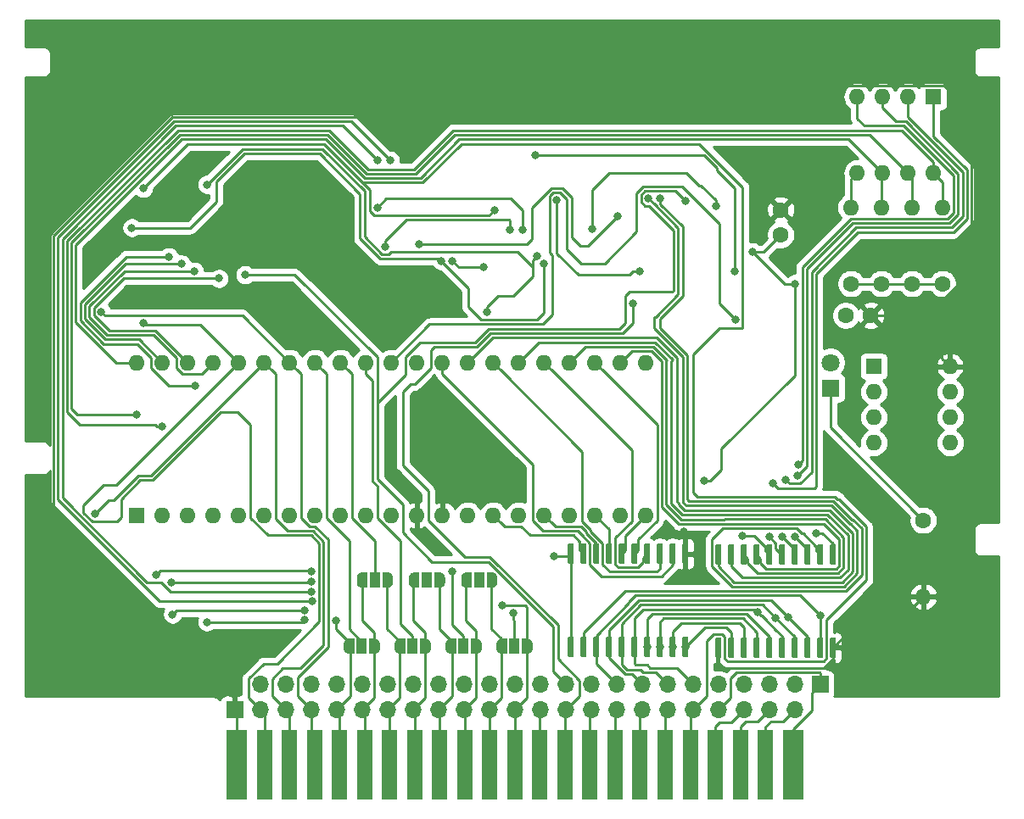
<source format=gbr>
G04 #@! TF.GenerationSoftware,KiCad,Pcbnew,(5.1.4)-1*
G04 #@! TF.CreationDate,2020-10-26T16:11:58-03:00*
G04 #@! TF.ProjectId,snes_feram,736e6573-5f66-4657-9261-6d2e6b696361,rev?*
G04 #@! TF.SameCoordinates,Original*
G04 #@! TF.FileFunction,Copper,L2,Bot*
G04 #@! TF.FilePolarity,Positive*
%FSLAX46Y46*%
G04 Gerber Fmt 4.6, Leading zero omitted, Abs format (unit mm)*
G04 Created by KiCad (PCBNEW (5.1.4)-1) date 2020-10-26 16:11:58*
%MOMM*%
%LPD*%
G04 APERTURE LIST*
%ADD10O,1.600000X1.600000*%
%ADD11C,1.600000*%
%ADD12R,1.600000X1.600000*%
%ADD13R,1.501140X7.000240*%
%ADD14R,1.998980X7.000240*%
%ADD15R,1.700000X1.700000*%
%ADD16O,1.700000X1.700000*%
%ADD17C,0.100000*%
%ADD18C,0.600000*%
%ADD19R,1.000000X1.500000*%
%ADD20C,0.500000*%
%ADD21R,1.800000X1.800000*%
%ADD22C,1.800000*%
%ADD23C,0.800000*%
%ADD24C,0.250000*%
%ADD25C,0.254000*%
G04 APERTURE END LIST*
D10*
X178562000Y-84455000D03*
D11*
X178562000Y-76835000D03*
D12*
X173609000Y-61468000D03*
D10*
X181229000Y-69088000D03*
X173609000Y-64008000D03*
X181229000Y-66548000D03*
X173609000Y-66548000D03*
X181229000Y-64008000D03*
X173609000Y-69088000D03*
X181229000Y-61468000D03*
D13*
X130294380Y-101226620D03*
X145295620Y-101226620D03*
D14*
X165544500Y-101226620D03*
D13*
X137795000Y-101226620D03*
X162796220Y-101226620D03*
X117795040Y-101226620D03*
X120294400Y-101226620D03*
X135295640Y-101226620D03*
X112793780Y-101226620D03*
X127795020Y-101226620D03*
X160294320Y-101226620D03*
X150294340Y-101226620D03*
X132793740Y-101226620D03*
X122793760Y-101226620D03*
X140294360Y-101226620D03*
X147794980Y-101226620D03*
D14*
X110045500Y-101226620D03*
D13*
X152796240Y-101226620D03*
X157794960Y-101226620D03*
X125295660Y-101226620D03*
X142796260Y-101226620D03*
X115295680Y-101226620D03*
X155295600Y-101226620D03*
D15*
X109855000Y-95758000D03*
D16*
X112395000Y-95758000D03*
X114935000Y-95758000D03*
X117475000Y-95758000D03*
X120015000Y-95758000D03*
X122555000Y-95758000D03*
X125095000Y-95758000D03*
X127635000Y-95758000D03*
X130175000Y-95758000D03*
X132715000Y-95758000D03*
X135255000Y-95758000D03*
X137795000Y-95758000D03*
X140335000Y-95758000D03*
X142875000Y-95758000D03*
X145415000Y-95758000D03*
X147955000Y-95758000D03*
X150495000Y-95758000D03*
X153035000Y-95758000D03*
X155575000Y-95758000D03*
X158115000Y-95758000D03*
X160655000Y-95758000D03*
X163195000Y-95758000D03*
X165735000Y-95758000D03*
X112395000Y-93218000D03*
X114935000Y-93218000D03*
X117475000Y-93218000D03*
X120015000Y-93218000D03*
X122555000Y-93218000D03*
X125095000Y-93218000D03*
X127635000Y-93218000D03*
X130175000Y-93218000D03*
X132715000Y-93218000D03*
X135255000Y-93218000D03*
X137795000Y-93218000D03*
X140335000Y-93218000D03*
X142875000Y-93218000D03*
X145415000Y-93218000D03*
X147955000Y-93218000D03*
X150495000Y-93218000D03*
X153035000Y-93218000D03*
X155575000Y-93218000D03*
X158115000Y-93218000D03*
X160655000Y-93218000D03*
X163195000Y-93218000D03*
X165735000Y-93218000D03*
D15*
X168275000Y-93218000D03*
D17*
G36*
X143547703Y-88461722D02*
G01*
X143562264Y-88463882D01*
X143576543Y-88467459D01*
X143590403Y-88472418D01*
X143603710Y-88478712D01*
X143616336Y-88486280D01*
X143628159Y-88495048D01*
X143639066Y-88504934D01*
X143648952Y-88515841D01*
X143657720Y-88527664D01*
X143665288Y-88540290D01*
X143671582Y-88553597D01*
X143676541Y-88567457D01*
X143680118Y-88581736D01*
X143682278Y-88596297D01*
X143683000Y-88611000D01*
X143683000Y-90361000D01*
X143682278Y-90375703D01*
X143680118Y-90390264D01*
X143676541Y-90404543D01*
X143671582Y-90418403D01*
X143665288Y-90431710D01*
X143657720Y-90444336D01*
X143648952Y-90456159D01*
X143639066Y-90467066D01*
X143628159Y-90476952D01*
X143616336Y-90485720D01*
X143603710Y-90493288D01*
X143590403Y-90499582D01*
X143576543Y-90504541D01*
X143562264Y-90508118D01*
X143547703Y-90510278D01*
X143533000Y-90511000D01*
X143233000Y-90511000D01*
X143218297Y-90510278D01*
X143203736Y-90508118D01*
X143189457Y-90504541D01*
X143175597Y-90499582D01*
X143162290Y-90493288D01*
X143149664Y-90485720D01*
X143137841Y-90476952D01*
X143126934Y-90467066D01*
X143117048Y-90456159D01*
X143108280Y-90444336D01*
X143100712Y-90431710D01*
X143094418Y-90418403D01*
X143089459Y-90404543D01*
X143085882Y-90390264D01*
X143083722Y-90375703D01*
X143083000Y-90361000D01*
X143083000Y-88611000D01*
X143083722Y-88596297D01*
X143085882Y-88581736D01*
X143089459Y-88567457D01*
X143094418Y-88553597D01*
X143100712Y-88540290D01*
X143108280Y-88527664D01*
X143117048Y-88515841D01*
X143126934Y-88504934D01*
X143137841Y-88495048D01*
X143149664Y-88486280D01*
X143162290Y-88478712D01*
X143175597Y-88472418D01*
X143189457Y-88467459D01*
X143203736Y-88463882D01*
X143218297Y-88461722D01*
X143233000Y-88461000D01*
X143533000Y-88461000D01*
X143547703Y-88461722D01*
X143547703Y-88461722D01*
G37*
D18*
X143383000Y-89486000D03*
D17*
G36*
X144817703Y-88461722D02*
G01*
X144832264Y-88463882D01*
X144846543Y-88467459D01*
X144860403Y-88472418D01*
X144873710Y-88478712D01*
X144886336Y-88486280D01*
X144898159Y-88495048D01*
X144909066Y-88504934D01*
X144918952Y-88515841D01*
X144927720Y-88527664D01*
X144935288Y-88540290D01*
X144941582Y-88553597D01*
X144946541Y-88567457D01*
X144950118Y-88581736D01*
X144952278Y-88596297D01*
X144953000Y-88611000D01*
X144953000Y-90361000D01*
X144952278Y-90375703D01*
X144950118Y-90390264D01*
X144946541Y-90404543D01*
X144941582Y-90418403D01*
X144935288Y-90431710D01*
X144927720Y-90444336D01*
X144918952Y-90456159D01*
X144909066Y-90467066D01*
X144898159Y-90476952D01*
X144886336Y-90485720D01*
X144873710Y-90493288D01*
X144860403Y-90499582D01*
X144846543Y-90504541D01*
X144832264Y-90508118D01*
X144817703Y-90510278D01*
X144803000Y-90511000D01*
X144503000Y-90511000D01*
X144488297Y-90510278D01*
X144473736Y-90508118D01*
X144459457Y-90504541D01*
X144445597Y-90499582D01*
X144432290Y-90493288D01*
X144419664Y-90485720D01*
X144407841Y-90476952D01*
X144396934Y-90467066D01*
X144387048Y-90456159D01*
X144378280Y-90444336D01*
X144370712Y-90431710D01*
X144364418Y-90418403D01*
X144359459Y-90404543D01*
X144355882Y-90390264D01*
X144353722Y-90375703D01*
X144353000Y-90361000D01*
X144353000Y-88611000D01*
X144353722Y-88596297D01*
X144355882Y-88581736D01*
X144359459Y-88567457D01*
X144364418Y-88553597D01*
X144370712Y-88540290D01*
X144378280Y-88527664D01*
X144387048Y-88515841D01*
X144396934Y-88504934D01*
X144407841Y-88495048D01*
X144419664Y-88486280D01*
X144432290Y-88478712D01*
X144445597Y-88472418D01*
X144459457Y-88467459D01*
X144473736Y-88463882D01*
X144488297Y-88461722D01*
X144503000Y-88461000D01*
X144803000Y-88461000D01*
X144817703Y-88461722D01*
X144817703Y-88461722D01*
G37*
D18*
X144653000Y-89486000D03*
D17*
G36*
X146087703Y-88461722D02*
G01*
X146102264Y-88463882D01*
X146116543Y-88467459D01*
X146130403Y-88472418D01*
X146143710Y-88478712D01*
X146156336Y-88486280D01*
X146168159Y-88495048D01*
X146179066Y-88504934D01*
X146188952Y-88515841D01*
X146197720Y-88527664D01*
X146205288Y-88540290D01*
X146211582Y-88553597D01*
X146216541Y-88567457D01*
X146220118Y-88581736D01*
X146222278Y-88596297D01*
X146223000Y-88611000D01*
X146223000Y-90361000D01*
X146222278Y-90375703D01*
X146220118Y-90390264D01*
X146216541Y-90404543D01*
X146211582Y-90418403D01*
X146205288Y-90431710D01*
X146197720Y-90444336D01*
X146188952Y-90456159D01*
X146179066Y-90467066D01*
X146168159Y-90476952D01*
X146156336Y-90485720D01*
X146143710Y-90493288D01*
X146130403Y-90499582D01*
X146116543Y-90504541D01*
X146102264Y-90508118D01*
X146087703Y-90510278D01*
X146073000Y-90511000D01*
X145773000Y-90511000D01*
X145758297Y-90510278D01*
X145743736Y-90508118D01*
X145729457Y-90504541D01*
X145715597Y-90499582D01*
X145702290Y-90493288D01*
X145689664Y-90485720D01*
X145677841Y-90476952D01*
X145666934Y-90467066D01*
X145657048Y-90456159D01*
X145648280Y-90444336D01*
X145640712Y-90431710D01*
X145634418Y-90418403D01*
X145629459Y-90404543D01*
X145625882Y-90390264D01*
X145623722Y-90375703D01*
X145623000Y-90361000D01*
X145623000Y-88611000D01*
X145623722Y-88596297D01*
X145625882Y-88581736D01*
X145629459Y-88567457D01*
X145634418Y-88553597D01*
X145640712Y-88540290D01*
X145648280Y-88527664D01*
X145657048Y-88515841D01*
X145666934Y-88504934D01*
X145677841Y-88495048D01*
X145689664Y-88486280D01*
X145702290Y-88478712D01*
X145715597Y-88472418D01*
X145729457Y-88467459D01*
X145743736Y-88463882D01*
X145758297Y-88461722D01*
X145773000Y-88461000D01*
X146073000Y-88461000D01*
X146087703Y-88461722D01*
X146087703Y-88461722D01*
G37*
D18*
X145923000Y-89486000D03*
D17*
G36*
X147357703Y-88461722D02*
G01*
X147372264Y-88463882D01*
X147386543Y-88467459D01*
X147400403Y-88472418D01*
X147413710Y-88478712D01*
X147426336Y-88486280D01*
X147438159Y-88495048D01*
X147449066Y-88504934D01*
X147458952Y-88515841D01*
X147467720Y-88527664D01*
X147475288Y-88540290D01*
X147481582Y-88553597D01*
X147486541Y-88567457D01*
X147490118Y-88581736D01*
X147492278Y-88596297D01*
X147493000Y-88611000D01*
X147493000Y-90361000D01*
X147492278Y-90375703D01*
X147490118Y-90390264D01*
X147486541Y-90404543D01*
X147481582Y-90418403D01*
X147475288Y-90431710D01*
X147467720Y-90444336D01*
X147458952Y-90456159D01*
X147449066Y-90467066D01*
X147438159Y-90476952D01*
X147426336Y-90485720D01*
X147413710Y-90493288D01*
X147400403Y-90499582D01*
X147386543Y-90504541D01*
X147372264Y-90508118D01*
X147357703Y-90510278D01*
X147343000Y-90511000D01*
X147043000Y-90511000D01*
X147028297Y-90510278D01*
X147013736Y-90508118D01*
X146999457Y-90504541D01*
X146985597Y-90499582D01*
X146972290Y-90493288D01*
X146959664Y-90485720D01*
X146947841Y-90476952D01*
X146936934Y-90467066D01*
X146927048Y-90456159D01*
X146918280Y-90444336D01*
X146910712Y-90431710D01*
X146904418Y-90418403D01*
X146899459Y-90404543D01*
X146895882Y-90390264D01*
X146893722Y-90375703D01*
X146893000Y-90361000D01*
X146893000Y-88611000D01*
X146893722Y-88596297D01*
X146895882Y-88581736D01*
X146899459Y-88567457D01*
X146904418Y-88553597D01*
X146910712Y-88540290D01*
X146918280Y-88527664D01*
X146927048Y-88515841D01*
X146936934Y-88504934D01*
X146947841Y-88495048D01*
X146959664Y-88486280D01*
X146972290Y-88478712D01*
X146985597Y-88472418D01*
X146999457Y-88467459D01*
X147013736Y-88463882D01*
X147028297Y-88461722D01*
X147043000Y-88461000D01*
X147343000Y-88461000D01*
X147357703Y-88461722D01*
X147357703Y-88461722D01*
G37*
D18*
X147193000Y-89486000D03*
D17*
G36*
X148627703Y-88461722D02*
G01*
X148642264Y-88463882D01*
X148656543Y-88467459D01*
X148670403Y-88472418D01*
X148683710Y-88478712D01*
X148696336Y-88486280D01*
X148708159Y-88495048D01*
X148719066Y-88504934D01*
X148728952Y-88515841D01*
X148737720Y-88527664D01*
X148745288Y-88540290D01*
X148751582Y-88553597D01*
X148756541Y-88567457D01*
X148760118Y-88581736D01*
X148762278Y-88596297D01*
X148763000Y-88611000D01*
X148763000Y-90361000D01*
X148762278Y-90375703D01*
X148760118Y-90390264D01*
X148756541Y-90404543D01*
X148751582Y-90418403D01*
X148745288Y-90431710D01*
X148737720Y-90444336D01*
X148728952Y-90456159D01*
X148719066Y-90467066D01*
X148708159Y-90476952D01*
X148696336Y-90485720D01*
X148683710Y-90493288D01*
X148670403Y-90499582D01*
X148656543Y-90504541D01*
X148642264Y-90508118D01*
X148627703Y-90510278D01*
X148613000Y-90511000D01*
X148313000Y-90511000D01*
X148298297Y-90510278D01*
X148283736Y-90508118D01*
X148269457Y-90504541D01*
X148255597Y-90499582D01*
X148242290Y-90493288D01*
X148229664Y-90485720D01*
X148217841Y-90476952D01*
X148206934Y-90467066D01*
X148197048Y-90456159D01*
X148188280Y-90444336D01*
X148180712Y-90431710D01*
X148174418Y-90418403D01*
X148169459Y-90404543D01*
X148165882Y-90390264D01*
X148163722Y-90375703D01*
X148163000Y-90361000D01*
X148163000Y-88611000D01*
X148163722Y-88596297D01*
X148165882Y-88581736D01*
X148169459Y-88567457D01*
X148174418Y-88553597D01*
X148180712Y-88540290D01*
X148188280Y-88527664D01*
X148197048Y-88515841D01*
X148206934Y-88504934D01*
X148217841Y-88495048D01*
X148229664Y-88486280D01*
X148242290Y-88478712D01*
X148255597Y-88472418D01*
X148269457Y-88467459D01*
X148283736Y-88463882D01*
X148298297Y-88461722D01*
X148313000Y-88461000D01*
X148613000Y-88461000D01*
X148627703Y-88461722D01*
X148627703Y-88461722D01*
G37*
D18*
X148463000Y-89486000D03*
D17*
G36*
X149897703Y-88461722D02*
G01*
X149912264Y-88463882D01*
X149926543Y-88467459D01*
X149940403Y-88472418D01*
X149953710Y-88478712D01*
X149966336Y-88486280D01*
X149978159Y-88495048D01*
X149989066Y-88504934D01*
X149998952Y-88515841D01*
X150007720Y-88527664D01*
X150015288Y-88540290D01*
X150021582Y-88553597D01*
X150026541Y-88567457D01*
X150030118Y-88581736D01*
X150032278Y-88596297D01*
X150033000Y-88611000D01*
X150033000Y-90361000D01*
X150032278Y-90375703D01*
X150030118Y-90390264D01*
X150026541Y-90404543D01*
X150021582Y-90418403D01*
X150015288Y-90431710D01*
X150007720Y-90444336D01*
X149998952Y-90456159D01*
X149989066Y-90467066D01*
X149978159Y-90476952D01*
X149966336Y-90485720D01*
X149953710Y-90493288D01*
X149940403Y-90499582D01*
X149926543Y-90504541D01*
X149912264Y-90508118D01*
X149897703Y-90510278D01*
X149883000Y-90511000D01*
X149583000Y-90511000D01*
X149568297Y-90510278D01*
X149553736Y-90508118D01*
X149539457Y-90504541D01*
X149525597Y-90499582D01*
X149512290Y-90493288D01*
X149499664Y-90485720D01*
X149487841Y-90476952D01*
X149476934Y-90467066D01*
X149467048Y-90456159D01*
X149458280Y-90444336D01*
X149450712Y-90431710D01*
X149444418Y-90418403D01*
X149439459Y-90404543D01*
X149435882Y-90390264D01*
X149433722Y-90375703D01*
X149433000Y-90361000D01*
X149433000Y-88611000D01*
X149433722Y-88596297D01*
X149435882Y-88581736D01*
X149439459Y-88567457D01*
X149444418Y-88553597D01*
X149450712Y-88540290D01*
X149458280Y-88527664D01*
X149467048Y-88515841D01*
X149476934Y-88504934D01*
X149487841Y-88495048D01*
X149499664Y-88486280D01*
X149512290Y-88478712D01*
X149525597Y-88472418D01*
X149539457Y-88467459D01*
X149553736Y-88463882D01*
X149568297Y-88461722D01*
X149583000Y-88461000D01*
X149883000Y-88461000D01*
X149897703Y-88461722D01*
X149897703Y-88461722D01*
G37*
D18*
X149733000Y-89486000D03*
D17*
G36*
X151167703Y-88461722D02*
G01*
X151182264Y-88463882D01*
X151196543Y-88467459D01*
X151210403Y-88472418D01*
X151223710Y-88478712D01*
X151236336Y-88486280D01*
X151248159Y-88495048D01*
X151259066Y-88504934D01*
X151268952Y-88515841D01*
X151277720Y-88527664D01*
X151285288Y-88540290D01*
X151291582Y-88553597D01*
X151296541Y-88567457D01*
X151300118Y-88581736D01*
X151302278Y-88596297D01*
X151303000Y-88611000D01*
X151303000Y-90361000D01*
X151302278Y-90375703D01*
X151300118Y-90390264D01*
X151296541Y-90404543D01*
X151291582Y-90418403D01*
X151285288Y-90431710D01*
X151277720Y-90444336D01*
X151268952Y-90456159D01*
X151259066Y-90467066D01*
X151248159Y-90476952D01*
X151236336Y-90485720D01*
X151223710Y-90493288D01*
X151210403Y-90499582D01*
X151196543Y-90504541D01*
X151182264Y-90508118D01*
X151167703Y-90510278D01*
X151153000Y-90511000D01*
X150853000Y-90511000D01*
X150838297Y-90510278D01*
X150823736Y-90508118D01*
X150809457Y-90504541D01*
X150795597Y-90499582D01*
X150782290Y-90493288D01*
X150769664Y-90485720D01*
X150757841Y-90476952D01*
X150746934Y-90467066D01*
X150737048Y-90456159D01*
X150728280Y-90444336D01*
X150720712Y-90431710D01*
X150714418Y-90418403D01*
X150709459Y-90404543D01*
X150705882Y-90390264D01*
X150703722Y-90375703D01*
X150703000Y-90361000D01*
X150703000Y-88611000D01*
X150703722Y-88596297D01*
X150705882Y-88581736D01*
X150709459Y-88567457D01*
X150714418Y-88553597D01*
X150720712Y-88540290D01*
X150728280Y-88527664D01*
X150737048Y-88515841D01*
X150746934Y-88504934D01*
X150757841Y-88495048D01*
X150769664Y-88486280D01*
X150782290Y-88478712D01*
X150795597Y-88472418D01*
X150809457Y-88467459D01*
X150823736Y-88463882D01*
X150838297Y-88461722D01*
X150853000Y-88461000D01*
X151153000Y-88461000D01*
X151167703Y-88461722D01*
X151167703Y-88461722D01*
G37*
D18*
X151003000Y-89486000D03*
D17*
G36*
X152437703Y-88461722D02*
G01*
X152452264Y-88463882D01*
X152466543Y-88467459D01*
X152480403Y-88472418D01*
X152493710Y-88478712D01*
X152506336Y-88486280D01*
X152518159Y-88495048D01*
X152529066Y-88504934D01*
X152538952Y-88515841D01*
X152547720Y-88527664D01*
X152555288Y-88540290D01*
X152561582Y-88553597D01*
X152566541Y-88567457D01*
X152570118Y-88581736D01*
X152572278Y-88596297D01*
X152573000Y-88611000D01*
X152573000Y-90361000D01*
X152572278Y-90375703D01*
X152570118Y-90390264D01*
X152566541Y-90404543D01*
X152561582Y-90418403D01*
X152555288Y-90431710D01*
X152547720Y-90444336D01*
X152538952Y-90456159D01*
X152529066Y-90467066D01*
X152518159Y-90476952D01*
X152506336Y-90485720D01*
X152493710Y-90493288D01*
X152480403Y-90499582D01*
X152466543Y-90504541D01*
X152452264Y-90508118D01*
X152437703Y-90510278D01*
X152423000Y-90511000D01*
X152123000Y-90511000D01*
X152108297Y-90510278D01*
X152093736Y-90508118D01*
X152079457Y-90504541D01*
X152065597Y-90499582D01*
X152052290Y-90493288D01*
X152039664Y-90485720D01*
X152027841Y-90476952D01*
X152016934Y-90467066D01*
X152007048Y-90456159D01*
X151998280Y-90444336D01*
X151990712Y-90431710D01*
X151984418Y-90418403D01*
X151979459Y-90404543D01*
X151975882Y-90390264D01*
X151973722Y-90375703D01*
X151973000Y-90361000D01*
X151973000Y-88611000D01*
X151973722Y-88596297D01*
X151975882Y-88581736D01*
X151979459Y-88567457D01*
X151984418Y-88553597D01*
X151990712Y-88540290D01*
X151998280Y-88527664D01*
X152007048Y-88515841D01*
X152016934Y-88504934D01*
X152027841Y-88495048D01*
X152039664Y-88486280D01*
X152052290Y-88478712D01*
X152065597Y-88472418D01*
X152079457Y-88467459D01*
X152093736Y-88463882D01*
X152108297Y-88461722D01*
X152123000Y-88461000D01*
X152423000Y-88461000D01*
X152437703Y-88461722D01*
X152437703Y-88461722D01*
G37*
D18*
X152273000Y-89486000D03*
D17*
G36*
X153707703Y-88461722D02*
G01*
X153722264Y-88463882D01*
X153736543Y-88467459D01*
X153750403Y-88472418D01*
X153763710Y-88478712D01*
X153776336Y-88486280D01*
X153788159Y-88495048D01*
X153799066Y-88504934D01*
X153808952Y-88515841D01*
X153817720Y-88527664D01*
X153825288Y-88540290D01*
X153831582Y-88553597D01*
X153836541Y-88567457D01*
X153840118Y-88581736D01*
X153842278Y-88596297D01*
X153843000Y-88611000D01*
X153843000Y-90361000D01*
X153842278Y-90375703D01*
X153840118Y-90390264D01*
X153836541Y-90404543D01*
X153831582Y-90418403D01*
X153825288Y-90431710D01*
X153817720Y-90444336D01*
X153808952Y-90456159D01*
X153799066Y-90467066D01*
X153788159Y-90476952D01*
X153776336Y-90485720D01*
X153763710Y-90493288D01*
X153750403Y-90499582D01*
X153736543Y-90504541D01*
X153722264Y-90508118D01*
X153707703Y-90510278D01*
X153693000Y-90511000D01*
X153393000Y-90511000D01*
X153378297Y-90510278D01*
X153363736Y-90508118D01*
X153349457Y-90504541D01*
X153335597Y-90499582D01*
X153322290Y-90493288D01*
X153309664Y-90485720D01*
X153297841Y-90476952D01*
X153286934Y-90467066D01*
X153277048Y-90456159D01*
X153268280Y-90444336D01*
X153260712Y-90431710D01*
X153254418Y-90418403D01*
X153249459Y-90404543D01*
X153245882Y-90390264D01*
X153243722Y-90375703D01*
X153243000Y-90361000D01*
X153243000Y-88611000D01*
X153243722Y-88596297D01*
X153245882Y-88581736D01*
X153249459Y-88567457D01*
X153254418Y-88553597D01*
X153260712Y-88540290D01*
X153268280Y-88527664D01*
X153277048Y-88515841D01*
X153286934Y-88504934D01*
X153297841Y-88495048D01*
X153309664Y-88486280D01*
X153322290Y-88478712D01*
X153335597Y-88472418D01*
X153349457Y-88467459D01*
X153363736Y-88463882D01*
X153378297Y-88461722D01*
X153393000Y-88461000D01*
X153693000Y-88461000D01*
X153707703Y-88461722D01*
X153707703Y-88461722D01*
G37*
D18*
X153543000Y-89486000D03*
D17*
G36*
X154977703Y-88461722D02*
G01*
X154992264Y-88463882D01*
X155006543Y-88467459D01*
X155020403Y-88472418D01*
X155033710Y-88478712D01*
X155046336Y-88486280D01*
X155058159Y-88495048D01*
X155069066Y-88504934D01*
X155078952Y-88515841D01*
X155087720Y-88527664D01*
X155095288Y-88540290D01*
X155101582Y-88553597D01*
X155106541Y-88567457D01*
X155110118Y-88581736D01*
X155112278Y-88596297D01*
X155113000Y-88611000D01*
X155113000Y-90361000D01*
X155112278Y-90375703D01*
X155110118Y-90390264D01*
X155106541Y-90404543D01*
X155101582Y-90418403D01*
X155095288Y-90431710D01*
X155087720Y-90444336D01*
X155078952Y-90456159D01*
X155069066Y-90467066D01*
X155058159Y-90476952D01*
X155046336Y-90485720D01*
X155033710Y-90493288D01*
X155020403Y-90499582D01*
X155006543Y-90504541D01*
X154992264Y-90508118D01*
X154977703Y-90510278D01*
X154963000Y-90511000D01*
X154663000Y-90511000D01*
X154648297Y-90510278D01*
X154633736Y-90508118D01*
X154619457Y-90504541D01*
X154605597Y-90499582D01*
X154592290Y-90493288D01*
X154579664Y-90485720D01*
X154567841Y-90476952D01*
X154556934Y-90467066D01*
X154547048Y-90456159D01*
X154538280Y-90444336D01*
X154530712Y-90431710D01*
X154524418Y-90418403D01*
X154519459Y-90404543D01*
X154515882Y-90390264D01*
X154513722Y-90375703D01*
X154513000Y-90361000D01*
X154513000Y-88611000D01*
X154513722Y-88596297D01*
X154515882Y-88581736D01*
X154519459Y-88567457D01*
X154524418Y-88553597D01*
X154530712Y-88540290D01*
X154538280Y-88527664D01*
X154547048Y-88515841D01*
X154556934Y-88504934D01*
X154567841Y-88495048D01*
X154579664Y-88486280D01*
X154592290Y-88478712D01*
X154605597Y-88472418D01*
X154619457Y-88467459D01*
X154633736Y-88463882D01*
X154648297Y-88461722D01*
X154663000Y-88461000D01*
X154963000Y-88461000D01*
X154977703Y-88461722D01*
X154977703Y-88461722D01*
G37*
D18*
X154813000Y-89486000D03*
D17*
G36*
X154977703Y-79161722D02*
G01*
X154992264Y-79163882D01*
X155006543Y-79167459D01*
X155020403Y-79172418D01*
X155033710Y-79178712D01*
X155046336Y-79186280D01*
X155058159Y-79195048D01*
X155069066Y-79204934D01*
X155078952Y-79215841D01*
X155087720Y-79227664D01*
X155095288Y-79240290D01*
X155101582Y-79253597D01*
X155106541Y-79267457D01*
X155110118Y-79281736D01*
X155112278Y-79296297D01*
X155113000Y-79311000D01*
X155113000Y-81061000D01*
X155112278Y-81075703D01*
X155110118Y-81090264D01*
X155106541Y-81104543D01*
X155101582Y-81118403D01*
X155095288Y-81131710D01*
X155087720Y-81144336D01*
X155078952Y-81156159D01*
X155069066Y-81167066D01*
X155058159Y-81176952D01*
X155046336Y-81185720D01*
X155033710Y-81193288D01*
X155020403Y-81199582D01*
X155006543Y-81204541D01*
X154992264Y-81208118D01*
X154977703Y-81210278D01*
X154963000Y-81211000D01*
X154663000Y-81211000D01*
X154648297Y-81210278D01*
X154633736Y-81208118D01*
X154619457Y-81204541D01*
X154605597Y-81199582D01*
X154592290Y-81193288D01*
X154579664Y-81185720D01*
X154567841Y-81176952D01*
X154556934Y-81167066D01*
X154547048Y-81156159D01*
X154538280Y-81144336D01*
X154530712Y-81131710D01*
X154524418Y-81118403D01*
X154519459Y-81104543D01*
X154515882Y-81090264D01*
X154513722Y-81075703D01*
X154513000Y-81061000D01*
X154513000Y-79311000D01*
X154513722Y-79296297D01*
X154515882Y-79281736D01*
X154519459Y-79267457D01*
X154524418Y-79253597D01*
X154530712Y-79240290D01*
X154538280Y-79227664D01*
X154547048Y-79215841D01*
X154556934Y-79204934D01*
X154567841Y-79195048D01*
X154579664Y-79186280D01*
X154592290Y-79178712D01*
X154605597Y-79172418D01*
X154619457Y-79167459D01*
X154633736Y-79163882D01*
X154648297Y-79161722D01*
X154663000Y-79161000D01*
X154963000Y-79161000D01*
X154977703Y-79161722D01*
X154977703Y-79161722D01*
G37*
D18*
X154813000Y-80186000D03*
D17*
G36*
X153707703Y-79161722D02*
G01*
X153722264Y-79163882D01*
X153736543Y-79167459D01*
X153750403Y-79172418D01*
X153763710Y-79178712D01*
X153776336Y-79186280D01*
X153788159Y-79195048D01*
X153799066Y-79204934D01*
X153808952Y-79215841D01*
X153817720Y-79227664D01*
X153825288Y-79240290D01*
X153831582Y-79253597D01*
X153836541Y-79267457D01*
X153840118Y-79281736D01*
X153842278Y-79296297D01*
X153843000Y-79311000D01*
X153843000Y-81061000D01*
X153842278Y-81075703D01*
X153840118Y-81090264D01*
X153836541Y-81104543D01*
X153831582Y-81118403D01*
X153825288Y-81131710D01*
X153817720Y-81144336D01*
X153808952Y-81156159D01*
X153799066Y-81167066D01*
X153788159Y-81176952D01*
X153776336Y-81185720D01*
X153763710Y-81193288D01*
X153750403Y-81199582D01*
X153736543Y-81204541D01*
X153722264Y-81208118D01*
X153707703Y-81210278D01*
X153693000Y-81211000D01*
X153393000Y-81211000D01*
X153378297Y-81210278D01*
X153363736Y-81208118D01*
X153349457Y-81204541D01*
X153335597Y-81199582D01*
X153322290Y-81193288D01*
X153309664Y-81185720D01*
X153297841Y-81176952D01*
X153286934Y-81167066D01*
X153277048Y-81156159D01*
X153268280Y-81144336D01*
X153260712Y-81131710D01*
X153254418Y-81118403D01*
X153249459Y-81104543D01*
X153245882Y-81090264D01*
X153243722Y-81075703D01*
X153243000Y-81061000D01*
X153243000Y-79311000D01*
X153243722Y-79296297D01*
X153245882Y-79281736D01*
X153249459Y-79267457D01*
X153254418Y-79253597D01*
X153260712Y-79240290D01*
X153268280Y-79227664D01*
X153277048Y-79215841D01*
X153286934Y-79204934D01*
X153297841Y-79195048D01*
X153309664Y-79186280D01*
X153322290Y-79178712D01*
X153335597Y-79172418D01*
X153349457Y-79167459D01*
X153363736Y-79163882D01*
X153378297Y-79161722D01*
X153393000Y-79161000D01*
X153693000Y-79161000D01*
X153707703Y-79161722D01*
X153707703Y-79161722D01*
G37*
D18*
X153543000Y-80186000D03*
D17*
G36*
X152437703Y-79161722D02*
G01*
X152452264Y-79163882D01*
X152466543Y-79167459D01*
X152480403Y-79172418D01*
X152493710Y-79178712D01*
X152506336Y-79186280D01*
X152518159Y-79195048D01*
X152529066Y-79204934D01*
X152538952Y-79215841D01*
X152547720Y-79227664D01*
X152555288Y-79240290D01*
X152561582Y-79253597D01*
X152566541Y-79267457D01*
X152570118Y-79281736D01*
X152572278Y-79296297D01*
X152573000Y-79311000D01*
X152573000Y-81061000D01*
X152572278Y-81075703D01*
X152570118Y-81090264D01*
X152566541Y-81104543D01*
X152561582Y-81118403D01*
X152555288Y-81131710D01*
X152547720Y-81144336D01*
X152538952Y-81156159D01*
X152529066Y-81167066D01*
X152518159Y-81176952D01*
X152506336Y-81185720D01*
X152493710Y-81193288D01*
X152480403Y-81199582D01*
X152466543Y-81204541D01*
X152452264Y-81208118D01*
X152437703Y-81210278D01*
X152423000Y-81211000D01*
X152123000Y-81211000D01*
X152108297Y-81210278D01*
X152093736Y-81208118D01*
X152079457Y-81204541D01*
X152065597Y-81199582D01*
X152052290Y-81193288D01*
X152039664Y-81185720D01*
X152027841Y-81176952D01*
X152016934Y-81167066D01*
X152007048Y-81156159D01*
X151998280Y-81144336D01*
X151990712Y-81131710D01*
X151984418Y-81118403D01*
X151979459Y-81104543D01*
X151975882Y-81090264D01*
X151973722Y-81075703D01*
X151973000Y-81061000D01*
X151973000Y-79311000D01*
X151973722Y-79296297D01*
X151975882Y-79281736D01*
X151979459Y-79267457D01*
X151984418Y-79253597D01*
X151990712Y-79240290D01*
X151998280Y-79227664D01*
X152007048Y-79215841D01*
X152016934Y-79204934D01*
X152027841Y-79195048D01*
X152039664Y-79186280D01*
X152052290Y-79178712D01*
X152065597Y-79172418D01*
X152079457Y-79167459D01*
X152093736Y-79163882D01*
X152108297Y-79161722D01*
X152123000Y-79161000D01*
X152423000Y-79161000D01*
X152437703Y-79161722D01*
X152437703Y-79161722D01*
G37*
D18*
X152273000Y-80186000D03*
D17*
G36*
X151167703Y-79161722D02*
G01*
X151182264Y-79163882D01*
X151196543Y-79167459D01*
X151210403Y-79172418D01*
X151223710Y-79178712D01*
X151236336Y-79186280D01*
X151248159Y-79195048D01*
X151259066Y-79204934D01*
X151268952Y-79215841D01*
X151277720Y-79227664D01*
X151285288Y-79240290D01*
X151291582Y-79253597D01*
X151296541Y-79267457D01*
X151300118Y-79281736D01*
X151302278Y-79296297D01*
X151303000Y-79311000D01*
X151303000Y-81061000D01*
X151302278Y-81075703D01*
X151300118Y-81090264D01*
X151296541Y-81104543D01*
X151291582Y-81118403D01*
X151285288Y-81131710D01*
X151277720Y-81144336D01*
X151268952Y-81156159D01*
X151259066Y-81167066D01*
X151248159Y-81176952D01*
X151236336Y-81185720D01*
X151223710Y-81193288D01*
X151210403Y-81199582D01*
X151196543Y-81204541D01*
X151182264Y-81208118D01*
X151167703Y-81210278D01*
X151153000Y-81211000D01*
X150853000Y-81211000D01*
X150838297Y-81210278D01*
X150823736Y-81208118D01*
X150809457Y-81204541D01*
X150795597Y-81199582D01*
X150782290Y-81193288D01*
X150769664Y-81185720D01*
X150757841Y-81176952D01*
X150746934Y-81167066D01*
X150737048Y-81156159D01*
X150728280Y-81144336D01*
X150720712Y-81131710D01*
X150714418Y-81118403D01*
X150709459Y-81104543D01*
X150705882Y-81090264D01*
X150703722Y-81075703D01*
X150703000Y-81061000D01*
X150703000Y-79311000D01*
X150703722Y-79296297D01*
X150705882Y-79281736D01*
X150709459Y-79267457D01*
X150714418Y-79253597D01*
X150720712Y-79240290D01*
X150728280Y-79227664D01*
X150737048Y-79215841D01*
X150746934Y-79204934D01*
X150757841Y-79195048D01*
X150769664Y-79186280D01*
X150782290Y-79178712D01*
X150795597Y-79172418D01*
X150809457Y-79167459D01*
X150823736Y-79163882D01*
X150838297Y-79161722D01*
X150853000Y-79161000D01*
X151153000Y-79161000D01*
X151167703Y-79161722D01*
X151167703Y-79161722D01*
G37*
D18*
X151003000Y-80186000D03*
D17*
G36*
X149897703Y-79161722D02*
G01*
X149912264Y-79163882D01*
X149926543Y-79167459D01*
X149940403Y-79172418D01*
X149953710Y-79178712D01*
X149966336Y-79186280D01*
X149978159Y-79195048D01*
X149989066Y-79204934D01*
X149998952Y-79215841D01*
X150007720Y-79227664D01*
X150015288Y-79240290D01*
X150021582Y-79253597D01*
X150026541Y-79267457D01*
X150030118Y-79281736D01*
X150032278Y-79296297D01*
X150033000Y-79311000D01*
X150033000Y-81061000D01*
X150032278Y-81075703D01*
X150030118Y-81090264D01*
X150026541Y-81104543D01*
X150021582Y-81118403D01*
X150015288Y-81131710D01*
X150007720Y-81144336D01*
X149998952Y-81156159D01*
X149989066Y-81167066D01*
X149978159Y-81176952D01*
X149966336Y-81185720D01*
X149953710Y-81193288D01*
X149940403Y-81199582D01*
X149926543Y-81204541D01*
X149912264Y-81208118D01*
X149897703Y-81210278D01*
X149883000Y-81211000D01*
X149583000Y-81211000D01*
X149568297Y-81210278D01*
X149553736Y-81208118D01*
X149539457Y-81204541D01*
X149525597Y-81199582D01*
X149512290Y-81193288D01*
X149499664Y-81185720D01*
X149487841Y-81176952D01*
X149476934Y-81167066D01*
X149467048Y-81156159D01*
X149458280Y-81144336D01*
X149450712Y-81131710D01*
X149444418Y-81118403D01*
X149439459Y-81104543D01*
X149435882Y-81090264D01*
X149433722Y-81075703D01*
X149433000Y-81061000D01*
X149433000Y-79311000D01*
X149433722Y-79296297D01*
X149435882Y-79281736D01*
X149439459Y-79267457D01*
X149444418Y-79253597D01*
X149450712Y-79240290D01*
X149458280Y-79227664D01*
X149467048Y-79215841D01*
X149476934Y-79204934D01*
X149487841Y-79195048D01*
X149499664Y-79186280D01*
X149512290Y-79178712D01*
X149525597Y-79172418D01*
X149539457Y-79167459D01*
X149553736Y-79163882D01*
X149568297Y-79161722D01*
X149583000Y-79161000D01*
X149883000Y-79161000D01*
X149897703Y-79161722D01*
X149897703Y-79161722D01*
G37*
D18*
X149733000Y-80186000D03*
D17*
G36*
X148627703Y-79161722D02*
G01*
X148642264Y-79163882D01*
X148656543Y-79167459D01*
X148670403Y-79172418D01*
X148683710Y-79178712D01*
X148696336Y-79186280D01*
X148708159Y-79195048D01*
X148719066Y-79204934D01*
X148728952Y-79215841D01*
X148737720Y-79227664D01*
X148745288Y-79240290D01*
X148751582Y-79253597D01*
X148756541Y-79267457D01*
X148760118Y-79281736D01*
X148762278Y-79296297D01*
X148763000Y-79311000D01*
X148763000Y-81061000D01*
X148762278Y-81075703D01*
X148760118Y-81090264D01*
X148756541Y-81104543D01*
X148751582Y-81118403D01*
X148745288Y-81131710D01*
X148737720Y-81144336D01*
X148728952Y-81156159D01*
X148719066Y-81167066D01*
X148708159Y-81176952D01*
X148696336Y-81185720D01*
X148683710Y-81193288D01*
X148670403Y-81199582D01*
X148656543Y-81204541D01*
X148642264Y-81208118D01*
X148627703Y-81210278D01*
X148613000Y-81211000D01*
X148313000Y-81211000D01*
X148298297Y-81210278D01*
X148283736Y-81208118D01*
X148269457Y-81204541D01*
X148255597Y-81199582D01*
X148242290Y-81193288D01*
X148229664Y-81185720D01*
X148217841Y-81176952D01*
X148206934Y-81167066D01*
X148197048Y-81156159D01*
X148188280Y-81144336D01*
X148180712Y-81131710D01*
X148174418Y-81118403D01*
X148169459Y-81104543D01*
X148165882Y-81090264D01*
X148163722Y-81075703D01*
X148163000Y-81061000D01*
X148163000Y-79311000D01*
X148163722Y-79296297D01*
X148165882Y-79281736D01*
X148169459Y-79267457D01*
X148174418Y-79253597D01*
X148180712Y-79240290D01*
X148188280Y-79227664D01*
X148197048Y-79215841D01*
X148206934Y-79204934D01*
X148217841Y-79195048D01*
X148229664Y-79186280D01*
X148242290Y-79178712D01*
X148255597Y-79172418D01*
X148269457Y-79167459D01*
X148283736Y-79163882D01*
X148298297Y-79161722D01*
X148313000Y-79161000D01*
X148613000Y-79161000D01*
X148627703Y-79161722D01*
X148627703Y-79161722D01*
G37*
D18*
X148463000Y-80186000D03*
D17*
G36*
X147357703Y-79161722D02*
G01*
X147372264Y-79163882D01*
X147386543Y-79167459D01*
X147400403Y-79172418D01*
X147413710Y-79178712D01*
X147426336Y-79186280D01*
X147438159Y-79195048D01*
X147449066Y-79204934D01*
X147458952Y-79215841D01*
X147467720Y-79227664D01*
X147475288Y-79240290D01*
X147481582Y-79253597D01*
X147486541Y-79267457D01*
X147490118Y-79281736D01*
X147492278Y-79296297D01*
X147493000Y-79311000D01*
X147493000Y-81061000D01*
X147492278Y-81075703D01*
X147490118Y-81090264D01*
X147486541Y-81104543D01*
X147481582Y-81118403D01*
X147475288Y-81131710D01*
X147467720Y-81144336D01*
X147458952Y-81156159D01*
X147449066Y-81167066D01*
X147438159Y-81176952D01*
X147426336Y-81185720D01*
X147413710Y-81193288D01*
X147400403Y-81199582D01*
X147386543Y-81204541D01*
X147372264Y-81208118D01*
X147357703Y-81210278D01*
X147343000Y-81211000D01*
X147043000Y-81211000D01*
X147028297Y-81210278D01*
X147013736Y-81208118D01*
X146999457Y-81204541D01*
X146985597Y-81199582D01*
X146972290Y-81193288D01*
X146959664Y-81185720D01*
X146947841Y-81176952D01*
X146936934Y-81167066D01*
X146927048Y-81156159D01*
X146918280Y-81144336D01*
X146910712Y-81131710D01*
X146904418Y-81118403D01*
X146899459Y-81104543D01*
X146895882Y-81090264D01*
X146893722Y-81075703D01*
X146893000Y-81061000D01*
X146893000Y-79311000D01*
X146893722Y-79296297D01*
X146895882Y-79281736D01*
X146899459Y-79267457D01*
X146904418Y-79253597D01*
X146910712Y-79240290D01*
X146918280Y-79227664D01*
X146927048Y-79215841D01*
X146936934Y-79204934D01*
X146947841Y-79195048D01*
X146959664Y-79186280D01*
X146972290Y-79178712D01*
X146985597Y-79172418D01*
X146999457Y-79167459D01*
X147013736Y-79163882D01*
X147028297Y-79161722D01*
X147043000Y-79161000D01*
X147343000Y-79161000D01*
X147357703Y-79161722D01*
X147357703Y-79161722D01*
G37*
D18*
X147193000Y-80186000D03*
D17*
G36*
X146087703Y-79161722D02*
G01*
X146102264Y-79163882D01*
X146116543Y-79167459D01*
X146130403Y-79172418D01*
X146143710Y-79178712D01*
X146156336Y-79186280D01*
X146168159Y-79195048D01*
X146179066Y-79204934D01*
X146188952Y-79215841D01*
X146197720Y-79227664D01*
X146205288Y-79240290D01*
X146211582Y-79253597D01*
X146216541Y-79267457D01*
X146220118Y-79281736D01*
X146222278Y-79296297D01*
X146223000Y-79311000D01*
X146223000Y-81061000D01*
X146222278Y-81075703D01*
X146220118Y-81090264D01*
X146216541Y-81104543D01*
X146211582Y-81118403D01*
X146205288Y-81131710D01*
X146197720Y-81144336D01*
X146188952Y-81156159D01*
X146179066Y-81167066D01*
X146168159Y-81176952D01*
X146156336Y-81185720D01*
X146143710Y-81193288D01*
X146130403Y-81199582D01*
X146116543Y-81204541D01*
X146102264Y-81208118D01*
X146087703Y-81210278D01*
X146073000Y-81211000D01*
X145773000Y-81211000D01*
X145758297Y-81210278D01*
X145743736Y-81208118D01*
X145729457Y-81204541D01*
X145715597Y-81199582D01*
X145702290Y-81193288D01*
X145689664Y-81185720D01*
X145677841Y-81176952D01*
X145666934Y-81167066D01*
X145657048Y-81156159D01*
X145648280Y-81144336D01*
X145640712Y-81131710D01*
X145634418Y-81118403D01*
X145629459Y-81104543D01*
X145625882Y-81090264D01*
X145623722Y-81075703D01*
X145623000Y-81061000D01*
X145623000Y-79311000D01*
X145623722Y-79296297D01*
X145625882Y-79281736D01*
X145629459Y-79267457D01*
X145634418Y-79253597D01*
X145640712Y-79240290D01*
X145648280Y-79227664D01*
X145657048Y-79215841D01*
X145666934Y-79204934D01*
X145677841Y-79195048D01*
X145689664Y-79186280D01*
X145702290Y-79178712D01*
X145715597Y-79172418D01*
X145729457Y-79167459D01*
X145743736Y-79163882D01*
X145758297Y-79161722D01*
X145773000Y-79161000D01*
X146073000Y-79161000D01*
X146087703Y-79161722D01*
X146087703Y-79161722D01*
G37*
D18*
X145923000Y-80186000D03*
D17*
G36*
X144817703Y-79161722D02*
G01*
X144832264Y-79163882D01*
X144846543Y-79167459D01*
X144860403Y-79172418D01*
X144873710Y-79178712D01*
X144886336Y-79186280D01*
X144898159Y-79195048D01*
X144909066Y-79204934D01*
X144918952Y-79215841D01*
X144927720Y-79227664D01*
X144935288Y-79240290D01*
X144941582Y-79253597D01*
X144946541Y-79267457D01*
X144950118Y-79281736D01*
X144952278Y-79296297D01*
X144953000Y-79311000D01*
X144953000Y-81061000D01*
X144952278Y-81075703D01*
X144950118Y-81090264D01*
X144946541Y-81104543D01*
X144941582Y-81118403D01*
X144935288Y-81131710D01*
X144927720Y-81144336D01*
X144918952Y-81156159D01*
X144909066Y-81167066D01*
X144898159Y-81176952D01*
X144886336Y-81185720D01*
X144873710Y-81193288D01*
X144860403Y-81199582D01*
X144846543Y-81204541D01*
X144832264Y-81208118D01*
X144817703Y-81210278D01*
X144803000Y-81211000D01*
X144503000Y-81211000D01*
X144488297Y-81210278D01*
X144473736Y-81208118D01*
X144459457Y-81204541D01*
X144445597Y-81199582D01*
X144432290Y-81193288D01*
X144419664Y-81185720D01*
X144407841Y-81176952D01*
X144396934Y-81167066D01*
X144387048Y-81156159D01*
X144378280Y-81144336D01*
X144370712Y-81131710D01*
X144364418Y-81118403D01*
X144359459Y-81104543D01*
X144355882Y-81090264D01*
X144353722Y-81075703D01*
X144353000Y-81061000D01*
X144353000Y-79311000D01*
X144353722Y-79296297D01*
X144355882Y-79281736D01*
X144359459Y-79267457D01*
X144364418Y-79253597D01*
X144370712Y-79240290D01*
X144378280Y-79227664D01*
X144387048Y-79215841D01*
X144396934Y-79204934D01*
X144407841Y-79195048D01*
X144419664Y-79186280D01*
X144432290Y-79178712D01*
X144445597Y-79172418D01*
X144459457Y-79167459D01*
X144473736Y-79163882D01*
X144488297Y-79161722D01*
X144503000Y-79161000D01*
X144803000Y-79161000D01*
X144817703Y-79161722D01*
X144817703Y-79161722D01*
G37*
D18*
X144653000Y-80186000D03*
D17*
G36*
X143547703Y-79161722D02*
G01*
X143562264Y-79163882D01*
X143576543Y-79167459D01*
X143590403Y-79172418D01*
X143603710Y-79178712D01*
X143616336Y-79186280D01*
X143628159Y-79195048D01*
X143639066Y-79204934D01*
X143648952Y-79215841D01*
X143657720Y-79227664D01*
X143665288Y-79240290D01*
X143671582Y-79253597D01*
X143676541Y-79267457D01*
X143680118Y-79281736D01*
X143682278Y-79296297D01*
X143683000Y-79311000D01*
X143683000Y-81061000D01*
X143682278Y-81075703D01*
X143680118Y-81090264D01*
X143676541Y-81104543D01*
X143671582Y-81118403D01*
X143665288Y-81131710D01*
X143657720Y-81144336D01*
X143648952Y-81156159D01*
X143639066Y-81167066D01*
X143628159Y-81176952D01*
X143616336Y-81185720D01*
X143603710Y-81193288D01*
X143590403Y-81199582D01*
X143576543Y-81204541D01*
X143562264Y-81208118D01*
X143547703Y-81210278D01*
X143533000Y-81211000D01*
X143233000Y-81211000D01*
X143218297Y-81210278D01*
X143203736Y-81208118D01*
X143189457Y-81204541D01*
X143175597Y-81199582D01*
X143162290Y-81193288D01*
X143149664Y-81185720D01*
X143137841Y-81176952D01*
X143126934Y-81167066D01*
X143117048Y-81156159D01*
X143108280Y-81144336D01*
X143100712Y-81131710D01*
X143094418Y-81118403D01*
X143089459Y-81104543D01*
X143085882Y-81090264D01*
X143083722Y-81075703D01*
X143083000Y-81061000D01*
X143083000Y-79311000D01*
X143083722Y-79296297D01*
X143085882Y-79281736D01*
X143089459Y-79267457D01*
X143094418Y-79253597D01*
X143100712Y-79240290D01*
X143108280Y-79227664D01*
X143117048Y-79215841D01*
X143126934Y-79204934D01*
X143137841Y-79195048D01*
X143149664Y-79186280D01*
X143162290Y-79178712D01*
X143175597Y-79172418D01*
X143189457Y-79167459D01*
X143203736Y-79163882D01*
X143218297Y-79161722D01*
X143233000Y-79161000D01*
X143533000Y-79161000D01*
X143547703Y-79161722D01*
X143547703Y-79161722D01*
G37*
D18*
X143383000Y-80186000D03*
D17*
G36*
X169709703Y-79239722D02*
G01*
X169724264Y-79241882D01*
X169738543Y-79245459D01*
X169752403Y-79250418D01*
X169765710Y-79256712D01*
X169778336Y-79264280D01*
X169790159Y-79273048D01*
X169801066Y-79282934D01*
X169810952Y-79293841D01*
X169819720Y-79305664D01*
X169827288Y-79318290D01*
X169833582Y-79331597D01*
X169838541Y-79345457D01*
X169842118Y-79359736D01*
X169844278Y-79374297D01*
X169845000Y-79389000D01*
X169845000Y-81139000D01*
X169844278Y-81153703D01*
X169842118Y-81168264D01*
X169838541Y-81182543D01*
X169833582Y-81196403D01*
X169827288Y-81209710D01*
X169819720Y-81222336D01*
X169810952Y-81234159D01*
X169801066Y-81245066D01*
X169790159Y-81254952D01*
X169778336Y-81263720D01*
X169765710Y-81271288D01*
X169752403Y-81277582D01*
X169738543Y-81282541D01*
X169724264Y-81286118D01*
X169709703Y-81288278D01*
X169695000Y-81289000D01*
X169395000Y-81289000D01*
X169380297Y-81288278D01*
X169365736Y-81286118D01*
X169351457Y-81282541D01*
X169337597Y-81277582D01*
X169324290Y-81271288D01*
X169311664Y-81263720D01*
X169299841Y-81254952D01*
X169288934Y-81245066D01*
X169279048Y-81234159D01*
X169270280Y-81222336D01*
X169262712Y-81209710D01*
X169256418Y-81196403D01*
X169251459Y-81182543D01*
X169247882Y-81168264D01*
X169245722Y-81153703D01*
X169245000Y-81139000D01*
X169245000Y-79389000D01*
X169245722Y-79374297D01*
X169247882Y-79359736D01*
X169251459Y-79345457D01*
X169256418Y-79331597D01*
X169262712Y-79318290D01*
X169270280Y-79305664D01*
X169279048Y-79293841D01*
X169288934Y-79282934D01*
X169299841Y-79273048D01*
X169311664Y-79264280D01*
X169324290Y-79256712D01*
X169337597Y-79250418D01*
X169351457Y-79245459D01*
X169365736Y-79241882D01*
X169380297Y-79239722D01*
X169395000Y-79239000D01*
X169695000Y-79239000D01*
X169709703Y-79239722D01*
X169709703Y-79239722D01*
G37*
D18*
X169545000Y-80264000D03*
D17*
G36*
X168439703Y-79239722D02*
G01*
X168454264Y-79241882D01*
X168468543Y-79245459D01*
X168482403Y-79250418D01*
X168495710Y-79256712D01*
X168508336Y-79264280D01*
X168520159Y-79273048D01*
X168531066Y-79282934D01*
X168540952Y-79293841D01*
X168549720Y-79305664D01*
X168557288Y-79318290D01*
X168563582Y-79331597D01*
X168568541Y-79345457D01*
X168572118Y-79359736D01*
X168574278Y-79374297D01*
X168575000Y-79389000D01*
X168575000Y-81139000D01*
X168574278Y-81153703D01*
X168572118Y-81168264D01*
X168568541Y-81182543D01*
X168563582Y-81196403D01*
X168557288Y-81209710D01*
X168549720Y-81222336D01*
X168540952Y-81234159D01*
X168531066Y-81245066D01*
X168520159Y-81254952D01*
X168508336Y-81263720D01*
X168495710Y-81271288D01*
X168482403Y-81277582D01*
X168468543Y-81282541D01*
X168454264Y-81286118D01*
X168439703Y-81288278D01*
X168425000Y-81289000D01*
X168125000Y-81289000D01*
X168110297Y-81288278D01*
X168095736Y-81286118D01*
X168081457Y-81282541D01*
X168067597Y-81277582D01*
X168054290Y-81271288D01*
X168041664Y-81263720D01*
X168029841Y-81254952D01*
X168018934Y-81245066D01*
X168009048Y-81234159D01*
X168000280Y-81222336D01*
X167992712Y-81209710D01*
X167986418Y-81196403D01*
X167981459Y-81182543D01*
X167977882Y-81168264D01*
X167975722Y-81153703D01*
X167975000Y-81139000D01*
X167975000Y-79389000D01*
X167975722Y-79374297D01*
X167977882Y-79359736D01*
X167981459Y-79345457D01*
X167986418Y-79331597D01*
X167992712Y-79318290D01*
X168000280Y-79305664D01*
X168009048Y-79293841D01*
X168018934Y-79282934D01*
X168029841Y-79273048D01*
X168041664Y-79264280D01*
X168054290Y-79256712D01*
X168067597Y-79250418D01*
X168081457Y-79245459D01*
X168095736Y-79241882D01*
X168110297Y-79239722D01*
X168125000Y-79239000D01*
X168425000Y-79239000D01*
X168439703Y-79239722D01*
X168439703Y-79239722D01*
G37*
D18*
X168275000Y-80264000D03*
D17*
G36*
X167169703Y-79239722D02*
G01*
X167184264Y-79241882D01*
X167198543Y-79245459D01*
X167212403Y-79250418D01*
X167225710Y-79256712D01*
X167238336Y-79264280D01*
X167250159Y-79273048D01*
X167261066Y-79282934D01*
X167270952Y-79293841D01*
X167279720Y-79305664D01*
X167287288Y-79318290D01*
X167293582Y-79331597D01*
X167298541Y-79345457D01*
X167302118Y-79359736D01*
X167304278Y-79374297D01*
X167305000Y-79389000D01*
X167305000Y-81139000D01*
X167304278Y-81153703D01*
X167302118Y-81168264D01*
X167298541Y-81182543D01*
X167293582Y-81196403D01*
X167287288Y-81209710D01*
X167279720Y-81222336D01*
X167270952Y-81234159D01*
X167261066Y-81245066D01*
X167250159Y-81254952D01*
X167238336Y-81263720D01*
X167225710Y-81271288D01*
X167212403Y-81277582D01*
X167198543Y-81282541D01*
X167184264Y-81286118D01*
X167169703Y-81288278D01*
X167155000Y-81289000D01*
X166855000Y-81289000D01*
X166840297Y-81288278D01*
X166825736Y-81286118D01*
X166811457Y-81282541D01*
X166797597Y-81277582D01*
X166784290Y-81271288D01*
X166771664Y-81263720D01*
X166759841Y-81254952D01*
X166748934Y-81245066D01*
X166739048Y-81234159D01*
X166730280Y-81222336D01*
X166722712Y-81209710D01*
X166716418Y-81196403D01*
X166711459Y-81182543D01*
X166707882Y-81168264D01*
X166705722Y-81153703D01*
X166705000Y-81139000D01*
X166705000Y-79389000D01*
X166705722Y-79374297D01*
X166707882Y-79359736D01*
X166711459Y-79345457D01*
X166716418Y-79331597D01*
X166722712Y-79318290D01*
X166730280Y-79305664D01*
X166739048Y-79293841D01*
X166748934Y-79282934D01*
X166759841Y-79273048D01*
X166771664Y-79264280D01*
X166784290Y-79256712D01*
X166797597Y-79250418D01*
X166811457Y-79245459D01*
X166825736Y-79241882D01*
X166840297Y-79239722D01*
X166855000Y-79239000D01*
X167155000Y-79239000D01*
X167169703Y-79239722D01*
X167169703Y-79239722D01*
G37*
D18*
X167005000Y-80264000D03*
D17*
G36*
X165899703Y-79239722D02*
G01*
X165914264Y-79241882D01*
X165928543Y-79245459D01*
X165942403Y-79250418D01*
X165955710Y-79256712D01*
X165968336Y-79264280D01*
X165980159Y-79273048D01*
X165991066Y-79282934D01*
X166000952Y-79293841D01*
X166009720Y-79305664D01*
X166017288Y-79318290D01*
X166023582Y-79331597D01*
X166028541Y-79345457D01*
X166032118Y-79359736D01*
X166034278Y-79374297D01*
X166035000Y-79389000D01*
X166035000Y-81139000D01*
X166034278Y-81153703D01*
X166032118Y-81168264D01*
X166028541Y-81182543D01*
X166023582Y-81196403D01*
X166017288Y-81209710D01*
X166009720Y-81222336D01*
X166000952Y-81234159D01*
X165991066Y-81245066D01*
X165980159Y-81254952D01*
X165968336Y-81263720D01*
X165955710Y-81271288D01*
X165942403Y-81277582D01*
X165928543Y-81282541D01*
X165914264Y-81286118D01*
X165899703Y-81288278D01*
X165885000Y-81289000D01*
X165585000Y-81289000D01*
X165570297Y-81288278D01*
X165555736Y-81286118D01*
X165541457Y-81282541D01*
X165527597Y-81277582D01*
X165514290Y-81271288D01*
X165501664Y-81263720D01*
X165489841Y-81254952D01*
X165478934Y-81245066D01*
X165469048Y-81234159D01*
X165460280Y-81222336D01*
X165452712Y-81209710D01*
X165446418Y-81196403D01*
X165441459Y-81182543D01*
X165437882Y-81168264D01*
X165435722Y-81153703D01*
X165435000Y-81139000D01*
X165435000Y-79389000D01*
X165435722Y-79374297D01*
X165437882Y-79359736D01*
X165441459Y-79345457D01*
X165446418Y-79331597D01*
X165452712Y-79318290D01*
X165460280Y-79305664D01*
X165469048Y-79293841D01*
X165478934Y-79282934D01*
X165489841Y-79273048D01*
X165501664Y-79264280D01*
X165514290Y-79256712D01*
X165527597Y-79250418D01*
X165541457Y-79245459D01*
X165555736Y-79241882D01*
X165570297Y-79239722D01*
X165585000Y-79239000D01*
X165885000Y-79239000D01*
X165899703Y-79239722D01*
X165899703Y-79239722D01*
G37*
D18*
X165735000Y-80264000D03*
D17*
G36*
X164629703Y-79239722D02*
G01*
X164644264Y-79241882D01*
X164658543Y-79245459D01*
X164672403Y-79250418D01*
X164685710Y-79256712D01*
X164698336Y-79264280D01*
X164710159Y-79273048D01*
X164721066Y-79282934D01*
X164730952Y-79293841D01*
X164739720Y-79305664D01*
X164747288Y-79318290D01*
X164753582Y-79331597D01*
X164758541Y-79345457D01*
X164762118Y-79359736D01*
X164764278Y-79374297D01*
X164765000Y-79389000D01*
X164765000Y-81139000D01*
X164764278Y-81153703D01*
X164762118Y-81168264D01*
X164758541Y-81182543D01*
X164753582Y-81196403D01*
X164747288Y-81209710D01*
X164739720Y-81222336D01*
X164730952Y-81234159D01*
X164721066Y-81245066D01*
X164710159Y-81254952D01*
X164698336Y-81263720D01*
X164685710Y-81271288D01*
X164672403Y-81277582D01*
X164658543Y-81282541D01*
X164644264Y-81286118D01*
X164629703Y-81288278D01*
X164615000Y-81289000D01*
X164315000Y-81289000D01*
X164300297Y-81288278D01*
X164285736Y-81286118D01*
X164271457Y-81282541D01*
X164257597Y-81277582D01*
X164244290Y-81271288D01*
X164231664Y-81263720D01*
X164219841Y-81254952D01*
X164208934Y-81245066D01*
X164199048Y-81234159D01*
X164190280Y-81222336D01*
X164182712Y-81209710D01*
X164176418Y-81196403D01*
X164171459Y-81182543D01*
X164167882Y-81168264D01*
X164165722Y-81153703D01*
X164165000Y-81139000D01*
X164165000Y-79389000D01*
X164165722Y-79374297D01*
X164167882Y-79359736D01*
X164171459Y-79345457D01*
X164176418Y-79331597D01*
X164182712Y-79318290D01*
X164190280Y-79305664D01*
X164199048Y-79293841D01*
X164208934Y-79282934D01*
X164219841Y-79273048D01*
X164231664Y-79264280D01*
X164244290Y-79256712D01*
X164257597Y-79250418D01*
X164271457Y-79245459D01*
X164285736Y-79241882D01*
X164300297Y-79239722D01*
X164315000Y-79239000D01*
X164615000Y-79239000D01*
X164629703Y-79239722D01*
X164629703Y-79239722D01*
G37*
D18*
X164465000Y-80264000D03*
D17*
G36*
X163359703Y-79239722D02*
G01*
X163374264Y-79241882D01*
X163388543Y-79245459D01*
X163402403Y-79250418D01*
X163415710Y-79256712D01*
X163428336Y-79264280D01*
X163440159Y-79273048D01*
X163451066Y-79282934D01*
X163460952Y-79293841D01*
X163469720Y-79305664D01*
X163477288Y-79318290D01*
X163483582Y-79331597D01*
X163488541Y-79345457D01*
X163492118Y-79359736D01*
X163494278Y-79374297D01*
X163495000Y-79389000D01*
X163495000Y-81139000D01*
X163494278Y-81153703D01*
X163492118Y-81168264D01*
X163488541Y-81182543D01*
X163483582Y-81196403D01*
X163477288Y-81209710D01*
X163469720Y-81222336D01*
X163460952Y-81234159D01*
X163451066Y-81245066D01*
X163440159Y-81254952D01*
X163428336Y-81263720D01*
X163415710Y-81271288D01*
X163402403Y-81277582D01*
X163388543Y-81282541D01*
X163374264Y-81286118D01*
X163359703Y-81288278D01*
X163345000Y-81289000D01*
X163045000Y-81289000D01*
X163030297Y-81288278D01*
X163015736Y-81286118D01*
X163001457Y-81282541D01*
X162987597Y-81277582D01*
X162974290Y-81271288D01*
X162961664Y-81263720D01*
X162949841Y-81254952D01*
X162938934Y-81245066D01*
X162929048Y-81234159D01*
X162920280Y-81222336D01*
X162912712Y-81209710D01*
X162906418Y-81196403D01*
X162901459Y-81182543D01*
X162897882Y-81168264D01*
X162895722Y-81153703D01*
X162895000Y-81139000D01*
X162895000Y-79389000D01*
X162895722Y-79374297D01*
X162897882Y-79359736D01*
X162901459Y-79345457D01*
X162906418Y-79331597D01*
X162912712Y-79318290D01*
X162920280Y-79305664D01*
X162929048Y-79293841D01*
X162938934Y-79282934D01*
X162949841Y-79273048D01*
X162961664Y-79264280D01*
X162974290Y-79256712D01*
X162987597Y-79250418D01*
X163001457Y-79245459D01*
X163015736Y-79241882D01*
X163030297Y-79239722D01*
X163045000Y-79239000D01*
X163345000Y-79239000D01*
X163359703Y-79239722D01*
X163359703Y-79239722D01*
G37*
D18*
X163195000Y-80264000D03*
D17*
G36*
X162089703Y-79239722D02*
G01*
X162104264Y-79241882D01*
X162118543Y-79245459D01*
X162132403Y-79250418D01*
X162145710Y-79256712D01*
X162158336Y-79264280D01*
X162170159Y-79273048D01*
X162181066Y-79282934D01*
X162190952Y-79293841D01*
X162199720Y-79305664D01*
X162207288Y-79318290D01*
X162213582Y-79331597D01*
X162218541Y-79345457D01*
X162222118Y-79359736D01*
X162224278Y-79374297D01*
X162225000Y-79389000D01*
X162225000Y-81139000D01*
X162224278Y-81153703D01*
X162222118Y-81168264D01*
X162218541Y-81182543D01*
X162213582Y-81196403D01*
X162207288Y-81209710D01*
X162199720Y-81222336D01*
X162190952Y-81234159D01*
X162181066Y-81245066D01*
X162170159Y-81254952D01*
X162158336Y-81263720D01*
X162145710Y-81271288D01*
X162132403Y-81277582D01*
X162118543Y-81282541D01*
X162104264Y-81286118D01*
X162089703Y-81288278D01*
X162075000Y-81289000D01*
X161775000Y-81289000D01*
X161760297Y-81288278D01*
X161745736Y-81286118D01*
X161731457Y-81282541D01*
X161717597Y-81277582D01*
X161704290Y-81271288D01*
X161691664Y-81263720D01*
X161679841Y-81254952D01*
X161668934Y-81245066D01*
X161659048Y-81234159D01*
X161650280Y-81222336D01*
X161642712Y-81209710D01*
X161636418Y-81196403D01*
X161631459Y-81182543D01*
X161627882Y-81168264D01*
X161625722Y-81153703D01*
X161625000Y-81139000D01*
X161625000Y-79389000D01*
X161625722Y-79374297D01*
X161627882Y-79359736D01*
X161631459Y-79345457D01*
X161636418Y-79331597D01*
X161642712Y-79318290D01*
X161650280Y-79305664D01*
X161659048Y-79293841D01*
X161668934Y-79282934D01*
X161679841Y-79273048D01*
X161691664Y-79264280D01*
X161704290Y-79256712D01*
X161717597Y-79250418D01*
X161731457Y-79245459D01*
X161745736Y-79241882D01*
X161760297Y-79239722D01*
X161775000Y-79239000D01*
X162075000Y-79239000D01*
X162089703Y-79239722D01*
X162089703Y-79239722D01*
G37*
D18*
X161925000Y-80264000D03*
D17*
G36*
X160819703Y-79239722D02*
G01*
X160834264Y-79241882D01*
X160848543Y-79245459D01*
X160862403Y-79250418D01*
X160875710Y-79256712D01*
X160888336Y-79264280D01*
X160900159Y-79273048D01*
X160911066Y-79282934D01*
X160920952Y-79293841D01*
X160929720Y-79305664D01*
X160937288Y-79318290D01*
X160943582Y-79331597D01*
X160948541Y-79345457D01*
X160952118Y-79359736D01*
X160954278Y-79374297D01*
X160955000Y-79389000D01*
X160955000Y-81139000D01*
X160954278Y-81153703D01*
X160952118Y-81168264D01*
X160948541Y-81182543D01*
X160943582Y-81196403D01*
X160937288Y-81209710D01*
X160929720Y-81222336D01*
X160920952Y-81234159D01*
X160911066Y-81245066D01*
X160900159Y-81254952D01*
X160888336Y-81263720D01*
X160875710Y-81271288D01*
X160862403Y-81277582D01*
X160848543Y-81282541D01*
X160834264Y-81286118D01*
X160819703Y-81288278D01*
X160805000Y-81289000D01*
X160505000Y-81289000D01*
X160490297Y-81288278D01*
X160475736Y-81286118D01*
X160461457Y-81282541D01*
X160447597Y-81277582D01*
X160434290Y-81271288D01*
X160421664Y-81263720D01*
X160409841Y-81254952D01*
X160398934Y-81245066D01*
X160389048Y-81234159D01*
X160380280Y-81222336D01*
X160372712Y-81209710D01*
X160366418Y-81196403D01*
X160361459Y-81182543D01*
X160357882Y-81168264D01*
X160355722Y-81153703D01*
X160355000Y-81139000D01*
X160355000Y-79389000D01*
X160355722Y-79374297D01*
X160357882Y-79359736D01*
X160361459Y-79345457D01*
X160366418Y-79331597D01*
X160372712Y-79318290D01*
X160380280Y-79305664D01*
X160389048Y-79293841D01*
X160398934Y-79282934D01*
X160409841Y-79273048D01*
X160421664Y-79264280D01*
X160434290Y-79256712D01*
X160447597Y-79250418D01*
X160461457Y-79245459D01*
X160475736Y-79241882D01*
X160490297Y-79239722D01*
X160505000Y-79239000D01*
X160805000Y-79239000D01*
X160819703Y-79239722D01*
X160819703Y-79239722D01*
G37*
D18*
X160655000Y-80264000D03*
D17*
G36*
X159549703Y-79239722D02*
G01*
X159564264Y-79241882D01*
X159578543Y-79245459D01*
X159592403Y-79250418D01*
X159605710Y-79256712D01*
X159618336Y-79264280D01*
X159630159Y-79273048D01*
X159641066Y-79282934D01*
X159650952Y-79293841D01*
X159659720Y-79305664D01*
X159667288Y-79318290D01*
X159673582Y-79331597D01*
X159678541Y-79345457D01*
X159682118Y-79359736D01*
X159684278Y-79374297D01*
X159685000Y-79389000D01*
X159685000Y-81139000D01*
X159684278Y-81153703D01*
X159682118Y-81168264D01*
X159678541Y-81182543D01*
X159673582Y-81196403D01*
X159667288Y-81209710D01*
X159659720Y-81222336D01*
X159650952Y-81234159D01*
X159641066Y-81245066D01*
X159630159Y-81254952D01*
X159618336Y-81263720D01*
X159605710Y-81271288D01*
X159592403Y-81277582D01*
X159578543Y-81282541D01*
X159564264Y-81286118D01*
X159549703Y-81288278D01*
X159535000Y-81289000D01*
X159235000Y-81289000D01*
X159220297Y-81288278D01*
X159205736Y-81286118D01*
X159191457Y-81282541D01*
X159177597Y-81277582D01*
X159164290Y-81271288D01*
X159151664Y-81263720D01*
X159139841Y-81254952D01*
X159128934Y-81245066D01*
X159119048Y-81234159D01*
X159110280Y-81222336D01*
X159102712Y-81209710D01*
X159096418Y-81196403D01*
X159091459Y-81182543D01*
X159087882Y-81168264D01*
X159085722Y-81153703D01*
X159085000Y-81139000D01*
X159085000Y-79389000D01*
X159085722Y-79374297D01*
X159087882Y-79359736D01*
X159091459Y-79345457D01*
X159096418Y-79331597D01*
X159102712Y-79318290D01*
X159110280Y-79305664D01*
X159119048Y-79293841D01*
X159128934Y-79282934D01*
X159139841Y-79273048D01*
X159151664Y-79264280D01*
X159164290Y-79256712D01*
X159177597Y-79250418D01*
X159191457Y-79245459D01*
X159205736Y-79241882D01*
X159220297Y-79239722D01*
X159235000Y-79239000D01*
X159535000Y-79239000D01*
X159549703Y-79239722D01*
X159549703Y-79239722D01*
G37*
D18*
X159385000Y-80264000D03*
D17*
G36*
X158279703Y-79239722D02*
G01*
X158294264Y-79241882D01*
X158308543Y-79245459D01*
X158322403Y-79250418D01*
X158335710Y-79256712D01*
X158348336Y-79264280D01*
X158360159Y-79273048D01*
X158371066Y-79282934D01*
X158380952Y-79293841D01*
X158389720Y-79305664D01*
X158397288Y-79318290D01*
X158403582Y-79331597D01*
X158408541Y-79345457D01*
X158412118Y-79359736D01*
X158414278Y-79374297D01*
X158415000Y-79389000D01*
X158415000Y-81139000D01*
X158414278Y-81153703D01*
X158412118Y-81168264D01*
X158408541Y-81182543D01*
X158403582Y-81196403D01*
X158397288Y-81209710D01*
X158389720Y-81222336D01*
X158380952Y-81234159D01*
X158371066Y-81245066D01*
X158360159Y-81254952D01*
X158348336Y-81263720D01*
X158335710Y-81271288D01*
X158322403Y-81277582D01*
X158308543Y-81282541D01*
X158294264Y-81286118D01*
X158279703Y-81288278D01*
X158265000Y-81289000D01*
X157965000Y-81289000D01*
X157950297Y-81288278D01*
X157935736Y-81286118D01*
X157921457Y-81282541D01*
X157907597Y-81277582D01*
X157894290Y-81271288D01*
X157881664Y-81263720D01*
X157869841Y-81254952D01*
X157858934Y-81245066D01*
X157849048Y-81234159D01*
X157840280Y-81222336D01*
X157832712Y-81209710D01*
X157826418Y-81196403D01*
X157821459Y-81182543D01*
X157817882Y-81168264D01*
X157815722Y-81153703D01*
X157815000Y-81139000D01*
X157815000Y-79389000D01*
X157815722Y-79374297D01*
X157817882Y-79359736D01*
X157821459Y-79345457D01*
X157826418Y-79331597D01*
X157832712Y-79318290D01*
X157840280Y-79305664D01*
X157849048Y-79293841D01*
X157858934Y-79282934D01*
X157869841Y-79273048D01*
X157881664Y-79264280D01*
X157894290Y-79256712D01*
X157907597Y-79250418D01*
X157921457Y-79245459D01*
X157935736Y-79241882D01*
X157950297Y-79239722D01*
X157965000Y-79239000D01*
X158265000Y-79239000D01*
X158279703Y-79239722D01*
X158279703Y-79239722D01*
G37*
D18*
X158115000Y-80264000D03*
D17*
G36*
X158279703Y-88539722D02*
G01*
X158294264Y-88541882D01*
X158308543Y-88545459D01*
X158322403Y-88550418D01*
X158335710Y-88556712D01*
X158348336Y-88564280D01*
X158360159Y-88573048D01*
X158371066Y-88582934D01*
X158380952Y-88593841D01*
X158389720Y-88605664D01*
X158397288Y-88618290D01*
X158403582Y-88631597D01*
X158408541Y-88645457D01*
X158412118Y-88659736D01*
X158414278Y-88674297D01*
X158415000Y-88689000D01*
X158415000Y-90439000D01*
X158414278Y-90453703D01*
X158412118Y-90468264D01*
X158408541Y-90482543D01*
X158403582Y-90496403D01*
X158397288Y-90509710D01*
X158389720Y-90522336D01*
X158380952Y-90534159D01*
X158371066Y-90545066D01*
X158360159Y-90554952D01*
X158348336Y-90563720D01*
X158335710Y-90571288D01*
X158322403Y-90577582D01*
X158308543Y-90582541D01*
X158294264Y-90586118D01*
X158279703Y-90588278D01*
X158265000Y-90589000D01*
X157965000Y-90589000D01*
X157950297Y-90588278D01*
X157935736Y-90586118D01*
X157921457Y-90582541D01*
X157907597Y-90577582D01*
X157894290Y-90571288D01*
X157881664Y-90563720D01*
X157869841Y-90554952D01*
X157858934Y-90545066D01*
X157849048Y-90534159D01*
X157840280Y-90522336D01*
X157832712Y-90509710D01*
X157826418Y-90496403D01*
X157821459Y-90482543D01*
X157817882Y-90468264D01*
X157815722Y-90453703D01*
X157815000Y-90439000D01*
X157815000Y-88689000D01*
X157815722Y-88674297D01*
X157817882Y-88659736D01*
X157821459Y-88645457D01*
X157826418Y-88631597D01*
X157832712Y-88618290D01*
X157840280Y-88605664D01*
X157849048Y-88593841D01*
X157858934Y-88582934D01*
X157869841Y-88573048D01*
X157881664Y-88564280D01*
X157894290Y-88556712D01*
X157907597Y-88550418D01*
X157921457Y-88545459D01*
X157935736Y-88541882D01*
X157950297Y-88539722D01*
X157965000Y-88539000D01*
X158265000Y-88539000D01*
X158279703Y-88539722D01*
X158279703Y-88539722D01*
G37*
D18*
X158115000Y-89564000D03*
D17*
G36*
X159549703Y-88539722D02*
G01*
X159564264Y-88541882D01*
X159578543Y-88545459D01*
X159592403Y-88550418D01*
X159605710Y-88556712D01*
X159618336Y-88564280D01*
X159630159Y-88573048D01*
X159641066Y-88582934D01*
X159650952Y-88593841D01*
X159659720Y-88605664D01*
X159667288Y-88618290D01*
X159673582Y-88631597D01*
X159678541Y-88645457D01*
X159682118Y-88659736D01*
X159684278Y-88674297D01*
X159685000Y-88689000D01*
X159685000Y-90439000D01*
X159684278Y-90453703D01*
X159682118Y-90468264D01*
X159678541Y-90482543D01*
X159673582Y-90496403D01*
X159667288Y-90509710D01*
X159659720Y-90522336D01*
X159650952Y-90534159D01*
X159641066Y-90545066D01*
X159630159Y-90554952D01*
X159618336Y-90563720D01*
X159605710Y-90571288D01*
X159592403Y-90577582D01*
X159578543Y-90582541D01*
X159564264Y-90586118D01*
X159549703Y-90588278D01*
X159535000Y-90589000D01*
X159235000Y-90589000D01*
X159220297Y-90588278D01*
X159205736Y-90586118D01*
X159191457Y-90582541D01*
X159177597Y-90577582D01*
X159164290Y-90571288D01*
X159151664Y-90563720D01*
X159139841Y-90554952D01*
X159128934Y-90545066D01*
X159119048Y-90534159D01*
X159110280Y-90522336D01*
X159102712Y-90509710D01*
X159096418Y-90496403D01*
X159091459Y-90482543D01*
X159087882Y-90468264D01*
X159085722Y-90453703D01*
X159085000Y-90439000D01*
X159085000Y-88689000D01*
X159085722Y-88674297D01*
X159087882Y-88659736D01*
X159091459Y-88645457D01*
X159096418Y-88631597D01*
X159102712Y-88618290D01*
X159110280Y-88605664D01*
X159119048Y-88593841D01*
X159128934Y-88582934D01*
X159139841Y-88573048D01*
X159151664Y-88564280D01*
X159164290Y-88556712D01*
X159177597Y-88550418D01*
X159191457Y-88545459D01*
X159205736Y-88541882D01*
X159220297Y-88539722D01*
X159235000Y-88539000D01*
X159535000Y-88539000D01*
X159549703Y-88539722D01*
X159549703Y-88539722D01*
G37*
D18*
X159385000Y-89564000D03*
D17*
G36*
X160819703Y-88539722D02*
G01*
X160834264Y-88541882D01*
X160848543Y-88545459D01*
X160862403Y-88550418D01*
X160875710Y-88556712D01*
X160888336Y-88564280D01*
X160900159Y-88573048D01*
X160911066Y-88582934D01*
X160920952Y-88593841D01*
X160929720Y-88605664D01*
X160937288Y-88618290D01*
X160943582Y-88631597D01*
X160948541Y-88645457D01*
X160952118Y-88659736D01*
X160954278Y-88674297D01*
X160955000Y-88689000D01*
X160955000Y-90439000D01*
X160954278Y-90453703D01*
X160952118Y-90468264D01*
X160948541Y-90482543D01*
X160943582Y-90496403D01*
X160937288Y-90509710D01*
X160929720Y-90522336D01*
X160920952Y-90534159D01*
X160911066Y-90545066D01*
X160900159Y-90554952D01*
X160888336Y-90563720D01*
X160875710Y-90571288D01*
X160862403Y-90577582D01*
X160848543Y-90582541D01*
X160834264Y-90586118D01*
X160819703Y-90588278D01*
X160805000Y-90589000D01*
X160505000Y-90589000D01*
X160490297Y-90588278D01*
X160475736Y-90586118D01*
X160461457Y-90582541D01*
X160447597Y-90577582D01*
X160434290Y-90571288D01*
X160421664Y-90563720D01*
X160409841Y-90554952D01*
X160398934Y-90545066D01*
X160389048Y-90534159D01*
X160380280Y-90522336D01*
X160372712Y-90509710D01*
X160366418Y-90496403D01*
X160361459Y-90482543D01*
X160357882Y-90468264D01*
X160355722Y-90453703D01*
X160355000Y-90439000D01*
X160355000Y-88689000D01*
X160355722Y-88674297D01*
X160357882Y-88659736D01*
X160361459Y-88645457D01*
X160366418Y-88631597D01*
X160372712Y-88618290D01*
X160380280Y-88605664D01*
X160389048Y-88593841D01*
X160398934Y-88582934D01*
X160409841Y-88573048D01*
X160421664Y-88564280D01*
X160434290Y-88556712D01*
X160447597Y-88550418D01*
X160461457Y-88545459D01*
X160475736Y-88541882D01*
X160490297Y-88539722D01*
X160505000Y-88539000D01*
X160805000Y-88539000D01*
X160819703Y-88539722D01*
X160819703Y-88539722D01*
G37*
D18*
X160655000Y-89564000D03*
D17*
G36*
X162089703Y-88539722D02*
G01*
X162104264Y-88541882D01*
X162118543Y-88545459D01*
X162132403Y-88550418D01*
X162145710Y-88556712D01*
X162158336Y-88564280D01*
X162170159Y-88573048D01*
X162181066Y-88582934D01*
X162190952Y-88593841D01*
X162199720Y-88605664D01*
X162207288Y-88618290D01*
X162213582Y-88631597D01*
X162218541Y-88645457D01*
X162222118Y-88659736D01*
X162224278Y-88674297D01*
X162225000Y-88689000D01*
X162225000Y-90439000D01*
X162224278Y-90453703D01*
X162222118Y-90468264D01*
X162218541Y-90482543D01*
X162213582Y-90496403D01*
X162207288Y-90509710D01*
X162199720Y-90522336D01*
X162190952Y-90534159D01*
X162181066Y-90545066D01*
X162170159Y-90554952D01*
X162158336Y-90563720D01*
X162145710Y-90571288D01*
X162132403Y-90577582D01*
X162118543Y-90582541D01*
X162104264Y-90586118D01*
X162089703Y-90588278D01*
X162075000Y-90589000D01*
X161775000Y-90589000D01*
X161760297Y-90588278D01*
X161745736Y-90586118D01*
X161731457Y-90582541D01*
X161717597Y-90577582D01*
X161704290Y-90571288D01*
X161691664Y-90563720D01*
X161679841Y-90554952D01*
X161668934Y-90545066D01*
X161659048Y-90534159D01*
X161650280Y-90522336D01*
X161642712Y-90509710D01*
X161636418Y-90496403D01*
X161631459Y-90482543D01*
X161627882Y-90468264D01*
X161625722Y-90453703D01*
X161625000Y-90439000D01*
X161625000Y-88689000D01*
X161625722Y-88674297D01*
X161627882Y-88659736D01*
X161631459Y-88645457D01*
X161636418Y-88631597D01*
X161642712Y-88618290D01*
X161650280Y-88605664D01*
X161659048Y-88593841D01*
X161668934Y-88582934D01*
X161679841Y-88573048D01*
X161691664Y-88564280D01*
X161704290Y-88556712D01*
X161717597Y-88550418D01*
X161731457Y-88545459D01*
X161745736Y-88541882D01*
X161760297Y-88539722D01*
X161775000Y-88539000D01*
X162075000Y-88539000D01*
X162089703Y-88539722D01*
X162089703Y-88539722D01*
G37*
D18*
X161925000Y-89564000D03*
D17*
G36*
X163359703Y-88539722D02*
G01*
X163374264Y-88541882D01*
X163388543Y-88545459D01*
X163402403Y-88550418D01*
X163415710Y-88556712D01*
X163428336Y-88564280D01*
X163440159Y-88573048D01*
X163451066Y-88582934D01*
X163460952Y-88593841D01*
X163469720Y-88605664D01*
X163477288Y-88618290D01*
X163483582Y-88631597D01*
X163488541Y-88645457D01*
X163492118Y-88659736D01*
X163494278Y-88674297D01*
X163495000Y-88689000D01*
X163495000Y-90439000D01*
X163494278Y-90453703D01*
X163492118Y-90468264D01*
X163488541Y-90482543D01*
X163483582Y-90496403D01*
X163477288Y-90509710D01*
X163469720Y-90522336D01*
X163460952Y-90534159D01*
X163451066Y-90545066D01*
X163440159Y-90554952D01*
X163428336Y-90563720D01*
X163415710Y-90571288D01*
X163402403Y-90577582D01*
X163388543Y-90582541D01*
X163374264Y-90586118D01*
X163359703Y-90588278D01*
X163345000Y-90589000D01*
X163045000Y-90589000D01*
X163030297Y-90588278D01*
X163015736Y-90586118D01*
X163001457Y-90582541D01*
X162987597Y-90577582D01*
X162974290Y-90571288D01*
X162961664Y-90563720D01*
X162949841Y-90554952D01*
X162938934Y-90545066D01*
X162929048Y-90534159D01*
X162920280Y-90522336D01*
X162912712Y-90509710D01*
X162906418Y-90496403D01*
X162901459Y-90482543D01*
X162897882Y-90468264D01*
X162895722Y-90453703D01*
X162895000Y-90439000D01*
X162895000Y-88689000D01*
X162895722Y-88674297D01*
X162897882Y-88659736D01*
X162901459Y-88645457D01*
X162906418Y-88631597D01*
X162912712Y-88618290D01*
X162920280Y-88605664D01*
X162929048Y-88593841D01*
X162938934Y-88582934D01*
X162949841Y-88573048D01*
X162961664Y-88564280D01*
X162974290Y-88556712D01*
X162987597Y-88550418D01*
X163001457Y-88545459D01*
X163015736Y-88541882D01*
X163030297Y-88539722D01*
X163045000Y-88539000D01*
X163345000Y-88539000D01*
X163359703Y-88539722D01*
X163359703Y-88539722D01*
G37*
D18*
X163195000Y-89564000D03*
D17*
G36*
X164629703Y-88539722D02*
G01*
X164644264Y-88541882D01*
X164658543Y-88545459D01*
X164672403Y-88550418D01*
X164685710Y-88556712D01*
X164698336Y-88564280D01*
X164710159Y-88573048D01*
X164721066Y-88582934D01*
X164730952Y-88593841D01*
X164739720Y-88605664D01*
X164747288Y-88618290D01*
X164753582Y-88631597D01*
X164758541Y-88645457D01*
X164762118Y-88659736D01*
X164764278Y-88674297D01*
X164765000Y-88689000D01*
X164765000Y-90439000D01*
X164764278Y-90453703D01*
X164762118Y-90468264D01*
X164758541Y-90482543D01*
X164753582Y-90496403D01*
X164747288Y-90509710D01*
X164739720Y-90522336D01*
X164730952Y-90534159D01*
X164721066Y-90545066D01*
X164710159Y-90554952D01*
X164698336Y-90563720D01*
X164685710Y-90571288D01*
X164672403Y-90577582D01*
X164658543Y-90582541D01*
X164644264Y-90586118D01*
X164629703Y-90588278D01*
X164615000Y-90589000D01*
X164315000Y-90589000D01*
X164300297Y-90588278D01*
X164285736Y-90586118D01*
X164271457Y-90582541D01*
X164257597Y-90577582D01*
X164244290Y-90571288D01*
X164231664Y-90563720D01*
X164219841Y-90554952D01*
X164208934Y-90545066D01*
X164199048Y-90534159D01*
X164190280Y-90522336D01*
X164182712Y-90509710D01*
X164176418Y-90496403D01*
X164171459Y-90482543D01*
X164167882Y-90468264D01*
X164165722Y-90453703D01*
X164165000Y-90439000D01*
X164165000Y-88689000D01*
X164165722Y-88674297D01*
X164167882Y-88659736D01*
X164171459Y-88645457D01*
X164176418Y-88631597D01*
X164182712Y-88618290D01*
X164190280Y-88605664D01*
X164199048Y-88593841D01*
X164208934Y-88582934D01*
X164219841Y-88573048D01*
X164231664Y-88564280D01*
X164244290Y-88556712D01*
X164257597Y-88550418D01*
X164271457Y-88545459D01*
X164285736Y-88541882D01*
X164300297Y-88539722D01*
X164315000Y-88539000D01*
X164615000Y-88539000D01*
X164629703Y-88539722D01*
X164629703Y-88539722D01*
G37*
D18*
X164465000Y-89564000D03*
D17*
G36*
X165899703Y-88539722D02*
G01*
X165914264Y-88541882D01*
X165928543Y-88545459D01*
X165942403Y-88550418D01*
X165955710Y-88556712D01*
X165968336Y-88564280D01*
X165980159Y-88573048D01*
X165991066Y-88582934D01*
X166000952Y-88593841D01*
X166009720Y-88605664D01*
X166017288Y-88618290D01*
X166023582Y-88631597D01*
X166028541Y-88645457D01*
X166032118Y-88659736D01*
X166034278Y-88674297D01*
X166035000Y-88689000D01*
X166035000Y-90439000D01*
X166034278Y-90453703D01*
X166032118Y-90468264D01*
X166028541Y-90482543D01*
X166023582Y-90496403D01*
X166017288Y-90509710D01*
X166009720Y-90522336D01*
X166000952Y-90534159D01*
X165991066Y-90545066D01*
X165980159Y-90554952D01*
X165968336Y-90563720D01*
X165955710Y-90571288D01*
X165942403Y-90577582D01*
X165928543Y-90582541D01*
X165914264Y-90586118D01*
X165899703Y-90588278D01*
X165885000Y-90589000D01*
X165585000Y-90589000D01*
X165570297Y-90588278D01*
X165555736Y-90586118D01*
X165541457Y-90582541D01*
X165527597Y-90577582D01*
X165514290Y-90571288D01*
X165501664Y-90563720D01*
X165489841Y-90554952D01*
X165478934Y-90545066D01*
X165469048Y-90534159D01*
X165460280Y-90522336D01*
X165452712Y-90509710D01*
X165446418Y-90496403D01*
X165441459Y-90482543D01*
X165437882Y-90468264D01*
X165435722Y-90453703D01*
X165435000Y-90439000D01*
X165435000Y-88689000D01*
X165435722Y-88674297D01*
X165437882Y-88659736D01*
X165441459Y-88645457D01*
X165446418Y-88631597D01*
X165452712Y-88618290D01*
X165460280Y-88605664D01*
X165469048Y-88593841D01*
X165478934Y-88582934D01*
X165489841Y-88573048D01*
X165501664Y-88564280D01*
X165514290Y-88556712D01*
X165527597Y-88550418D01*
X165541457Y-88545459D01*
X165555736Y-88541882D01*
X165570297Y-88539722D01*
X165585000Y-88539000D01*
X165885000Y-88539000D01*
X165899703Y-88539722D01*
X165899703Y-88539722D01*
G37*
D18*
X165735000Y-89564000D03*
D17*
G36*
X167169703Y-88539722D02*
G01*
X167184264Y-88541882D01*
X167198543Y-88545459D01*
X167212403Y-88550418D01*
X167225710Y-88556712D01*
X167238336Y-88564280D01*
X167250159Y-88573048D01*
X167261066Y-88582934D01*
X167270952Y-88593841D01*
X167279720Y-88605664D01*
X167287288Y-88618290D01*
X167293582Y-88631597D01*
X167298541Y-88645457D01*
X167302118Y-88659736D01*
X167304278Y-88674297D01*
X167305000Y-88689000D01*
X167305000Y-90439000D01*
X167304278Y-90453703D01*
X167302118Y-90468264D01*
X167298541Y-90482543D01*
X167293582Y-90496403D01*
X167287288Y-90509710D01*
X167279720Y-90522336D01*
X167270952Y-90534159D01*
X167261066Y-90545066D01*
X167250159Y-90554952D01*
X167238336Y-90563720D01*
X167225710Y-90571288D01*
X167212403Y-90577582D01*
X167198543Y-90582541D01*
X167184264Y-90586118D01*
X167169703Y-90588278D01*
X167155000Y-90589000D01*
X166855000Y-90589000D01*
X166840297Y-90588278D01*
X166825736Y-90586118D01*
X166811457Y-90582541D01*
X166797597Y-90577582D01*
X166784290Y-90571288D01*
X166771664Y-90563720D01*
X166759841Y-90554952D01*
X166748934Y-90545066D01*
X166739048Y-90534159D01*
X166730280Y-90522336D01*
X166722712Y-90509710D01*
X166716418Y-90496403D01*
X166711459Y-90482543D01*
X166707882Y-90468264D01*
X166705722Y-90453703D01*
X166705000Y-90439000D01*
X166705000Y-88689000D01*
X166705722Y-88674297D01*
X166707882Y-88659736D01*
X166711459Y-88645457D01*
X166716418Y-88631597D01*
X166722712Y-88618290D01*
X166730280Y-88605664D01*
X166739048Y-88593841D01*
X166748934Y-88582934D01*
X166759841Y-88573048D01*
X166771664Y-88564280D01*
X166784290Y-88556712D01*
X166797597Y-88550418D01*
X166811457Y-88545459D01*
X166825736Y-88541882D01*
X166840297Y-88539722D01*
X166855000Y-88539000D01*
X167155000Y-88539000D01*
X167169703Y-88539722D01*
X167169703Y-88539722D01*
G37*
D18*
X167005000Y-89564000D03*
D17*
G36*
X168439703Y-88539722D02*
G01*
X168454264Y-88541882D01*
X168468543Y-88545459D01*
X168482403Y-88550418D01*
X168495710Y-88556712D01*
X168508336Y-88564280D01*
X168520159Y-88573048D01*
X168531066Y-88582934D01*
X168540952Y-88593841D01*
X168549720Y-88605664D01*
X168557288Y-88618290D01*
X168563582Y-88631597D01*
X168568541Y-88645457D01*
X168572118Y-88659736D01*
X168574278Y-88674297D01*
X168575000Y-88689000D01*
X168575000Y-90439000D01*
X168574278Y-90453703D01*
X168572118Y-90468264D01*
X168568541Y-90482543D01*
X168563582Y-90496403D01*
X168557288Y-90509710D01*
X168549720Y-90522336D01*
X168540952Y-90534159D01*
X168531066Y-90545066D01*
X168520159Y-90554952D01*
X168508336Y-90563720D01*
X168495710Y-90571288D01*
X168482403Y-90577582D01*
X168468543Y-90582541D01*
X168454264Y-90586118D01*
X168439703Y-90588278D01*
X168425000Y-90589000D01*
X168125000Y-90589000D01*
X168110297Y-90588278D01*
X168095736Y-90586118D01*
X168081457Y-90582541D01*
X168067597Y-90577582D01*
X168054290Y-90571288D01*
X168041664Y-90563720D01*
X168029841Y-90554952D01*
X168018934Y-90545066D01*
X168009048Y-90534159D01*
X168000280Y-90522336D01*
X167992712Y-90509710D01*
X167986418Y-90496403D01*
X167981459Y-90482543D01*
X167977882Y-90468264D01*
X167975722Y-90453703D01*
X167975000Y-90439000D01*
X167975000Y-88689000D01*
X167975722Y-88674297D01*
X167977882Y-88659736D01*
X167981459Y-88645457D01*
X167986418Y-88631597D01*
X167992712Y-88618290D01*
X168000280Y-88605664D01*
X168009048Y-88593841D01*
X168018934Y-88582934D01*
X168029841Y-88573048D01*
X168041664Y-88564280D01*
X168054290Y-88556712D01*
X168067597Y-88550418D01*
X168081457Y-88545459D01*
X168095736Y-88541882D01*
X168110297Y-88539722D01*
X168125000Y-88539000D01*
X168425000Y-88539000D01*
X168439703Y-88539722D01*
X168439703Y-88539722D01*
G37*
D18*
X168275000Y-89564000D03*
D17*
G36*
X169709703Y-88539722D02*
G01*
X169724264Y-88541882D01*
X169738543Y-88545459D01*
X169752403Y-88550418D01*
X169765710Y-88556712D01*
X169778336Y-88564280D01*
X169790159Y-88573048D01*
X169801066Y-88582934D01*
X169810952Y-88593841D01*
X169819720Y-88605664D01*
X169827288Y-88618290D01*
X169833582Y-88631597D01*
X169838541Y-88645457D01*
X169842118Y-88659736D01*
X169844278Y-88674297D01*
X169845000Y-88689000D01*
X169845000Y-90439000D01*
X169844278Y-90453703D01*
X169842118Y-90468264D01*
X169838541Y-90482543D01*
X169833582Y-90496403D01*
X169827288Y-90509710D01*
X169819720Y-90522336D01*
X169810952Y-90534159D01*
X169801066Y-90545066D01*
X169790159Y-90554952D01*
X169778336Y-90563720D01*
X169765710Y-90571288D01*
X169752403Y-90577582D01*
X169738543Y-90582541D01*
X169724264Y-90586118D01*
X169709703Y-90588278D01*
X169695000Y-90589000D01*
X169395000Y-90589000D01*
X169380297Y-90588278D01*
X169365736Y-90586118D01*
X169351457Y-90582541D01*
X169337597Y-90577582D01*
X169324290Y-90571288D01*
X169311664Y-90563720D01*
X169299841Y-90554952D01*
X169288934Y-90545066D01*
X169279048Y-90534159D01*
X169270280Y-90522336D01*
X169262712Y-90509710D01*
X169256418Y-90496403D01*
X169251459Y-90482543D01*
X169247882Y-90468264D01*
X169245722Y-90453703D01*
X169245000Y-90439000D01*
X169245000Y-88689000D01*
X169245722Y-88674297D01*
X169247882Y-88659736D01*
X169251459Y-88645457D01*
X169256418Y-88631597D01*
X169262712Y-88618290D01*
X169270280Y-88605664D01*
X169279048Y-88593841D01*
X169288934Y-88582934D01*
X169299841Y-88573048D01*
X169311664Y-88564280D01*
X169324290Y-88556712D01*
X169337597Y-88550418D01*
X169351457Y-88545459D01*
X169365736Y-88541882D01*
X169380297Y-88539722D01*
X169395000Y-88539000D01*
X169695000Y-88539000D01*
X169709703Y-88539722D01*
X169709703Y-88539722D01*
G37*
D18*
X169545000Y-89564000D03*
D10*
X100076000Y-61087000D03*
X150876000Y-76327000D03*
X102616000Y-61087000D03*
X148336000Y-76327000D03*
X105156000Y-61087000D03*
X145796000Y-76327000D03*
X107696000Y-61087000D03*
X143256000Y-76327000D03*
X110236000Y-61087000D03*
X140716000Y-76327000D03*
X112776000Y-61087000D03*
X138176000Y-76327000D03*
X115316000Y-61087000D03*
X135636000Y-76327000D03*
X117856000Y-61087000D03*
X133096000Y-76327000D03*
X120396000Y-61087000D03*
X130556000Y-76327000D03*
X122936000Y-61087000D03*
X128016000Y-76327000D03*
X125476000Y-61087000D03*
X125476000Y-76327000D03*
X128016000Y-61087000D03*
X122936000Y-76327000D03*
X130556000Y-61087000D03*
X120396000Y-76327000D03*
X133096000Y-61087000D03*
X117856000Y-76327000D03*
X135636000Y-61087000D03*
X115316000Y-76327000D03*
X138176000Y-61087000D03*
X112776000Y-76327000D03*
X140716000Y-61087000D03*
X110236000Y-76327000D03*
X143256000Y-61087000D03*
X107696000Y-76327000D03*
X145796000Y-61087000D03*
X105156000Y-76327000D03*
X148336000Y-61087000D03*
X102616000Y-76327000D03*
X150876000Y-61087000D03*
D12*
X100076000Y-76327000D03*
D10*
X179578000Y-42164000D03*
X171958000Y-34544000D03*
X177038000Y-42164000D03*
X174498000Y-34544000D03*
X174498000Y-42164000D03*
X177038000Y-34544000D03*
X171958000Y-42164000D03*
D12*
X179578000Y-34544000D03*
D19*
X137765000Y-89408000D03*
D20*
X139065000Y-89408000D03*
D17*
G36*
X139065000Y-88658602D02*
G01*
X139089534Y-88658602D01*
X139138365Y-88663412D01*
X139186490Y-88672984D01*
X139233445Y-88687228D01*
X139278778Y-88706005D01*
X139322051Y-88729136D01*
X139362850Y-88756396D01*
X139400779Y-88787524D01*
X139435476Y-88822221D01*
X139466604Y-88860150D01*
X139493864Y-88900949D01*
X139516995Y-88944222D01*
X139535772Y-88989555D01*
X139550016Y-89036510D01*
X139559588Y-89084635D01*
X139564398Y-89133466D01*
X139564398Y-89158000D01*
X139565000Y-89158000D01*
X139565000Y-89658000D01*
X139564398Y-89658000D01*
X139564398Y-89682534D01*
X139559588Y-89731365D01*
X139550016Y-89779490D01*
X139535772Y-89826445D01*
X139516995Y-89871778D01*
X139493864Y-89915051D01*
X139466604Y-89955850D01*
X139435476Y-89993779D01*
X139400779Y-90028476D01*
X139362850Y-90059604D01*
X139322051Y-90086864D01*
X139278778Y-90109995D01*
X139233445Y-90128772D01*
X139186490Y-90143016D01*
X139138365Y-90152588D01*
X139089534Y-90157398D01*
X139065000Y-90157398D01*
X139065000Y-90158000D01*
X138515000Y-90158000D01*
X138515000Y-88658000D01*
X139065000Y-88658000D01*
X139065000Y-88658602D01*
X139065000Y-88658602D01*
G37*
D20*
X136465000Y-89408000D03*
D17*
G36*
X137015000Y-90158000D02*
G01*
X136465000Y-90158000D01*
X136465000Y-90157398D01*
X136440466Y-90157398D01*
X136391635Y-90152588D01*
X136343510Y-90143016D01*
X136296555Y-90128772D01*
X136251222Y-90109995D01*
X136207949Y-90086864D01*
X136167150Y-90059604D01*
X136129221Y-90028476D01*
X136094524Y-89993779D01*
X136063396Y-89955850D01*
X136036136Y-89915051D01*
X136013005Y-89871778D01*
X135994228Y-89826445D01*
X135979984Y-89779490D01*
X135970412Y-89731365D01*
X135965602Y-89682534D01*
X135965602Y-89658000D01*
X135965000Y-89658000D01*
X135965000Y-89158000D01*
X135965602Y-89158000D01*
X135965602Y-89133466D01*
X135970412Y-89084635D01*
X135979984Y-89036510D01*
X135994228Y-88989555D01*
X136013005Y-88944222D01*
X136036136Y-88900949D01*
X136063396Y-88860150D01*
X136094524Y-88822221D01*
X136129221Y-88787524D01*
X136167150Y-88756396D01*
X136207949Y-88729136D01*
X136251222Y-88706005D01*
X136296555Y-88687228D01*
X136343510Y-88672984D01*
X136391635Y-88663412D01*
X136440466Y-88658602D01*
X136465000Y-88658602D01*
X136465000Y-88658000D01*
X137015000Y-88658000D01*
X137015000Y-90158000D01*
X137015000Y-90158000D01*
G37*
D19*
X134239000Y-82804000D03*
D20*
X135539000Y-82804000D03*
D17*
G36*
X135539000Y-82054602D02*
G01*
X135563534Y-82054602D01*
X135612365Y-82059412D01*
X135660490Y-82068984D01*
X135707445Y-82083228D01*
X135752778Y-82102005D01*
X135796051Y-82125136D01*
X135836850Y-82152396D01*
X135874779Y-82183524D01*
X135909476Y-82218221D01*
X135940604Y-82256150D01*
X135967864Y-82296949D01*
X135990995Y-82340222D01*
X136009772Y-82385555D01*
X136024016Y-82432510D01*
X136033588Y-82480635D01*
X136038398Y-82529466D01*
X136038398Y-82554000D01*
X136039000Y-82554000D01*
X136039000Y-83054000D01*
X136038398Y-83054000D01*
X136038398Y-83078534D01*
X136033588Y-83127365D01*
X136024016Y-83175490D01*
X136009772Y-83222445D01*
X135990995Y-83267778D01*
X135967864Y-83311051D01*
X135940604Y-83351850D01*
X135909476Y-83389779D01*
X135874779Y-83424476D01*
X135836850Y-83455604D01*
X135796051Y-83482864D01*
X135752778Y-83505995D01*
X135707445Y-83524772D01*
X135660490Y-83539016D01*
X135612365Y-83548588D01*
X135563534Y-83553398D01*
X135539000Y-83553398D01*
X135539000Y-83554000D01*
X134989000Y-83554000D01*
X134989000Y-82054000D01*
X135539000Y-82054000D01*
X135539000Y-82054602D01*
X135539000Y-82054602D01*
G37*
D20*
X132939000Y-82804000D03*
D17*
G36*
X133489000Y-83554000D02*
G01*
X132939000Y-83554000D01*
X132939000Y-83553398D01*
X132914466Y-83553398D01*
X132865635Y-83548588D01*
X132817510Y-83539016D01*
X132770555Y-83524772D01*
X132725222Y-83505995D01*
X132681949Y-83482864D01*
X132641150Y-83455604D01*
X132603221Y-83424476D01*
X132568524Y-83389779D01*
X132537396Y-83351850D01*
X132510136Y-83311051D01*
X132487005Y-83267778D01*
X132468228Y-83222445D01*
X132453984Y-83175490D01*
X132444412Y-83127365D01*
X132439602Y-83078534D01*
X132439602Y-83054000D01*
X132439000Y-83054000D01*
X132439000Y-82554000D01*
X132439602Y-82554000D01*
X132439602Y-82529466D01*
X132444412Y-82480635D01*
X132453984Y-82432510D01*
X132468228Y-82385555D01*
X132487005Y-82340222D01*
X132510136Y-82296949D01*
X132537396Y-82256150D01*
X132568524Y-82218221D01*
X132603221Y-82183524D01*
X132641150Y-82152396D01*
X132681949Y-82125136D01*
X132725222Y-82102005D01*
X132770555Y-82083228D01*
X132817510Y-82068984D01*
X132865635Y-82059412D01*
X132914466Y-82054602D01*
X132939000Y-82054602D01*
X132939000Y-82054000D01*
X133489000Y-82054000D01*
X133489000Y-83554000D01*
X133489000Y-83554000D01*
G37*
D19*
X132685000Y-89408000D03*
D20*
X133985000Y-89408000D03*
D17*
G36*
X133985000Y-88658602D02*
G01*
X134009534Y-88658602D01*
X134058365Y-88663412D01*
X134106490Y-88672984D01*
X134153445Y-88687228D01*
X134198778Y-88706005D01*
X134242051Y-88729136D01*
X134282850Y-88756396D01*
X134320779Y-88787524D01*
X134355476Y-88822221D01*
X134386604Y-88860150D01*
X134413864Y-88900949D01*
X134436995Y-88944222D01*
X134455772Y-88989555D01*
X134470016Y-89036510D01*
X134479588Y-89084635D01*
X134484398Y-89133466D01*
X134484398Y-89158000D01*
X134485000Y-89158000D01*
X134485000Y-89658000D01*
X134484398Y-89658000D01*
X134484398Y-89682534D01*
X134479588Y-89731365D01*
X134470016Y-89779490D01*
X134455772Y-89826445D01*
X134436995Y-89871778D01*
X134413864Y-89915051D01*
X134386604Y-89955850D01*
X134355476Y-89993779D01*
X134320779Y-90028476D01*
X134282850Y-90059604D01*
X134242051Y-90086864D01*
X134198778Y-90109995D01*
X134153445Y-90128772D01*
X134106490Y-90143016D01*
X134058365Y-90152588D01*
X134009534Y-90157398D01*
X133985000Y-90157398D01*
X133985000Y-90158000D01*
X133435000Y-90158000D01*
X133435000Y-88658000D01*
X133985000Y-88658000D01*
X133985000Y-88658602D01*
X133985000Y-88658602D01*
G37*
D20*
X131385000Y-89408000D03*
D17*
G36*
X131935000Y-90158000D02*
G01*
X131385000Y-90158000D01*
X131385000Y-90157398D01*
X131360466Y-90157398D01*
X131311635Y-90152588D01*
X131263510Y-90143016D01*
X131216555Y-90128772D01*
X131171222Y-90109995D01*
X131127949Y-90086864D01*
X131087150Y-90059604D01*
X131049221Y-90028476D01*
X131014524Y-89993779D01*
X130983396Y-89955850D01*
X130956136Y-89915051D01*
X130933005Y-89871778D01*
X130914228Y-89826445D01*
X130899984Y-89779490D01*
X130890412Y-89731365D01*
X130885602Y-89682534D01*
X130885602Y-89658000D01*
X130885000Y-89658000D01*
X130885000Y-89158000D01*
X130885602Y-89158000D01*
X130885602Y-89133466D01*
X130890412Y-89084635D01*
X130899984Y-89036510D01*
X130914228Y-88989555D01*
X130933005Y-88944222D01*
X130956136Y-88900949D01*
X130983396Y-88860150D01*
X131014524Y-88822221D01*
X131049221Y-88787524D01*
X131087150Y-88756396D01*
X131127949Y-88729136D01*
X131171222Y-88706005D01*
X131216555Y-88687228D01*
X131263510Y-88672984D01*
X131311635Y-88663412D01*
X131360466Y-88658602D01*
X131385000Y-88658602D01*
X131385000Y-88658000D01*
X131935000Y-88658000D01*
X131935000Y-90158000D01*
X131935000Y-90158000D01*
G37*
D19*
X129032000Y-82804000D03*
D20*
X130332000Y-82804000D03*
D17*
G36*
X130332000Y-82054602D02*
G01*
X130356534Y-82054602D01*
X130405365Y-82059412D01*
X130453490Y-82068984D01*
X130500445Y-82083228D01*
X130545778Y-82102005D01*
X130589051Y-82125136D01*
X130629850Y-82152396D01*
X130667779Y-82183524D01*
X130702476Y-82218221D01*
X130733604Y-82256150D01*
X130760864Y-82296949D01*
X130783995Y-82340222D01*
X130802772Y-82385555D01*
X130817016Y-82432510D01*
X130826588Y-82480635D01*
X130831398Y-82529466D01*
X130831398Y-82554000D01*
X130832000Y-82554000D01*
X130832000Y-83054000D01*
X130831398Y-83054000D01*
X130831398Y-83078534D01*
X130826588Y-83127365D01*
X130817016Y-83175490D01*
X130802772Y-83222445D01*
X130783995Y-83267778D01*
X130760864Y-83311051D01*
X130733604Y-83351850D01*
X130702476Y-83389779D01*
X130667779Y-83424476D01*
X130629850Y-83455604D01*
X130589051Y-83482864D01*
X130545778Y-83505995D01*
X130500445Y-83524772D01*
X130453490Y-83539016D01*
X130405365Y-83548588D01*
X130356534Y-83553398D01*
X130332000Y-83553398D01*
X130332000Y-83554000D01*
X129782000Y-83554000D01*
X129782000Y-82054000D01*
X130332000Y-82054000D01*
X130332000Y-82054602D01*
X130332000Y-82054602D01*
G37*
D20*
X127732000Y-82804000D03*
D17*
G36*
X128282000Y-83554000D02*
G01*
X127732000Y-83554000D01*
X127732000Y-83553398D01*
X127707466Y-83553398D01*
X127658635Y-83548588D01*
X127610510Y-83539016D01*
X127563555Y-83524772D01*
X127518222Y-83505995D01*
X127474949Y-83482864D01*
X127434150Y-83455604D01*
X127396221Y-83424476D01*
X127361524Y-83389779D01*
X127330396Y-83351850D01*
X127303136Y-83311051D01*
X127280005Y-83267778D01*
X127261228Y-83222445D01*
X127246984Y-83175490D01*
X127237412Y-83127365D01*
X127232602Y-83078534D01*
X127232602Y-83054000D01*
X127232000Y-83054000D01*
X127232000Y-82554000D01*
X127232602Y-82554000D01*
X127232602Y-82529466D01*
X127237412Y-82480635D01*
X127246984Y-82432510D01*
X127261228Y-82385555D01*
X127280005Y-82340222D01*
X127303136Y-82296949D01*
X127330396Y-82256150D01*
X127361524Y-82218221D01*
X127396221Y-82183524D01*
X127434150Y-82152396D01*
X127474949Y-82125136D01*
X127518222Y-82102005D01*
X127563555Y-82083228D01*
X127610510Y-82068984D01*
X127658635Y-82059412D01*
X127707466Y-82054602D01*
X127732000Y-82054602D01*
X127732000Y-82054000D01*
X128282000Y-82054000D01*
X128282000Y-83554000D01*
X128282000Y-83554000D01*
G37*
D19*
X127605000Y-89408000D03*
D20*
X128905000Y-89408000D03*
D17*
G36*
X128905000Y-88658602D02*
G01*
X128929534Y-88658602D01*
X128978365Y-88663412D01*
X129026490Y-88672984D01*
X129073445Y-88687228D01*
X129118778Y-88706005D01*
X129162051Y-88729136D01*
X129202850Y-88756396D01*
X129240779Y-88787524D01*
X129275476Y-88822221D01*
X129306604Y-88860150D01*
X129333864Y-88900949D01*
X129356995Y-88944222D01*
X129375772Y-88989555D01*
X129390016Y-89036510D01*
X129399588Y-89084635D01*
X129404398Y-89133466D01*
X129404398Y-89158000D01*
X129405000Y-89158000D01*
X129405000Y-89658000D01*
X129404398Y-89658000D01*
X129404398Y-89682534D01*
X129399588Y-89731365D01*
X129390016Y-89779490D01*
X129375772Y-89826445D01*
X129356995Y-89871778D01*
X129333864Y-89915051D01*
X129306604Y-89955850D01*
X129275476Y-89993779D01*
X129240779Y-90028476D01*
X129202850Y-90059604D01*
X129162051Y-90086864D01*
X129118778Y-90109995D01*
X129073445Y-90128772D01*
X129026490Y-90143016D01*
X128978365Y-90152588D01*
X128929534Y-90157398D01*
X128905000Y-90157398D01*
X128905000Y-90158000D01*
X128355000Y-90158000D01*
X128355000Y-88658000D01*
X128905000Y-88658000D01*
X128905000Y-88658602D01*
X128905000Y-88658602D01*
G37*
D20*
X126305000Y-89408000D03*
D17*
G36*
X126855000Y-90158000D02*
G01*
X126305000Y-90158000D01*
X126305000Y-90157398D01*
X126280466Y-90157398D01*
X126231635Y-90152588D01*
X126183510Y-90143016D01*
X126136555Y-90128772D01*
X126091222Y-90109995D01*
X126047949Y-90086864D01*
X126007150Y-90059604D01*
X125969221Y-90028476D01*
X125934524Y-89993779D01*
X125903396Y-89955850D01*
X125876136Y-89915051D01*
X125853005Y-89871778D01*
X125834228Y-89826445D01*
X125819984Y-89779490D01*
X125810412Y-89731365D01*
X125805602Y-89682534D01*
X125805602Y-89658000D01*
X125805000Y-89658000D01*
X125805000Y-89158000D01*
X125805602Y-89158000D01*
X125805602Y-89133466D01*
X125810412Y-89084635D01*
X125819984Y-89036510D01*
X125834228Y-88989555D01*
X125853005Y-88944222D01*
X125876136Y-88900949D01*
X125903396Y-88860150D01*
X125934524Y-88822221D01*
X125969221Y-88787524D01*
X126007150Y-88756396D01*
X126047949Y-88729136D01*
X126091222Y-88706005D01*
X126136555Y-88687228D01*
X126183510Y-88672984D01*
X126231635Y-88663412D01*
X126280466Y-88658602D01*
X126305000Y-88658602D01*
X126305000Y-88658000D01*
X126855000Y-88658000D01*
X126855000Y-90158000D01*
X126855000Y-90158000D01*
G37*
D19*
X123825000Y-82804000D03*
D20*
X125125000Y-82804000D03*
D17*
G36*
X125125000Y-82054602D02*
G01*
X125149534Y-82054602D01*
X125198365Y-82059412D01*
X125246490Y-82068984D01*
X125293445Y-82083228D01*
X125338778Y-82102005D01*
X125382051Y-82125136D01*
X125422850Y-82152396D01*
X125460779Y-82183524D01*
X125495476Y-82218221D01*
X125526604Y-82256150D01*
X125553864Y-82296949D01*
X125576995Y-82340222D01*
X125595772Y-82385555D01*
X125610016Y-82432510D01*
X125619588Y-82480635D01*
X125624398Y-82529466D01*
X125624398Y-82554000D01*
X125625000Y-82554000D01*
X125625000Y-83054000D01*
X125624398Y-83054000D01*
X125624398Y-83078534D01*
X125619588Y-83127365D01*
X125610016Y-83175490D01*
X125595772Y-83222445D01*
X125576995Y-83267778D01*
X125553864Y-83311051D01*
X125526604Y-83351850D01*
X125495476Y-83389779D01*
X125460779Y-83424476D01*
X125422850Y-83455604D01*
X125382051Y-83482864D01*
X125338778Y-83505995D01*
X125293445Y-83524772D01*
X125246490Y-83539016D01*
X125198365Y-83548588D01*
X125149534Y-83553398D01*
X125125000Y-83553398D01*
X125125000Y-83554000D01*
X124575000Y-83554000D01*
X124575000Y-82054000D01*
X125125000Y-82054000D01*
X125125000Y-82054602D01*
X125125000Y-82054602D01*
G37*
D20*
X122525000Y-82804000D03*
D17*
G36*
X123075000Y-83554000D02*
G01*
X122525000Y-83554000D01*
X122525000Y-83553398D01*
X122500466Y-83553398D01*
X122451635Y-83548588D01*
X122403510Y-83539016D01*
X122356555Y-83524772D01*
X122311222Y-83505995D01*
X122267949Y-83482864D01*
X122227150Y-83455604D01*
X122189221Y-83424476D01*
X122154524Y-83389779D01*
X122123396Y-83351850D01*
X122096136Y-83311051D01*
X122073005Y-83267778D01*
X122054228Y-83222445D01*
X122039984Y-83175490D01*
X122030412Y-83127365D01*
X122025602Y-83078534D01*
X122025602Y-83054000D01*
X122025000Y-83054000D01*
X122025000Y-82554000D01*
X122025602Y-82554000D01*
X122025602Y-82529466D01*
X122030412Y-82480635D01*
X122039984Y-82432510D01*
X122054228Y-82385555D01*
X122073005Y-82340222D01*
X122096136Y-82296949D01*
X122123396Y-82256150D01*
X122154524Y-82218221D01*
X122189221Y-82183524D01*
X122227150Y-82152396D01*
X122267949Y-82125136D01*
X122311222Y-82102005D01*
X122356555Y-82083228D01*
X122403510Y-82068984D01*
X122451635Y-82059412D01*
X122500466Y-82054602D01*
X122525000Y-82054602D01*
X122525000Y-82054000D01*
X123075000Y-82054000D01*
X123075000Y-83554000D01*
X123075000Y-83554000D01*
G37*
D19*
X122525000Y-89408000D03*
D20*
X123825000Y-89408000D03*
D17*
G36*
X123825000Y-88658602D02*
G01*
X123849534Y-88658602D01*
X123898365Y-88663412D01*
X123946490Y-88672984D01*
X123993445Y-88687228D01*
X124038778Y-88706005D01*
X124082051Y-88729136D01*
X124122850Y-88756396D01*
X124160779Y-88787524D01*
X124195476Y-88822221D01*
X124226604Y-88860150D01*
X124253864Y-88900949D01*
X124276995Y-88944222D01*
X124295772Y-88989555D01*
X124310016Y-89036510D01*
X124319588Y-89084635D01*
X124324398Y-89133466D01*
X124324398Y-89158000D01*
X124325000Y-89158000D01*
X124325000Y-89658000D01*
X124324398Y-89658000D01*
X124324398Y-89682534D01*
X124319588Y-89731365D01*
X124310016Y-89779490D01*
X124295772Y-89826445D01*
X124276995Y-89871778D01*
X124253864Y-89915051D01*
X124226604Y-89955850D01*
X124195476Y-89993779D01*
X124160779Y-90028476D01*
X124122850Y-90059604D01*
X124082051Y-90086864D01*
X124038778Y-90109995D01*
X123993445Y-90128772D01*
X123946490Y-90143016D01*
X123898365Y-90152588D01*
X123849534Y-90157398D01*
X123825000Y-90157398D01*
X123825000Y-90158000D01*
X123275000Y-90158000D01*
X123275000Y-88658000D01*
X123825000Y-88658000D01*
X123825000Y-88658602D01*
X123825000Y-88658602D01*
G37*
D20*
X121225000Y-89408000D03*
D17*
G36*
X121775000Y-90158000D02*
G01*
X121225000Y-90158000D01*
X121225000Y-90157398D01*
X121200466Y-90157398D01*
X121151635Y-90152588D01*
X121103510Y-90143016D01*
X121056555Y-90128772D01*
X121011222Y-90109995D01*
X120967949Y-90086864D01*
X120927150Y-90059604D01*
X120889221Y-90028476D01*
X120854524Y-89993779D01*
X120823396Y-89955850D01*
X120796136Y-89915051D01*
X120773005Y-89871778D01*
X120754228Y-89826445D01*
X120739984Y-89779490D01*
X120730412Y-89731365D01*
X120725602Y-89682534D01*
X120725602Y-89658000D01*
X120725000Y-89658000D01*
X120725000Y-89158000D01*
X120725602Y-89158000D01*
X120725602Y-89133466D01*
X120730412Y-89084635D01*
X120739984Y-89036510D01*
X120754228Y-88989555D01*
X120773005Y-88944222D01*
X120796136Y-88900949D01*
X120823396Y-88860150D01*
X120854524Y-88822221D01*
X120889221Y-88787524D01*
X120927150Y-88756396D01*
X120967949Y-88729136D01*
X121011222Y-88706005D01*
X121056555Y-88687228D01*
X121103510Y-88672984D01*
X121151635Y-88663412D01*
X121200466Y-88658602D01*
X121225000Y-88658602D01*
X121225000Y-88658000D01*
X121775000Y-88658000D01*
X121775000Y-90158000D01*
X121775000Y-90158000D01*
G37*
D11*
X173315000Y-56388000D03*
X170815000Y-56388000D03*
X164338000Y-48347000D03*
X164338000Y-45847000D03*
D21*
X169291000Y-63627000D03*
D22*
X169291000Y-61087000D03*
D11*
X180467000Y-53213000D03*
D10*
X180467000Y-45593000D03*
X177419000Y-45593000D03*
D11*
X177419000Y-53213000D03*
X174371000Y-53213000D03*
D10*
X174371000Y-45593000D03*
X171323000Y-45593000D03*
D11*
X171323000Y-53213000D03*
D23*
X154686000Y-77941000D03*
X120396000Y-48895000D03*
X119761000Y-54610000D03*
X130048000Y-38100000D03*
X127127000Y-40132000D03*
X164320001Y-33418999D03*
X167894000Y-78105000D03*
X141732000Y-80391000D03*
X161544000Y-50038000D03*
X165735000Y-53213000D03*
X145542000Y-47752000D03*
X130429000Y-50927000D03*
X99568000Y-47625000D03*
X140716000Y-51181000D03*
X157861000Y-45466000D03*
X156718000Y-72898000D03*
X105791000Y-51971129D03*
X108275843Y-52696129D03*
X104521000Y-51246129D03*
X105918000Y-63373000D03*
X103251000Y-50521129D03*
X110871000Y-52324000D03*
X154813000Y-44958000D03*
X168275000Y-86360000D03*
X165052000Y-86535000D03*
X163845500Y-86598500D03*
X162052000Y-86011010D03*
X107061000Y-43307000D03*
X140008892Y-50473892D03*
X135001000Y-56086929D03*
X100711000Y-57150000D03*
X95889653Y-76195347D03*
X96520000Y-56007000D03*
X107061000Y-86995000D03*
X116840000Y-86813954D03*
X119985000Y-86868000D03*
X150271000Y-51943000D03*
X141986000Y-44831000D03*
X101981000Y-82296000D03*
X117475000Y-81915000D03*
X122525000Y-82804000D03*
X103550846Y-83012154D03*
X117470347Y-82935653D03*
X125125000Y-82804000D03*
X125349000Y-40894000D03*
X132939000Y-82804000D03*
X117534970Y-84953525D03*
X135539000Y-82804000D03*
X135539000Y-82804000D03*
X117465339Y-83955951D03*
X124079000Y-40894000D03*
X103632000Y-86233000D03*
X116840000Y-85813951D03*
X136525000Y-85344000D03*
X149606000Y-55186909D03*
X151003000Y-89486000D03*
X152273000Y-89486000D03*
X153543000Y-89486000D03*
X154813000Y-89486000D03*
X100711000Y-43688000D03*
X135763000Y-45847000D03*
X159736000Y-51943000D03*
X139827000Y-40386000D03*
X129032000Y-82804000D03*
X163576000Y-73152000D03*
X131572000Y-81915000D03*
X164846000Y-72771000D03*
X134239000Y-82804000D03*
X165989000Y-72390000D03*
X166105707Y-71257293D03*
X137668000Y-86106000D03*
X102616000Y-67437000D03*
X100076000Y-66294000D03*
X159803000Y-56769000D03*
X137287000Y-47814000D03*
X124878000Y-49530000D03*
X138557000Y-47814000D03*
X124075142Y-45596858D03*
X165735000Y-78486000D03*
X164465000Y-78486000D03*
X163195000Y-78486000D03*
X160528000Y-78359000D03*
X152319990Y-44704000D03*
X151130000Y-44704000D03*
X131572000Y-50927000D03*
X134717000Y-51562000D03*
X148082000Y-46482000D03*
X128270000Y-49313000D03*
D24*
X154686000Y-80059000D02*
X154813000Y-80186000D01*
X154686000Y-77941000D02*
X154686000Y-80059000D01*
X120396000Y-48895000D02*
X120396000Y-53975000D01*
X120396000Y-53975000D02*
X119761000Y-54610000D01*
X130048000Y-38100000D02*
X129159000Y-38100000D01*
X129159000Y-38100000D02*
X127127000Y-40132000D01*
X91744914Y-48399034D02*
X103601006Y-36542944D01*
X91744915Y-76547915D02*
X91744914Y-48399034D01*
X109855000Y-95758000D02*
X109855000Y-94658000D01*
X109855000Y-94658000D02*
X91744915Y-76547915D01*
X123537944Y-36542944D02*
X127127000Y-40132000D01*
X103601006Y-36542944D02*
X123537944Y-36542944D01*
X123537944Y-36542944D02*
X126661889Y-33418999D01*
X126661889Y-33418999D02*
X164320001Y-33418999D01*
X110045500Y-95948500D02*
X109855000Y-95758000D01*
X110045500Y-101226620D02*
X110045500Y-95948500D01*
X180638001Y-33418999D02*
X164320001Y-33418999D01*
X183392038Y-36173036D02*
X180638001Y-33418999D01*
X183392038Y-51952964D02*
X183392038Y-36173036D01*
X178957002Y-56388000D02*
X183392038Y-51952964D01*
X173315000Y-56388000D02*
X178957002Y-56388000D01*
X158115000Y-89564000D02*
X158115000Y-91326989D01*
X158115000Y-91326989D02*
X158355011Y-91567000D01*
X169545000Y-90689000D02*
X169545000Y-89564000D01*
X168667000Y-91567000D02*
X169545000Y-90689000D01*
X158355011Y-91567000D02*
X168667000Y-91567000D01*
X169545000Y-89564000D02*
X173320076Y-85788924D01*
X180429001Y-57859999D02*
X178957002Y-56388000D01*
X180429001Y-60668001D02*
X180429001Y-57859999D01*
X181229000Y-61468000D02*
X180429001Y-60668001D01*
X177228076Y-85788924D02*
X178562000Y-84455000D01*
X173320076Y-85788924D02*
X177228076Y-85788924D01*
X171323000Y-53213000D02*
X174371000Y-53213000D01*
X175502370Y-53213000D02*
X177419000Y-53213000D01*
X174371000Y-53213000D02*
X175502370Y-53213000D01*
X178550370Y-53213000D02*
X180467000Y-53213000D01*
X177419000Y-53213000D02*
X178550370Y-53213000D01*
X168462000Y-78105000D02*
X167894000Y-78105000D01*
X169545000Y-80313000D02*
X169545000Y-79188000D01*
X169545000Y-79188000D02*
X168462000Y-78105000D01*
X143383000Y-89486000D02*
X143383000Y-80186000D01*
X143178000Y-80391000D02*
X143383000Y-80186000D01*
X141732000Y-80391000D02*
X143178000Y-80391000D01*
X161544000Y-50038000D02*
X164719000Y-53213000D01*
X164719000Y-53213000D02*
X165735000Y-53213000D01*
X130207011Y-50705011D02*
X124343599Y-50705011D01*
X130429000Y-50927000D02*
X130207011Y-50705011D01*
X124343599Y-50705011D02*
X122358990Y-48720402D01*
X122358990Y-44253990D02*
X118306010Y-40201010D01*
X122358990Y-48720402D02*
X122358990Y-44253990D01*
X118306010Y-40201010D02*
X110803400Y-40201010D01*
X110803400Y-40201010D02*
X108014205Y-42990205D01*
X100133685Y-47625000D02*
X99568000Y-47625000D01*
X105410000Y-47625000D02*
X100133685Y-47625000D01*
X108014205Y-45020795D02*
X105410000Y-47625000D01*
X108014205Y-42990205D02*
X108014205Y-45020795D01*
X165735000Y-62357000D02*
X158374815Y-69717185D01*
X165735000Y-53213000D02*
X165735000Y-62357000D01*
X162647000Y-50038000D02*
X161544000Y-50038000D01*
X164338000Y-48347000D02*
X162647000Y-50038000D01*
X140716000Y-52197000D02*
X140716000Y-51181000D01*
X133159500Y-55562500D02*
X134408929Y-56811929D01*
X133159500Y-53657500D02*
X133159500Y-55562500D01*
X133159500Y-53657500D02*
X130429000Y-50927000D01*
X134408929Y-56811929D02*
X140038071Y-56811929D01*
X140716000Y-56134000D02*
X140716000Y-52197000D01*
X140038071Y-56811929D02*
X140716000Y-56134000D01*
X158964999Y-94908001D02*
X158115000Y-95758000D01*
X159290001Y-94582999D02*
X158964999Y-94908001D01*
X159290001Y-92653999D02*
X159290001Y-94582999D01*
X159901001Y-92042999D02*
X159290001Y-92653999D01*
X168199999Y-92042999D02*
X159901001Y-92042999D01*
X168275000Y-92118000D02*
X168199999Y-92042999D01*
X168275000Y-93218000D02*
X168275000Y-92118000D01*
X145542000Y-47752000D02*
X145542000Y-43815000D01*
X145542000Y-43815000D02*
X147193000Y-42164000D01*
X147193000Y-42164000D02*
X154940000Y-42164000D01*
X156394685Y-43434000D02*
X156210000Y-43434000D01*
X157861000Y-44900315D02*
X156394685Y-43434000D01*
X157861000Y-45466000D02*
X157861000Y-44900315D01*
X154940000Y-42164000D02*
X156210000Y-43434000D01*
X158374815Y-70282870D02*
X158374815Y-69717185D01*
X158374815Y-71806870D02*
X158374815Y-70282870D01*
X157283685Y-72898000D02*
X158374815Y-71806870D01*
X156718000Y-72898000D02*
X157283685Y-72898000D01*
X167419130Y-94073870D02*
X168275000Y-93218000D01*
X167419130Y-95812872D02*
X167419130Y-94073870D01*
X165544500Y-97687502D02*
X167419130Y-95812872D01*
X165544500Y-101226620D02*
X165544500Y-97687502D01*
X95344989Y-56541401D02*
X95344990Y-55472598D01*
X97128598Y-58325010D02*
X95344989Y-56541401D01*
X106570999Y-62212001D02*
X104615999Y-62212001D01*
X107696000Y-61087000D02*
X106570999Y-62212001D01*
X98846459Y-51971129D02*
X105791000Y-51971129D01*
X95344990Y-55472598D02*
X98846459Y-51971129D01*
X104615999Y-62212001D02*
X104030999Y-61627001D01*
X104030999Y-61627001D02*
X104030999Y-60598409D01*
X104030999Y-60598409D02*
X101757601Y-58325011D01*
X101757601Y-58325011D02*
X97128598Y-58325010D01*
X101944001Y-57875001D02*
X97314999Y-57875001D01*
X105156000Y-61087000D02*
X101944001Y-57875001D01*
X95794999Y-56355001D02*
X95794999Y-55658999D01*
X97314999Y-57875001D02*
X95794999Y-56355001D01*
X95794999Y-55658999D02*
X98757869Y-52696129D01*
X98757869Y-52696129D02*
X108275843Y-52696129D01*
X100304019Y-58775019D02*
X96942197Y-58775019D01*
X102616000Y-61087000D02*
X100304019Y-58775019D01*
X96942197Y-58775019D02*
X94894980Y-56727800D01*
X94894980Y-56727800D02*
X94894981Y-55286197D01*
X94894981Y-55286197D02*
X98935049Y-51246129D01*
X98935049Y-51246129D02*
X104521000Y-51246129D01*
X94444971Y-56914195D02*
X94444972Y-55099796D01*
X99023639Y-50521129D02*
X103251000Y-50521129D01*
X103236998Y-63373000D02*
X101490999Y-61627001D01*
X105918000Y-63373000D02*
X103236998Y-63373000D01*
X94444972Y-55099796D02*
X99023639Y-50521129D01*
X101490999Y-61627001D02*
X101490999Y-60598409D01*
X100117619Y-59225029D02*
X96755797Y-59225029D01*
X101490999Y-60598409D02*
X100117619Y-59225029D01*
X96755797Y-59225029D02*
X94444971Y-56914195D01*
X115838002Y-52324000D02*
X110871000Y-52324000D01*
X124061001Y-60546999D02*
X115838002Y-52324000D01*
X124061001Y-64117001D02*
X124061001Y-60546999D01*
X153833999Y-43978999D02*
X154813000Y-44958000D01*
X150781999Y-43978999D02*
X153833999Y-43978999D01*
X150404999Y-44355999D02*
X150781999Y-43978999D01*
X133815189Y-59094991D02*
X135198231Y-57711949D01*
X128357009Y-59094991D02*
X133815189Y-59094991D01*
X126890999Y-60561001D02*
X128357009Y-59094991D01*
X150404999Y-45052001D02*
X150404999Y-44355999D01*
X126890999Y-62301593D02*
X126890999Y-60561001D01*
X125075591Y-64117001D02*
X126890999Y-62301593D01*
X135198231Y-57711949D02*
X148262949Y-57711949D01*
X148262949Y-57711949D02*
X148844000Y-57130898D01*
X149257999Y-53986019D02*
X153531981Y-53986019D01*
X148844000Y-57130898D02*
X148844000Y-54400018D01*
X148844000Y-54400018D02*
X149257999Y-53986019D01*
X153531981Y-53986019D02*
X153658980Y-53859020D01*
X153658980Y-53859020D02*
X153658980Y-47881495D01*
X151206486Y-45429001D02*
X150781999Y-45429001D01*
X153658980Y-47881495D02*
X151206486Y-45429001D01*
X150781999Y-45429001D02*
X150404999Y-45052001D01*
X126601001Y-75293001D02*
X124061001Y-72753001D01*
X142875000Y-93218000D02*
X141605000Y-91948000D01*
X141605000Y-91948000D02*
X141605000Y-87456662D01*
X141605000Y-87456662D02*
X135174338Y-81026000D01*
X135174338Y-81026000D02*
X129540000Y-81026000D01*
X129540000Y-81026000D02*
X126601001Y-78087001D01*
X126601001Y-78087001D02*
X126601001Y-75293001D01*
X125075591Y-64118411D02*
X124061001Y-65133001D01*
X125075591Y-64117001D02*
X125075591Y-64118411D01*
X124061001Y-72753001D02*
X124061001Y-65133001D01*
X124061001Y-65133001D02*
X124061001Y-64117001D01*
X145923000Y-91186000D02*
X145923000Y-89486000D01*
X147955000Y-93218000D02*
X145923000Y-91186000D01*
X168275000Y-86360000D02*
X168275000Y-89613000D01*
X167027896Y-85112896D02*
X168275000Y-86360000D01*
X145923000Y-88361000D02*
X149171104Y-85112896D01*
X145923000Y-89486000D02*
X145923000Y-88361000D01*
X149171104Y-85112896D02*
X149171104Y-85016896D01*
X149171104Y-85016896D02*
X149824932Y-84363068D01*
X149824932Y-84363068D02*
X166278068Y-84363068D01*
X166278068Y-84363068D02*
X167027896Y-85112896D01*
X149645001Y-92368001D02*
X150495000Y-93218000D01*
X167005000Y-88488000D02*
X167005000Y-89613000D01*
X165052000Y-86535000D02*
X167005000Y-88488000D01*
X147193000Y-89486000D02*
X147193000Y-87798283D01*
X147193000Y-87798283D02*
X150155283Y-84836000D01*
X163353000Y-84836000D02*
X165052000Y-86535000D01*
X150155283Y-84836000D02*
X163353000Y-84836000D01*
X148784000Y-92202000D02*
X149479000Y-92202000D01*
X147193000Y-90611000D02*
X148784000Y-92202000D01*
X147193000Y-89486000D02*
X147193000Y-90611000D01*
X149479000Y-92202000D02*
X149645001Y-92368001D01*
X165735000Y-88488000D02*
X165735000Y-89613000D01*
X163845500Y-86598500D02*
X165735000Y-88488000D01*
X148463000Y-89486000D02*
X148463000Y-87164693D01*
X148463000Y-87164693D02*
X150341683Y-85286010D01*
X162533010Y-85286010D02*
X163845500Y-86598500D01*
X150341683Y-85286010D02*
X162533010Y-85286010D01*
X152185001Y-92368001D02*
X153035000Y-93218000D01*
X148463000Y-89486000D02*
X148463000Y-91244590D01*
X148463000Y-91244590D02*
X148970400Y-91751990D01*
X148970400Y-91751990D02*
X150302222Y-91751990D01*
X150302222Y-91751990D02*
X150593231Y-92042999D01*
X150593231Y-92042999D02*
X151859999Y-92042999D01*
X151859999Y-92042999D02*
X152185001Y-92368001D01*
X154725001Y-92368001D02*
X155575000Y-93218000D01*
X153949989Y-91592989D02*
X154725001Y-92368001D01*
X151282989Y-91592989D02*
X153949989Y-91592989D01*
X164465000Y-88392000D02*
X164465000Y-89613000D01*
X163830000Y-87757000D02*
X164465000Y-88392000D01*
X162750500Y-86677500D02*
X163830000Y-87757000D01*
X150610980Y-85736020D02*
X161809020Y-85736020D01*
X149733000Y-86614000D02*
X150610980Y-85736020D01*
X149733000Y-89486000D02*
X149733000Y-86614000D01*
X162400990Y-86360000D02*
X162052000Y-86011010D01*
X162433000Y-86360000D02*
X162400990Y-86360000D01*
X162433000Y-86360000D02*
X162750500Y-86677500D01*
X161809020Y-85736020D02*
X162433000Y-86360000D01*
X149733000Y-89486000D02*
X149733000Y-91174980D01*
X150991980Y-91301980D02*
X151282989Y-91592989D01*
X149860000Y-91301980D02*
X150991980Y-91301980D01*
X149733000Y-91174980D02*
X149860000Y-91301980D01*
X139573000Y-52451000D02*
X139573000Y-51562000D01*
X138049000Y-50038000D02*
X125476000Y-50038000D01*
X139573000Y-51562000D02*
X138049000Y-50038000D01*
X124529999Y-50255001D02*
X122809000Y-48534002D01*
X125226001Y-50255001D02*
X124529999Y-50255001D01*
X125476000Y-50038000D02*
X125443002Y-50038000D01*
X125443002Y-50038000D02*
X125226001Y-50255001D01*
X122809000Y-48534002D02*
X122809000Y-43944820D01*
X122809000Y-43944820D02*
X118615180Y-39751000D01*
X118615180Y-39751000D02*
X110617000Y-39751000D01*
X110617000Y-39751000D02*
X107061000Y-43307000D01*
X139573000Y-51562000D02*
X139573000Y-50909784D01*
X139573000Y-50909784D02*
X140008892Y-50473892D01*
X136102744Y-54419500D02*
X137604500Y-54419500D01*
X135001000Y-55521244D02*
X136102744Y-54419500D01*
X135001000Y-56086929D02*
X135001000Y-55521244D01*
X137604500Y-54419500D02*
X139573000Y-52451000D01*
X100838000Y-57277000D02*
X100711000Y-57150000D01*
X110236000Y-61087000D02*
X106426000Y-57277000D01*
X106426000Y-57277000D02*
X100838000Y-57277000D01*
X112793780Y-96156780D02*
X112395000Y-95758000D01*
X112793780Y-101226620D02*
X112793780Y-96156780D01*
X97980500Y-73342500D02*
X109436001Y-61886999D01*
X96710500Y-73342500D02*
X97980500Y-73342500D01*
X94742000Y-75311000D02*
X96710500Y-73342500D01*
X94742000Y-76073000D02*
X94742000Y-75311000D01*
X98138001Y-76951003D02*
X95620003Y-76951003D01*
X98515001Y-76574003D02*
X98138001Y-76951003D01*
X118259970Y-86972030D02*
X118259970Y-79146790D01*
X113136019Y-78352021D02*
X111361001Y-76577003D01*
X114083009Y-91148991D02*
X118259970Y-86972030D01*
X112395000Y-95758000D02*
X111219999Y-94582999D01*
X112725007Y-91148991D02*
X114083009Y-91148991D01*
X111361001Y-76577003D02*
X111361001Y-67292001D01*
X111219999Y-94582999D02*
X111219999Y-92653999D01*
X109436001Y-61886999D02*
X110236000Y-61087000D01*
X118259970Y-79146790D02*
X117465201Y-78352021D01*
X117465201Y-78352021D02*
X113136019Y-78352021D01*
X110109000Y-66040000D02*
X108459410Y-66040000D01*
X95620003Y-76951003D02*
X94742000Y-76073000D01*
X108459410Y-66040000D02*
X101677399Y-72822011D01*
X111361001Y-67292001D02*
X110109000Y-66040000D01*
X101677399Y-72822011D02*
X100407399Y-72822011D01*
X100407399Y-72822011D02*
X98515001Y-74714409D01*
X111219999Y-92653999D02*
X112725007Y-91148991D01*
X98515001Y-74714409D02*
X98515001Y-76574003D01*
X101490999Y-72372001D02*
X112776000Y-61087000D01*
X100220999Y-72372001D02*
X101490999Y-72372001D01*
X97790000Y-74803000D02*
X100220999Y-72372001D01*
X97790000Y-74803000D02*
X97282000Y-74803000D01*
X97282000Y-74803000D02*
X95889653Y-76195347D01*
X115295680Y-96118680D02*
X114935000Y-95758000D01*
X115295680Y-101226620D02*
X115295680Y-96118680D01*
X113901001Y-62212001D02*
X113575999Y-61886999D01*
X113901001Y-76690001D02*
X113901001Y-62212001D01*
X115113011Y-77902011D02*
X113901001Y-76690001D01*
X117651601Y-77902011D02*
X115113011Y-77902011D01*
X118709980Y-78960390D02*
X117651601Y-77902011D01*
X114935000Y-95758000D02*
X113570001Y-94393001D01*
X113575999Y-61886999D02*
X112776000Y-61087000D01*
X113570001Y-94393001D02*
X113570001Y-92677999D01*
X113570001Y-92677999D02*
X114648999Y-91599001D01*
X114648999Y-91599001D02*
X116425589Y-91599001D01*
X116425589Y-91599001D02*
X118709980Y-89314610D01*
X118709980Y-89314610D02*
X118709980Y-78960390D01*
X115316000Y-61087000D02*
X110617000Y-56388000D01*
X110617000Y-56388000D02*
X96901000Y-56388000D01*
X96901000Y-56388000D02*
X96520000Y-56007000D01*
X116115999Y-61886999D02*
X115316000Y-61087000D01*
X116441001Y-76577003D02*
X116441001Y-62212001D01*
X117315999Y-77452001D02*
X116441001Y-76577003D01*
X117475000Y-95758000D02*
X116110001Y-94393001D01*
X116110001Y-94393001D02*
X116110001Y-92550999D01*
X119159990Y-89501010D02*
X119159990Y-78773990D01*
X119159990Y-78773990D02*
X117838001Y-77452001D01*
X116441001Y-62212001D02*
X116115999Y-61886999D01*
X116110001Y-92550999D02*
X119159990Y-89501010D01*
X117838001Y-77452001D02*
X117315999Y-77452001D01*
X117475000Y-100906580D02*
X117795040Y-101226620D01*
X117475000Y-95758000D02*
X117475000Y-100906580D01*
X119985000Y-87715592D02*
X119985000Y-86868000D01*
X121379999Y-89110591D02*
X119985000Y-87715592D01*
X121379999Y-94393001D02*
X121379999Y-89110591D01*
X120015000Y-95758000D02*
X121379999Y-94393001D01*
X107061000Y-86995000D02*
X116658954Y-86995000D01*
X116658954Y-86995000D02*
X116840000Y-86813954D01*
X149621000Y-51943000D02*
X149240000Y-52324000D01*
X150271000Y-51943000D02*
X149621000Y-51943000D01*
X149240000Y-52324000D02*
X144145000Y-52324000D01*
X144145000Y-52324000D02*
X141986000Y-50165000D01*
X141986000Y-50165000D02*
X141986000Y-44831000D01*
X120294400Y-96037400D02*
X120015000Y-95758000D01*
X120294400Y-101226620D02*
X120294400Y-96037400D01*
X123730001Y-88013001D02*
X122585000Y-86868000D01*
X123730001Y-94582999D02*
X123730001Y-88013001D01*
X122555000Y-95758000D02*
X123730001Y-94582999D01*
X122585000Y-86868000D02*
X122585000Y-82864000D01*
X122585000Y-82864000D02*
X122525000Y-82804000D01*
X117456001Y-81896001D02*
X117475000Y-81915000D01*
X101981000Y-82296000D02*
X102380999Y-81896001D01*
X102380999Y-81896001D02*
X117456001Y-81896001D01*
X122793760Y-95996760D02*
X122555000Y-95758000D01*
X122793760Y-101226620D02*
X122793760Y-95996760D01*
X125065000Y-86868000D02*
X125065000Y-82864000D01*
X125065000Y-87715592D02*
X125065000Y-86868000D01*
X126270001Y-88920593D02*
X125065000Y-87715592D01*
X126270001Y-94582999D02*
X126270001Y-88920593D01*
X125095000Y-95758000D02*
X126270001Y-94582999D01*
X103550846Y-83012154D02*
X115584124Y-83012154D01*
X115584124Y-83012154D02*
X117393846Y-83012154D01*
X117393846Y-83012154D02*
X117470347Y-82935653D01*
X125295660Y-95958660D02*
X125095000Y-95758000D01*
X125295660Y-101226620D02*
X125295660Y-95958660D01*
X128810001Y-88013001D02*
X127665000Y-86868000D01*
X128810001Y-94582999D02*
X128810001Y-88013001D01*
X127635000Y-95758000D02*
X128810001Y-94582999D01*
X127665000Y-86868000D02*
X127665000Y-82871000D01*
X127665000Y-82871000D02*
X127732000Y-82804000D01*
X127795020Y-95918020D02*
X127635000Y-95758000D01*
X127795020Y-101226620D02*
X127795020Y-95918020D01*
X130272000Y-86868000D02*
X130272000Y-82834000D01*
X130272000Y-87715592D02*
X130272000Y-86868000D01*
X131539999Y-88983591D02*
X130272000Y-87715592D01*
X131539999Y-94393001D02*
X131539999Y-88983591D01*
X130175000Y-95758000D02*
X131539999Y-94393001D01*
X130294380Y-95877380D02*
X130175000Y-95758000D01*
X130294380Y-101226620D02*
X130294380Y-95877380D01*
X133890001Y-87886001D02*
X132872000Y-86868000D01*
X133890001Y-94582999D02*
X133890001Y-87886001D01*
X132715000Y-95758000D02*
X133890001Y-94582999D01*
X132872000Y-86868000D02*
X132872000Y-82871000D01*
X132793740Y-95836740D02*
X132715000Y-95758000D01*
X132793740Y-101226620D02*
X132793740Y-95836740D01*
X120814362Y-36992952D02*
X103787405Y-36992953D01*
X102349705Y-84953525D02*
X117534970Y-84953525D01*
X92194923Y-48585435D02*
X92194924Y-74798744D01*
X121447953Y-36992953D02*
X120814362Y-36992952D01*
X103787405Y-36992953D02*
X92194923Y-48585435D01*
X125349000Y-40894000D02*
X121447953Y-36992953D01*
X92194924Y-74798744D02*
X102349705Y-84953525D01*
X135479000Y-86868000D02*
X135479000Y-82864000D01*
X135479000Y-82864000D02*
X135539000Y-82804000D01*
X135479000Y-87715592D02*
X135479000Y-86868000D01*
X136430001Y-88666593D02*
X135479000Y-87715592D01*
X136430001Y-94582999D02*
X136430001Y-88666593D01*
X135255000Y-95758000D02*
X136430001Y-94582999D01*
X92644933Y-74612343D02*
X92644933Y-48771835D01*
X117465339Y-83955951D02*
X103421641Y-83955951D01*
X101053591Y-83021001D02*
X92644933Y-74612343D01*
X120627962Y-37442962D02*
X124079000Y-40894000D01*
X92644933Y-48771835D02*
X103973806Y-37442962D01*
X103973806Y-37442962D02*
X120627962Y-37442962D01*
X135295640Y-95798640D02*
X135255000Y-95758000D01*
X135295640Y-101226620D02*
X135295640Y-95798640D01*
X102486691Y-83021001D02*
X103421641Y-83955951D01*
X101053591Y-83021001D02*
X102486691Y-83021001D01*
X103632000Y-86233000D02*
X104051049Y-85813951D01*
X104051049Y-85813951D02*
X116840000Y-85813951D01*
X138970001Y-94582999D02*
X138970001Y-87759001D01*
X137795000Y-95758000D02*
X138970001Y-94582999D01*
X137795000Y-101226620D02*
X137795000Y-95758000D01*
X138970001Y-87759001D02*
X138970001Y-85503001D01*
X138811000Y-85344000D02*
X136525000Y-85344000D01*
X138970001Y-85503001D02*
X138811000Y-85344000D01*
X140294360Y-95798640D02*
X140335000Y-95758000D01*
X140294360Y-101226620D02*
X140294360Y-95798640D01*
X142796260Y-95836740D02*
X142875000Y-95758000D01*
X142796260Y-101226620D02*
X142796260Y-95836740D01*
X148585959Y-58161959D02*
X149606000Y-57141918D01*
X135384631Y-58161959D02*
X148585959Y-58161959D01*
X135302748Y-80518000D02*
X132792000Y-80518000D01*
X129141001Y-73896001D02*
X126601001Y-71356001D01*
X142093501Y-90697499D02*
X142093501Y-87308753D01*
X149606000Y-57141918D02*
X149606000Y-55186909D01*
X126601001Y-64025999D02*
X127398999Y-63228001D01*
X132792000Y-80518000D02*
X129141001Y-76867001D01*
X144239999Y-92843997D02*
X142093501Y-90697499D01*
X134001589Y-59545001D02*
X135384631Y-58161959D01*
X144239999Y-94393001D02*
X144239999Y-92843997D01*
X129141001Y-76867001D02*
X129141001Y-73896001D01*
X142093501Y-87308753D02*
X135302748Y-80518000D01*
X126601001Y-71356001D02*
X126601001Y-64025999D01*
X129430999Y-61627001D02*
X129430999Y-59890003D01*
X127398999Y-63228001D02*
X127829999Y-63228001D01*
X127829999Y-63228001D02*
X129430999Y-61627001D01*
X129430999Y-59890003D02*
X129776001Y-59545001D01*
X142875000Y-95758000D02*
X144239999Y-94393001D01*
X129776001Y-59545001D02*
X134001589Y-59545001D01*
X163195000Y-88488000D02*
X163195000Y-89613000D01*
X160893030Y-86186030D02*
X163195000Y-88488000D01*
X151511000Y-86186030D02*
X160893030Y-86186030D01*
X151003000Y-86694030D02*
X151511000Y-86186030D01*
X151003000Y-89486000D02*
X151003000Y-86694030D01*
X145295620Y-95877380D02*
X145415000Y-95758000D01*
X145295620Y-101226620D02*
X145295620Y-95877380D01*
X152273000Y-88361000D02*
X152273000Y-89486000D01*
X152273000Y-86995000D02*
X152631960Y-86636040D01*
X152273000Y-88361000D02*
X152273000Y-86995000D01*
X152631960Y-86636040D02*
X160550040Y-86636040D01*
X161925000Y-88011000D02*
X161925000Y-89564000D01*
X160550040Y-86636040D02*
X161925000Y-88011000D01*
X147794980Y-95918020D02*
X147955000Y-95758000D01*
X147794980Y-101226620D02*
X147794980Y-95918020D01*
X153543000Y-89486000D02*
X153543000Y-87975050D01*
X153543000Y-87975050D02*
X154432000Y-87086050D01*
X154432000Y-87086050D02*
X160238050Y-87086050D01*
X160655000Y-87503000D02*
X160655000Y-89564000D01*
X160238050Y-87086050D02*
X160655000Y-87503000D01*
X150294340Y-95958660D02*
X150495000Y-95758000D01*
X150294340Y-101226620D02*
X150294340Y-95958660D01*
X155183710Y-89115290D02*
X154813000Y-89486000D01*
X159385000Y-89564000D02*
X159385000Y-88044060D01*
X159385000Y-88044060D02*
X158877000Y-87536060D01*
X156762940Y-87536060D02*
X155931500Y-88367500D01*
X158877000Y-87536060D02*
X156762940Y-87536060D01*
X156036010Y-88262990D02*
X155931500Y-88367500D01*
X155931500Y-88367500D02*
X155183710Y-89115290D01*
X152796240Y-95996760D02*
X153035000Y-95758000D01*
X152796240Y-101226620D02*
X152796240Y-95996760D01*
X105156000Y-39243000D02*
X100711000Y-43688000D01*
X118743590Y-39243000D02*
X105156000Y-39243000D01*
X122236795Y-42736205D02*
X118743590Y-39243000D01*
X155295600Y-96037400D02*
X155575000Y-95758000D01*
X155295600Y-101226620D02*
X155295600Y-96037400D01*
X156939999Y-88932001D02*
X156939999Y-94393001D01*
X157658010Y-88213990D02*
X156939999Y-88932001D01*
X158759990Y-88512222D02*
X158461758Y-88213990D01*
X159038242Y-90914010D02*
X158759990Y-90635758D01*
X158461758Y-88213990D02*
X157658010Y-88213990D01*
X168621758Y-90914010D02*
X159038242Y-90914010D01*
X168919990Y-90615778D02*
X168621758Y-90914010D01*
X158759990Y-90635758D02*
X158759990Y-88512222D01*
X168919990Y-86788012D02*
X168919990Y-90615778D01*
X169752452Y-74479990D02*
X170010552Y-74738090D01*
X132461000Y-39243000D02*
X156211410Y-39243000D01*
X170117910Y-74738090D02*
X172870066Y-77490248D01*
X128570970Y-43133030D02*
X132461000Y-39243000D01*
X122633620Y-43133030D02*
X128570970Y-43133030D01*
X156211410Y-39243000D02*
X160528000Y-43559590D01*
X122236795Y-42736205D02*
X122633620Y-43133030D01*
X156013990Y-74479990D02*
X169752452Y-74479990D01*
X160528000Y-57658000D02*
X158219538Y-57658000D01*
X160528000Y-43559590D02*
X160528000Y-57658000D01*
X158219538Y-57658000D02*
X155575000Y-60302538D01*
X155575000Y-60302538D02*
X155575000Y-74041000D01*
X155575000Y-74041000D02*
X156013990Y-74479990D01*
X172870066Y-77490248D02*
X172870066Y-82837936D01*
X156939999Y-94393001D02*
X155575000Y-95758000D01*
X170010552Y-74738090D02*
X170117910Y-74738090D01*
X172870066Y-82837936D02*
X168919990Y-86788012D01*
X123350141Y-43849551D02*
X122236795Y-42736205D01*
X123350141Y-45944859D02*
X123350141Y-43849551D01*
X123793423Y-46388141D02*
X123350141Y-45944859D01*
X135221859Y-46388141D02*
X123793423Y-46388141D01*
X135763000Y-45847000D02*
X135221859Y-46388141D01*
X157794960Y-97476500D02*
X158242000Y-97029460D01*
X157794960Y-101226620D02*
X157794960Y-97476500D01*
X159383540Y-97029460D02*
X160655000Y-95758000D01*
X158242000Y-97029460D02*
X159383540Y-97029460D01*
X162019999Y-96933001D02*
X163195000Y-95758000D01*
X160837819Y-96933001D02*
X162019999Y-96933001D01*
X160294320Y-101226620D02*
X160294320Y-97476500D01*
X160294320Y-97476500D02*
X160837819Y-96933001D01*
X162796220Y-97476500D02*
X163339719Y-96933001D01*
X162796220Y-101226620D02*
X162796220Y-97476500D01*
X164559999Y-96933001D02*
X165735000Y-95758000D01*
X163339719Y-96933001D02*
X164559999Y-96933001D01*
X142305000Y-40386000D02*
X139827000Y-40386000D01*
X156718000Y-40386000D02*
X142305000Y-40386000D01*
X157988000Y-41656000D02*
X156718000Y-40386000D01*
X157988000Y-41910000D02*
X157988000Y-41656000D01*
X159736000Y-43658000D02*
X157988000Y-41910000D01*
X159736000Y-51943000D02*
X159736000Y-43658000D01*
X118655999Y-61886999D02*
X117856000Y-61087000D01*
X122525000Y-89408000D02*
X122525000Y-88948364D01*
X122525000Y-88948364D02*
X121285000Y-87708364D01*
X121285000Y-87708364D02*
X121285000Y-78881002D01*
X121285000Y-78881002D02*
X118981001Y-76577003D01*
X118981001Y-76577003D02*
X118981001Y-62212001D01*
X118981001Y-62212001D02*
X118655999Y-61886999D01*
X121195999Y-61886999D02*
X120396000Y-61087000D01*
X121521001Y-62212001D02*
X121195999Y-61886999D01*
X121521001Y-76577003D02*
X121521001Y-62212001D01*
X123825000Y-78881002D02*
X121521001Y-76577003D01*
X123825000Y-82804000D02*
X123825000Y-78881002D01*
X122936000Y-62218370D02*
X122936000Y-61087000D01*
X123582630Y-62865000D02*
X122936000Y-62218370D01*
X126365000Y-78881002D02*
X124061001Y-76577003D01*
X124061001Y-76577003D02*
X124061001Y-73389411D01*
X124061001Y-73389411D02*
X123610991Y-72939401D01*
X123610991Y-72939401D02*
X123610991Y-62865000D01*
X123610991Y-62865000D02*
X123582630Y-62865000D01*
X126365000Y-87168000D02*
X126365000Y-86741000D01*
X127605000Y-88408000D02*
X126365000Y-87168000D01*
X127605000Y-89408000D02*
X127605000Y-88408000D01*
X126365000Y-86868000D02*
X126365000Y-86741000D01*
X126365000Y-86741000D02*
X126365000Y-78881002D01*
X164045009Y-73621009D02*
X167678991Y-73621009D01*
X163576000Y-73152000D02*
X164045009Y-73621009D01*
X167855736Y-73444264D02*
X167855736Y-52236674D01*
X167678991Y-73621009D02*
X167855736Y-73444264D01*
X167855736Y-52236674D02*
X172024380Y-48068030D01*
X181566203Y-48068029D02*
X182942028Y-46692202D01*
X172024380Y-48068030D02*
X181566203Y-48068029D01*
X182942028Y-46692202D02*
X182942028Y-41845028D01*
X179578000Y-38481000D02*
X179578000Y-34544000D01*
X182942028Y-41845028D02*
X179578000Y-38481000D01*
X177038000Y-36583400D02*
X177038000Y-34544000D01*
X182492020Y-42037420D02*
X177038000Y-36583400D01*
X182492019Y-46505803D02*
X182492020Y-42037420D01*
X181379802Y-47618020D02*
X182492019Y-46505803D01*
X165245999Y-73170999D02*
X166281003Y-73170999D01*
X164846000Y-72771000D02*
X165245999Y-73170999D01*
X166281003Y-73170999D02*
X167405726Y-72046276D01*
X167405726Y-72046276D02*
X167405726Y-52050274D01*
X167405726Y-52050274D02*
X171837979Y-47618021D01*
X171837979Y-47618021D02*
X181379802Y-47618020D01*
X131572000Y-85868000D02*
X131572000Y-81915000D01*
X131572000Y-87295000D02*
X131572000Y-85868000D01*
X132685000Y-88408000D02*
X131572000Y-87295000D01*
X132685000Y-89408000D02*
X132685000Y-88408000D01*
X175815581Y-36992951D02*
X176811142Y-36992952D01*
X174498000Y-34544000D02*
X174498000Y-35675370D01*
X174498000Y-35675370D02*
X175815581Y-36992951D01*
X182042010Y-46319402D02*
X181193401Y-47168011D01*
X176811142Y-36992952D02*
X182042011Y-42223821D01*
X182042011Y-42223821D02*
X182042010Y-46319402D01*
X181193401Y-47168011D02*
X171527399Y-47168011D01*
X166046002Y-72390000D02*
X165989000Y-72390000D01*
X166955716Y-71480286D02*
X166046002Y-72390000D01*
X171527399Y-47168011D02*
X166955716Y-51739694D01*
X166955716Y-51739694D02*
X166955716Y-71480286D01*
X166505706Y-70857294D02*
X166505706Y-51553294D01*
X166105707Y-71257293D02*
X166505706Y-70857294D01*
X181592001Y-42410221D02*
X176624741Y-37442961D01*
X181592001Y-46133001D02*
X181592001Y-42410221D01*
X181007001Y-46718001D02*
X181592001Y-46133001D01*
X166505706Y-51553294D02*
X171340999Y-46718001D01*
X171340999Y-46718001D02*
X181007001Y-46718001D01*
X176624741Y-37442961D02*
X172697961Y-37442961D01*
X171958000Y-36703000D02*
X171958000Y-34544000D01*
X172697961Y-37442961D02*
X171958000Y-36703000D01*
X137765000Y-87854000D02*
X137765000Y-89408000D01*
X137765000Y-87854000D02*
X137765000Y-86838000D01*
X137668000Y-86741000D02*
X137668000Y-86106000D01*
X137765000Y-86838000D02*
X137668000Y-86741000D01*
X180467000Y-43053000D02*
X179578000Y-42164000D01*
X180467000Y-45593000D02*
X180467000Y-43053000D01*
X102050315Y-67437000D02*
X102616000Y-67437000D01*
X101923315Y-67310000D02*
X102050315Y-67437000D01*
X93094942Y-48958236D02*
X93094942Y-66043942D01*
X94361000Y-67310000D02*
X101923315Y-67310000D01*
X104160206Y-37892972D02*
X93094942Y-48958236D01*
X119302792Y-37892972D02*
X104160206Y-37892972D01*
X179578000Y-42164000D02*
X179578000Y-41032630D01*
X179578000Y-41032630D02*
X176438341Y-37892971D01*
X176438341Y-37892971D02*
X131628581Y-37892971D01*
X131628581Y-37892971D02*
X127738552Y-41783000D01*
X93094942Y-66043942D02*
X94361000Y-67310000D01*
X127738552Y-41783000D02*
X123192820Y-41783000D01*
X123192820Y-41783000D02*
X119302792Y-37892972D01*
X177419000Y-42545000D02*
X177038000Y-42164000D01*
X177419000Y-45593000D02*
X177419000Y-42545000D01*
X173216981Y-38342981D02*
X177038000Y-42164000D01*
X131814981Y-38342981D02*
X173216981Y-38342981D01*
X127924952Y-42233010D02*
X131814981Y-38342981D01*
X123006420Y-42233010D02*
X127924952Y-42233010D01*
X119116391Y-38342981D02*
X123006420Y-42233010D01*
X100076000Y-66294000D02*
X94107000Y-66294000D01*
X94107000Y-66294000D02*
X94107000Y-66275096D01*
X93544952Y-65713048D02*
X93544952Y-49144636D01*
X93544952Y-49144636D02*
X104346607Y-38342981D01*
X94107000Y-66275096D02*
X93544952Y-65713048D01*
X104346607Y-38342981D02*
X119116391Y-38342981D01*
X174371000Y-42291000D02*
X174498000Y-42164000D01*
X174371000Y-45593000D02*
X174371000Y-42291000D01*
X171126990Y-38792990D02*
X174498000Y-42164000D01*
X132264990Y-38792990D02*
X171126990Y-38792990D01*
X128374960Y-42683020D02*
X132264990Y-38792990D01*
X122820020Y-42683020D02*
X128374960Y-42683020D01*
X104533008Y-38792990D02*
X118929990Y-38792990D01*
X93994962Y-49331036D02*
X104533008Y-38792990D01*
X93994962Y-57100608D02*
X93994962Y-49331036D01*
X118929990Y-38792990D02*
X122820020Y-42683020D01*
X97981354Y-61087000D02*
X93994962Y-57100608D01*
X100076000Y-61087000D02*
X97981354Y-61087000D01*
X171323000Y-42799000D02*
X171958000Y-42164000D01*
X171323000Y-45593000D02*
X171323000Y-42799000D01*
X158197000Y-47268998D02*
X158197000Y-55163000D01*
X141260999Y-50076409D02*
X141260999Y-44482999D01*
X143002000Y-49784000D02*
X144399000Y-51181000D01*
X141546305Y-50361715D02*
X141260999Y-50076409D01*
X141546305Y-56289573D02*
X141546305Y-50361715D01*
X129301061Y-57261939D02*
X140573939Y-57261939D01*
X140573939Y-57261939D02*
X141546305Y-56289573D01*
X125476000Y-61087000D02*
X129301061Y-57261939D01*
X141260999Y-44482999D02*
X141637999Y-44105999D01*
X141637999Y-44105999D02*
X142334001Y-44105999D01*
X154456991Y-43528989D02*
X158197000Y-47268998D01*
X150595599Y-43528989D02*
X154456991Y-43528989D01*
X142334001Y-44105999D02*
X143002000Y-44773998D01*
X146812000Y-51181000D02*
X149954989Y-48038011D01*
X143002000Y-44773998D02*
X143002000Y-49784000D01*
X144399000Y-51181000D02*
X146812000Y-51181000D01*
X149954989Y-48038011D02*
X149954990Y-44169598D01*
X158197000Y-55163000D02*
X159803000Y-56769000D01*
X149954990Y-44169598D02*
X150595599Y-43528989D01*
X124878000Y-48964315D02*
X124878000Y-49530000D01*
X127004164Y-46838151D02*
X124878000Y-48964315D01*
X137184849Y-46838151D02*
X127004164Y-46838151D01*
X137287000Y-47814000D02*
X137287000Y-46940302D01*
X137287000Y-46940302D02*
X137184849Y-46838151D01*
X124968000Y-44704000D02*
X124075142Y-45596858D01*
X137414000Y-44704000D02*
X124968000Y-44704000D01*
X138557000Y-47814000D02*
X138557000Y-45847000D01*
X138557000Y-45847000D02*
X137414000Y-44704000D01*
X149135999Y-60287001D02*
X148336000Y-61087000D01*
X170170010Y-81384758D02*
X170170010Y-78716008D01*
X170170010Y-78716008D02*
X168980501Y-77526499D01*
X168966499Y-77526499D02*
X168623989Y-77183989D01*
X169891758Y-81663010D02*
X170170010Y-81384758D01*
X162848242Y-81663010D02*
X169891758Y-81663010D01*
X168980501Y-77526499D02*
X168966499Y-77526499D01*
X162295710Y-81110478D02*
X162848242Y-81663010D01*
X162295710Y-80683710D02*
X162295710Y-81110478D01*
X161925000Y-80313000D02*
X162295710Y-80683710D01*
X168623989Y-77183989D02*
X158910833Y-77183989D01*
X158878822Y-77216000D02*
X154178000Y-77216000D01*
X154178000Y-77216000D02*
X152451011Y-75489011D01*
X149461001Y-59961999D02*
X149135999Y-60287001D01*
X152451011Y-75489011D02*
X152451011Y-60997009D01*
X151416001Y-59961999D02*
X149461001Y-59961999D01*
X158910833Y-77183989D02*
X158878822Y-77216000D01*
X152451011Y-60997009D02*
X151416001Y-59961999D01*
X146595999Y-61886999D02*
X145796000Y-61087000D01*
X152001001Y-67292001D02*
X146595999Y-61886999D01*
X152001001Y-76867001D02*
X152001001Y-67292001D01*
X150103710Y-78764292D02*
X152001001Y-76867001D01*
X150103710Y-79815290D02*
X150103710Y-78764292D01*
X149733000Y-80186000D02*
X150103710Y-79815290D01*
X144055999Y-60287001D02*
X143256000Y-61087000D01*
X170620020Y-81571158D02*
X170620019Y-78529607D01*
X170078159Y-82113019D02*
X170620020Y-81571158D01*
X162028256Y-82113023D02*
X170078159Y-82113019D01*
X161025710Y-81110478D02*
X162028256Y-82113023D01*
X161025710Y-80683710D02*
X161025710Y-81110478D01*
X168824391Y-76733979D02*
X158724433Y-76733979D01*
X170620019Y-78529607D02*
X168824391Y-76733979D01*
X160655000Y-80313000D02*
X161025710Y-80683710D01*
X152979206Y-60888794D02*
X151602401Y-59511989D01*
X158724433Y-76733979D02*
X158692422Y-76765990D01*
X154364400Y-76765990D02*
X152901021Y-75302611D01*
X152901021Y-75302611D02*
X152901021Y-60966979D01*
X144831011Y-59511989D02*
X144055999Y-60287001D01*
X158692422Y-76765990D02*
X154364400Y-76765990D01*
X152901021Y-60966979D02*
X152979206Y-60888794D01*
X151602401Y-59511989D02*
X144831011Y-59511989D01*
X149461001Y-69832001D02*
X141515999Y-61886999D01*
X149461001Y-76979999D02*
X149461001Y-69832001D01*
X147837990Y-78603010D02*
X149461001Y-76979999D01*
X147837990Y-81257758D02*
X147837990Y-78603010D01*
X148116242Y-81536010D02*
X147837990Y-81257758D01*
X150079758Y-81536010D02*
X148116242Y-81536010D01*
X150632290Y-80983478D02*
X150079758Y-81536010D01*
X150632290Y-80556710D02*
X150632290Y-80983478D01*
X141515999Y-61886999D02*
X140716000Y-61087000D01*
X151003000Y-80186000D02*
X150632290Y-80556710D01*
X138975999Y-60287001D02*
X138176000Y-61087000D01*
X140201021Y-59061979D02*
X138975999Y-60287001D01*
X151788801Y-59061979D02*
X140201021Y-59061979D01*
X153429215Y-75194395D02*
X153429215Y-60946785D01*
X154518789Y-76283969D02*
X153429215Y-75194395D01*
X169010791Y-76283969D02*
X154518789Y-76283969D01*
X153551411Y-60824589D02*
X151788801Y-59061979D01*
X159385000Y-81438000D02*
X160510028Y-82563028D01*
X160510028Y-82563028D02*
X170264560Y-82563028D01*
X153429215Y-60946785D02*
X153551411Y-60824589D01*
X171070029Y-81757557D02*
X171070028Y-78343206D01*
X159385000Y-80313000D02*
X159385000Y-81438000D01*
X170264560Y-82563028D02*
X171070029Y-81757557D01*
X171070028Y-78343206D02*
X169010791Y-76283969D01*
X152273000Y-80186000D02*
X152273000Y-81661000D01*
X147296252Y-81986020D02*
X146567990Y-81257758D01*
X136435999Y-61886999D02*
X135636000Y-61087000D01*
X151947980Y-81986020D02*
X147296252Y-81986020D01*
X152273000Y-81661000D02*
X151947980Y-81986020D01*
X146567578Y-79130990D02*
X145372558Y-77935970D01*
X146567990Y-79130990D02*
X146567578Y-79130990D01*
X146567990Y-81257758D02*
X146567990Y-79130990D01*
X145372558Y-77808558D02*
X144526000Y-76962000D01*
X145372558Y-77935970D02*
X145372558Y-77808558D01*
X144526000Y-76962000D02*
X144526000Y-69977000D01*
X144526000Y-69977000D02*
X136435999Y-61886999D01*
X133895999Y-60287001D02*
X133096000Y-61087000D01*
X135571031Y-58611969D02*
X133895999Y-60287001D01*
X154001420Y-60638188D02*
X151975201Y-58611969D01*
X154116615Y-75118385D02*
X154001420Y-75003190D01*
X154705189Y-75833959D02*
X154116615Y-75245385D01*
X169197191Y-75833959D02*
X154705189Y-75833959D01*
X171520037Y-78156805D02*
X169197191Y-75833959D01*
X171520038Y-81943956D02*
X171520037Y-78156805D01*
X151975201Y-58611969D02*
X135571031Y-58611969D01*
X154001420Y-75003190D02*
X154001420Y-60638188D01*
X170450957Y-83013038D02*
X171520038Y-81943956D01*
X154116615Y-75245385D02*
X154116615Y-75118385D01*
X159690038Y-83013038D02*
X170450957Y-83013038D01*
X158115000Y-81438000D02*
X159690038Y-83013038D01*
X158115000Y-80313000D02*
X158115000Y-81438000D01*
X139590999Y-71253369D02*
X130556000Y-62218370D01*
X130556000Y-62218370D02*
X130556000Y-61087000D01*
X140626007Y-77902009D02*
X139590999Y-76867001D01*
X144472540Y-78305540D02*
X144069011Y-77902011D01*
X144472540Y-78308772D02*
X144472540Y-78305540D01*
X153543000Y-80186000D02*
X153543000Y-81311000D01*
X144069011Y-77902011D02*
X140626007Y-77902009D01*
X153543000Y-81311000D02*
X152417970Y-82436030D01*
X152417970Y-82436030D02*
X146476262Y-82436030D01*
X146476262Y-82436030D02*
X145297990Y-81257758D01*
X139590999Y-76867001D02*
X139590999Y-71253369D01*
X145297990Y-81257758D02*
X145297990Y-79134222D01*
X145297990Y-79134222D02*
X144472540Y-78308772D01*
X167005000Y-79756000D02*
X165735000Y-78486000D01*
X167005000Y-80264000D02*
X167005000Y-79756000D01*
X144653000Y-80186000D02*
X144272000Y-79805000D01*
X144272000Y-78994000D02*
X143630020Y-78352020D01*
X144272000Y-79805000D02*
X144272000Y-78994000D01*
X136435999Y-77126999D02*
X135636000Y-76327000D01*
X136761001Y-77452001D02*
X136435999Y-77126999D01*
X138412001Y-77452001D02*
X136761001Y-77452001D01*
X139312020Y-78352020D02*
X138412001Y-77452001D01*
X143630020Y-78352020D02*
X139312020Y-78352020D01*
X165735000Y-79756000D02*
X164465000Y-78486000D01*
X165735000Y-80264000D02*
X165735000Y-79756000D01*
X141515999Y-77126999D02*
X140716000Y-76327000D01*
X145923000Y-80186000D02*
X145923000Y-79122822D01*
X144922549Y-78122371D02*
X144922549Y-77994959D01*
X144922549Y-77994959D02*
X144379591Y-77452001D01*
X145923000Y-79122822D02*
X144922549Y-78122371D01*
X144379591Y-77452001D02*
X141841001Y-77452001D01*
X141841001Y-77452001D02*
X141515999Y-77126999D01*
X163195000Y-78486000D02*
X163830000Y-79121000D01*
X163830000Y-79678000D02*
X164465000Y-80313000D01*
X163830000Y-79121000D02*
X163830000Y-79678000D01*
X147193000Y-77724000D02*
X147193000Y-80186000D01*
X145796000Y-76327000D02*
X147193000Y-77724000D01*
X161093685Y-78359000D02*
X160528000Y-78359000D01*
X161716768Y-78359000D02*
X161093685Y-78359000D01*
X162824290Y-79466522D02*
X161716768Y-78359000D01*
X162824290Y-79893290D02*
X162824290Y-79466522D01*
X163195000Y-80264000D02*
X162824290Y-79893290D01*
X150076001Y-77126999D02*
X150876000Y-76327000D01*
X148833710Y-78369290D02*
X150076001Y-77126999D01*
X148833710Y-79815290D02*
X148833710Y-78369290D01*
X148463000Y-80186000D02*
X148833710Y-79815290D01*
X172420057Y-77676647D02*
X171509401Y-76765991D01*
X155197939Y-74933939D02*
X155018831Y-74754831D01*
X172420056Y-82316756D02*
X172420057Y-77676647D01*
X148810058Y-83913058D02*
X170823754Y-83913058D01*
X144653000Y-88070116D02*
X148810058Y-83913058D01*
X144653000Y-89486000D02*
X144653000Y-88070116D01*
X156340939Y-74933939D02*
X156337000Y-74930000D01*
X156337000Y-74930000D02*
X155702000Y-74930000D01*
X171509401Y-76765991D02*
X171402042Y-76765990D01*
X171402042Y-76765990D02*
X169569991Y-74933939D01*
X155702000Y-74930000D02*
X155698061Y-74933939D01*
X170823754Y-83913058D02*
X172420056Y-82316756D01*
X155698061Y-74933939D02*
X155197939Y-74933939D01*
X169569991Y-74933939D02*
X156340939Y-74933939D01*
X155018831Y-74754831D02*
X155018831Y-60382779D01*
X155018831Y-60382779D02*
X152319990Y-57683938D01*
X152319990Y-45269685D02*
X154559000Y-47508695D01*
X152319990Y-44704000D02*
X152319990Y-45269685D01*
X154559000Y-54449980D02*
X152319990Y-56688990D01*
X154559000Y-47508695D02*
X154559000Y-54449980D01*
X152319990Y-57683938D02*
X152319990Y-56688990D01*
X167904290Y-79893290D02*
X168275000Y-80264000D01*
X166462001Y-78139999D02*
X166577767Y-78139999D01*
X159135988Y-77666010D02*
X159167999Y-77633999D01*
X158553990Y-77666010D02*
X159135988Y-77666010D01*
X157480000Y-78740000D02*
X158553990Y-77666010D01*
X157480000Y-79182252D02*
X157480000Y-78740000D01*
X157489990Y-81449400D02*
X157489990Y-79192242D01*
X159503638Y-83463048D02*
X157489990Y-81449400D01*
X167904290Y-79466522D02*
X167904290Y-79893290D01*
X170637354Y-83463048D02*
X159503638Y-83463048D01*
X165956001Y-77633999D02*
X166462001Y-78139999D01*
X151837928Y-56534642D02*
X151657642Y-56534642D01*
X154568821Y-60569179D02*
X154568821Y-75061181D01*
X151657642Y-56534642D02*
X151657642Y-57658000D01*
X154108990Y-47695095D02*
X154108990Y-54263580D01*
X151657642Y-45243747D02*
X154108990Y-47695095D01*
X151657642Y-45231642D02*
X151657642Y-45243747D01*
X151130000Y-44704000D02*
X151657642Y-45231642D01*
X151657642Y-57658000D02*
X154568821Y-60569179D01*
X171215642Y-77216000D02*
X171323000Y-77216000D01*
X154108990Y-54263580D02*
X151837928Y-56534642D01*
X154568821Y-75061181D02*
X154891589Y-75383949D01*
X171323000Y-77216000D02*
X171970047Y-77863047D01*
X171970047Y-77863047D02*
X171970047Y-82130355D01*
X166577767Y-78139999D02*
X167904290Y-79466522D01*
X154891589Y-75383949D02*
X169383591Y-75383949D01*
X157489990Y-79192242D02*
X157480000Y-79182252D01*
X169383591Y-75383949D02*
X171215642Y-77216000D01*
X159167999Y-77633999D02*
X165956001Y-77633999D01*
X171970047Y-82130355D02*
X170637354Y-83463048D01*
X131572000Y-50927000D02*
X132207000Y-51562000D01*
X132207000Y-51562000D02*
X134717000Y-51562000D01*
X138962568Y-49313000D02*
X139507568Y-48768000D01*
X128270000Y-49313000D02*
X138962568Y-49313000D01*
X139507568Y-48768000D02*
X139507568Y-45600020D01*
X139507568Y-45600020D02*
X141451599Y-43655989D01*
X141451599Y-43655989D02*
X142520402Y-43655990D01*
X142520402Y-43655990D02*
X143452010Y-44587598D01*
X144335500Y-49466500D02*
X143452010Y-48583010D01*
X145097500Y-49466500D02*
X144335500Y-49466500D01*
X143452010Y-44587598D02*
X143452010Y-48583010D01*
X145097500Y-49466500D02*
X148082000Y-46482000D01*
X169291000Y-67564000D02*
X178562000Y-76835000D01*
X169291000Y-63627000D02*
X169291000Y-67564000D01*
D25*
G36*
X110172500Y-101099620D02*
G01*
X110192500Y-101099620D01*
X110192500Y-101353620D01*
X110172500Y-101353620D01*
X110172500Y-101373620D01*
X109918500Y-101373620D01*
X109918500Y-101353620D01*
X109898500Y-101353620D01*
X109898500Y-101099620D01*
X109918500Y-101099620D01*
X109918500Y-101079620D01*
X110172500Y-101079620D01*
X110172500Y-101099620D01*
X110172500Y-101099620D01*
G37*
X110172500Y-101099620D02*
X110192500Y-101099620D01*
X110192500Y-101353620D01*
X110172500Y-101353620D01*
X110172500Y-101373620D01*
X109918500Y-101373620D01*
X109918500Y-101353620D01*
X109898500Y-101353620D01*
X109898500Y-101099620D01*
X109918500Y-101099620D01*
X109918500Y-101079620D01*
X110172500Y-101079620D01*
X110172500Y-101099620D01*
G36*
X91434925Y-74761412D02*
G01*
X91431248Y-74798744D01*
X91434925Y-74836076D01*
X91434925Y-74836077D01*
X91445922Y-74947730D01*
X91454423Y-74975754D01*
X91489378Y-75090990D01*
X91559950Y-75223020D01*
X91629193Y-75307392D01*
X91654924Y-75338745D01*
X91683922Y-75362543D01*
X101785906Y-85464528D01*
X101809704Y-85493526D01*
X101838702Y-85517324D01*
X101925428Y-85588499D01*
X102014756Y-85636246D01*
X102057458Y-85659071D01*
X102200719Y-85702528D01*
X102312372Y-85713525D01*
X102312382Y-85713525D01*
X102349704Y-85717201D01*
X102387027Y-85713525D01*
X102734318Y-85713525D01*
X102714795Y-85742744D01*
X102636774Y-85931102D01*
X102597000Y-86131061D01*
X102597000Y-86334939D01*
X102636774Y-86534898D01*
X102714795Y-86723256D01*
X102828063Y-86892774D01*
X102972226Y-87036937D01*
X103141744Y-87150205D01*
X103330102Y-87228226D01*
X103530061Y-87268000D01*
X103733939Y-87268000D01*
X103933898Y-87228226D01*
X104122256Y-87150205D01*
X104291774Y-87036937D01*
X104435937Y-86892774D01*
X104549205Y-86723256D01*
X104611050Y-86573951D01*
X106115128Y-86573951D01*
X106065774Y-86693102D01*
X106026000Y-86893061D01*
X106026000Y-87096939D01*
X106065774Y-87296898D01*
X106143795Y-87485256D01*
X106257063Y-87654774D01*
X106401226Y-87798937D01*
X106570744Y-87912205D01*
X106759102Y-87990226D01*
X106959061Y-88030000D01*
X107162939Y-88030000D01*
X107362898Y-87990226D01*
X107551256Y-87912205D01*
X107720774Y-87798937D01*
X107764711Y-87755000D01*
X116402198Y-87755000D01*
X113768208Y-90388991D01*
X112762332Y-90388991D01*
X112725007Y-90385315D01*
X112687682Y-90388991D01*
X112687674Y-90388991D01*
X112576021Y-90399988D01*
X112432760Y-90443445D01*
X112300731Y-90514017D01*
X112185006Y-90608990D01*
X112161208Y-90637988D01*
X110708997Y-92090200D01*
X110679999Y-92113998D01*
X110656201Y-92142996D01*
X110656200Y-92142997D01*
X110585025Y-92229723D01*
X110514453Y-92361753D01*
X110486373Y-92454324D01*
X110472217Y-92500993D01*
X110470997Y-92505014D01*
X110456323Y-92653999D01*
X110460000Y-92691331D01*
X110459999Y-94271262D01*
X110140750Y-94273000D01*
X109982000Y-94431750D01*
X109982000Y-95631000D01*
X110002000Y-95631000D01*
X110002000Y-95885000D01*
X109982000Y-95885000D01*
X109982000Y-95905000D01*
X109728000Y-95905000D01*
X109728000Y-95885000D01*
X109708000Y-95885000D01*
X109708000Y-95631000D01*
X109728000Y-95631000D01*
X109728000Y-94431750D01*
X109569250Y-94273000D01*
X109005000Y-94269928D01*
X108880518Y-94282188D01*
X108760820Y-94318498D01*
X108650506Y-94377463D01*
X108553815Y-94456815D01*
X108474463Y-94553506D01*
X108415498Y-94663820D01*
X108383054Y-94770774D01*
X108368041Y-94742687D01*
X108282340Y-94638260D01*
X108177913Y-94552559D01*
X108058774Y-94488878D01*
X107929500Y-94449663D01*
X107828749Y-94439740D01*
X107828748Y-94439740D01*
X107795060Y-94436422D01*
X107761371Y-94439740D01*
X88981283Y-94439740D01*
X88981416Y-72311340D01*
X90761292Y-72311340D01*
X90794980Y-72314658D01*
X90832030Y-72311009D01*
X90929420Y-72301417D01*
X91058694Y-72262202D01*
X91177833Y-72198521D01*
X91282260Y-72112820D01*
X91367961Y-72008393D01*
X91431642Y-71889254D01*
X91434925Y-71878432D01*
X91434925Y-74761412D01*
X91434925Y-74761412D01*
G37*
X91434925Y-74761412D02*
X91431248Y-74798744D01*
X91434925Y-74836076D01*
X91434925Y-74836077D01*
X91445922Y-74947730D01*
X91454423Y-74975754D01*
X91489378Y-75090990D01*
X91559950Y-75223020D01*
X91629193Y-75307392D01*
X91654924Y-75338745D01*
X91683922Y-75362543D01*
X101785906Y-85464528D01*
X101809704Y-85493526D01*
X101838702Y-85517324D01*
X101925428Y-85588499D01*
X102014756Y-85636246D01*
X102057458Y-85659071D01*
X102200719Y-85702528D01*
X102312372Y-85713525D01*
X102312382Y-85713525D01*
X102349704Y-85717201D01*
X102387027Y-85713525D01*
X102734318Y-85713525D01*
X102714795Y-85742744D01*
X102636774Y-85931102D01*
X102597000Y-86131061D01*
X102597000Y-86334939D01*
X102636774Y-86534898D01*
X102714795Y-86723256D01*
X102828063Y-86892774D01*
X102972226Y-87036937D01*
X103141744Y-87150205D01*
X103330102Y-87228226D01*
X103530061Y-87268000D01*
X103733939Y-87268000D01*
X103933898Y-87228226D01*
X104122256Y-87150205D01*
X104291774Y-87036937D01*
X104435937Y-86892774D01*
X104549205Y-86723256D01*
X104611050Y-86573951D01*
X106115128Y-86573951D01*
X106065774Y-86693102D01*
X106026000Y-86893061D01*
X106026000Y-87096939D01*
X106065774Y-87296898D01*
X106143795Y-87485256D01*
X106257063Y-87654774D01*
X106401226Y-87798937D01*
X106570744Y-87912205D01*
X106759102Y-87990226D01*
X106959061Y-88030000D01*
X107162939Y-88030000D01*
X107362898Y-87990226D01*
X107551256Y-87912205D01*
X107720774Y-87798937D01*
X107764711Y-87755000D01*
X116402198Y-87755000D01*
X113768208Y-90388991D01*
X112762332Y-90388991D01*
X112725007Y-90385315D01*
X112687682Y-90388991D01*
X112687674Y-90388991D01*
X112576021Y-90399988D01*
X112432760Y-90443445D01*
X112300731Y-90514017D01*
X112185006Y-90608990D01*
X112161208Y-90637988D01*
X110708997Y-92090200D01*
X110679999Y-92113998D01*
X110656201Y-92142996D01*
X110656200Y-92142997D01*
X110585025Y-92229723D01*
X110514453Y-92361753D01*
X110486373Y-92454324D01*
X110472217Y-92500993D01*
X110470997Y-92505014D01*
X110456323Y-92653999D01*
X110460000Y-92691331D01*
X110459999Y-94271262D01*
X110140750Y-94273000D01*
X109982000Y-94431750D01*
X109982000Y-95631000D01*
X110002000Y-95631000D01*
X110002000Y-95885000D01*
X109982000Y-95885000D01*
X109982000Y-95905000D01*
X109728000Y-95905000D01*
X109728000Y-95885000D01*
X109708000Y-95885000D01*
X109708000Y-95631000D01*
X109728000Y-95631000D01*
X109728000Y-94431750D01*
X109569250Y-94273000D01*
X109005000Y-94269928D01*
X108880518Y-94282188D01*
X108760820Y-94318498D01*
X108650506Y-94377463D01*
X108553815Y-94456815D01*
X108474463Y-94553506D01*
X108415498Y-94663820D01*
X108383054Y-94770774D01*
X108368041Y-94742687D01*
X108282340Y-94638260D01*
X108177913Y-94552559D01*
X108058774Y-94488878D01*
X107929500Y-94449663D01*
X107828749Y-94439740D01*
X107828748Y-94439740D01*
X107795060Y-94436422D01*
X107761371Y-94439740D01*
X88981283Y-94439740D01*
X88981416Y-72311340D01*
X90761292Y-72311340D01*
X90794980Y-72314658D01*
X90832030Y-72311009D01*
X90929420Y-72301417D01*
X91058694Y-72262202D01*
X91177833Y-72198521D01*
X91282260Y-72112820D01*
X91367961Y-72008393D01*
X91431642Y-71889254D01*
X91434925Y-71878432D01*
X91434925Y-74761412D01*
G36*
X186108340Y-29540200D02*
G01*
X184328469Y-29540200D01*
X184294780Y-29536882D01*
X184261092Y-29540200D01*
X184261091Y-29540200D01*
X184160340Y-29550123D01*
X184031066Y-29589338D01*
X183911927Y-29653019D01*
X183807500Y-29738720D01*
X183721799Y-29843147D01*
X183658118Y-29962286D01*
X183618903Y-30091560D01*
X183605662Y-30226000D01*
X183608981Y-30259698D01*
X183608980Y-31891569D01*
X183605662Y-31925260D01*
X183618903Y-32059700D01*
X183658118Y-32188974D01*
X183721799Y-32308113D01*
X183807500Y-32412540D01*
X183911927Y-32498241D01*
X184031066Y-32561922D01*
X184160340Y-32601137D01*
X184294780Y-32614378D01*
X184328468Y-32611060D01*
X186108291Y-32611060D01*
X186105070Y-77072740D01*
X184327689Y-77072740D01*
X184294000Y-77069422D01*
X184260312Y-77072740D01*
X184260311Y-77072740D01*
X184159560Y-77082663D01*
X184030286Y-77121878D01*
X183911147Y-77185559D01*
X183806720Y-77271260D01*
X183721019Y-77375687D01*
X183657338Y-77494826D01*
X183618123Y-77624100D01*
X183604882Y-77758540D01*
X183608201Y-77792239D01*
X183608200Y-79724851D01*
X183604882Y-79758540D01*
X183618123Y-79892980D01*
X183657338Y-80022254D01*
X183721019Y-80141393D01*
X183806720Y-80245820D01*
X183911147Y-80331521D01*
X184030286Y-80395202D01*
X184159560Y-80434417D01*
X184294000Y-80447658D01*
X184327688Y-80444340D01*
X186108200Y-80444340D01*
X186108201Y-94439740D01*
X169641384Y-94439740D01*
X169655537Y-94422494D01*
X169714502Y-94312180D01*
X169750812Y-94192482D01*
X169763072Y-94068000D01*
X169763072Y-92368000D01*
X169750812Y-92243518D01*
X169714502Y-92123820D01*
X169655537Y-92013506D01*
X169576185Y-91916815D01*
X169479494Y-91837463D01*
X169369180Y-91778498D01*
X169249482Y-91742188D01*
X169125000Y-91729928D01*
X168929326Y-91729928D01*
X168909974Y-91693724D01*
X168862042Y-91635319D01*
X168914005Y-91619556D01*
X169046034Y-91548984D01*
X169161759Y-91454011D01*
X169185562Y-91425007D01*
X169430987Y-91179582D01*
X169459991Y-91155779D01*
X169554964Y-91040054D01*
X169625536Y-90908025D01*
X169668993Y-90764764D01*
X169672000Y-90734234D01*
X169672000Y-91065250D01*
X169830750Y-91224000D01*
X169845000Y-91227072D01*
X169969482Y-91214812D01*
X170089180Y-91178502D01*
X170199494Y-91119537D01*
X170296185Y-91040185D01*
X170375537Y-90943494D01*
X170434502Y-90833180D01*
X170470812Y-90713482D01*
X170483072Y-90589000D01*
X170480000Y-89849750D01*
X170321250Y-89691000D01*
X169679990Y-89691000D01*
X169679990Y-89437000D01*
X170321250Y-89437000D01*
X170480000Y-89278250D01*
X170483072Y-88539000D01*
X170470812Y-88414518D01*
X170434502Y-88294820D01*
X170375537Y-88184506D01*
X170296185Y-88087815D01*
X170199494Y-88008463D01*
X170089180Y-87949498D01*
X169969482Y-87913188D01*
X169845000Y-87900928D01*
X169830750Y-87904000D01*
X169679990Y-88054760D01*
X169679990Y-87102813D01*
X171978763Y-84804040D01*
X177170091Y-84804040D01*
X177264930Y-85068881D01*
X177409615Y-85310131D01*
X177598586Y-85518519D01*
X177824580Y-85686037D01*
X178078913Y-85806246D01*
X178212961Y-85846904D01*
X178435000Y-85724915D01*
X178435000Y-84582000D01*
X178689000Y-84582000D01*
X178689000Y-85724915D01*
X178911039Y-85846904D01*
X179045087Y-85806246D01*
X179299420Y-85686037D01*
X179525414Y-85518519D01*
X179714385Y-85310131D01*
X179859070Y-85068881D01*
X179953909Y-84804040D01*
X179832624Y-84582000D01*
X178689000Y-84582000D01*
X178435000Y-84582000D01*
X177291376Y-84582000D01*
X177170091Y-84804040D01*
X171978763Y-84804040D01*
X172676843Y-84105960D01*
X177170091Y-84105960D01*
X177291376Y-84328000D01*
X178435000Y-84328000D01*
X178435000Y-83185085D01*
X178689000Y-83185085D01*
X178689000Y-84328000D01*
X179832624Y-84328000D01*
X179953909Y-84105960D01*
X179859070Y-83841119D01*
X179714385Y-83599869D01*
X179525414Y-83391481D01*
X179299420Y-83223963D01*
X179045087Y-83103754D01*
X178911039Y-83063096D01*
X178689000Y-83185085D01*
X178435000Y-83185085D01*
X178212961Y-83063096D01*
X178078913Y-83103754D01*
X177824580Y-83223963D01*
X177598586Y-83391481D01*
X177409615Y-83599869D01*
X177264930Y-83841119D01*
X177170091Y-84105960D01*
X172676843Y-84105960D01*
X173381069Y-83401735D01*
X173410067Y-83377937D01*
X173452113Y-83326704D01*
X173505040Y-83262213D01*
X173575612Y-83130183D01*
X173585906Y-83096246D01*
X173619069Y-82986922D01*
X173630066Y-82875269D01*
X173630066Y-82875260D01*
X173633742Y-82837937D01*
X173630066Y-82800614D01*
X173630066Y-77527571D01*
X173633742Y-77490248D01*
X173630066Y-77452923D01*
X173630066Y-77452915D01*
X173619069Y-77341262D01*
X173575612Y-77198001D01*
X173505040Y-77065972D01*
X173410067Y-76950247D01*
X173381070Y-76926450D01*
X170681714Y-74227093D01*
X170657911Y-74198089D01*
X170542186Y-74103116D01*
X170410157Y-74032544D01*
X170366592Y-74019329D01*
X170316256Y-73968993D01*
X170292453Y-73939989D01*
X170176728Y-73845016D01*
X170044699Y-73774444D01*
X169901438Y-73730987D01*
X169789785Y-73719990D01*
X169789774Y-73719990D01*
X169752452Y-73716314D01*
X169715130Y-73719990D01*
X168566294Y-73719990D01*
X168604739Y-73593250D01*
X168615736Y-73481597D01*
X168615736Y-73481588D01*
X168619412Y-73444265D01*
X168615736Y-73406942D01*
X168615736Y-67912899D01*
X168656026Y-67988276D01*
X168714070Y-68059002D01*
X168751000Y-68104001D01*
X168779998Y-68127799D01*
X177163312Y-76511114D01*
X177127000Y-76693665D01*
X177127000Y-76976335D01*
X177182147Y-77253574D01*
X177290320Y-77514727D01*
X177447363Y-77749759D01*
X177647241Y-77949637D01*
X177882273Y-78106680D01*
X178143426Y-78214853D01*
X178420665Y-78270000D01*
X178703335Y-78270000D01*
X178980574Y-78214853D01*
X179241727Y-78106680D01*
X179476759Y-77949637D01*
X179676637Y-77749759D01*
X179833680Y-77514727D01*
X179941853Y-77253574D01*
X179997000Y-76976335D01*
X179997000Y-76693665D01*
X179941853Y-76416426D01*
X179833680Y-76155273D01*
X179676637Y-75920241D01*
X179476759Y-75720363D01*
X179241727Y-75563320D01*
X178980574Y-75455147D01*
X178703335Y-75400000D01*
X178420665Y-75400000D01*
X178238114Y-75436312D01*
X173293738Y-70491937D01*
X173327691Y-70502236D01*
X173538508Y-70523000D01*
X173679492Y-70523000D01*
X173890309Y-70502236D01*
X174160808Y-70420182D01*
X174410101Y-70286932D01*
X174628608Y-70107608D01*
X174807932Y-69889101D01*
X174941182Y-69639808D01*
X175023236Y-69369309D01*
X175050943Y-69088000D01*
X175023236Y-68806691D01*
X174941182Y-68536192D01*
X174807932Y-68286899D01*
X174628608Y-68068392D01*
X174410101Y-67889068D01*
X174277142Y-67818000D01*
X174410101Y-67746932D01*
X174628608Y-67567608D01*
X174807932Y-67349101D01*
X174941182Y-67099808D01*
X175023236Y-66829309D01*
X175050943Y-66548000D01*
X175023236Y-66266691D01*
X174941182Y-65996192D01*
X174807932Y-65746899D01*
X174628608Y-65528392D01*
X174410101Y-65349068D01*
X174277142Y-65278000D01*
X174410101Y-65206932D01*
X174628608Y-65027608D01*
X174807932Y-64809101D01*
X174941182Y-64559808D01*
X175023236Y-64289309D01*
X175050943Y-64008000D01*
X179787057Y-64008000D01*
X179814764Y-64289309D01*
X179896818Y-64559808D01*
X180030068Y-64809101D01*
X180209392Y-65027608D01*
X180427899Y-65206932D01*
X180560858Y-65278000D01*
X180427899Y-65349068D01*
X180209392Y-65528392D01*
X180030068Y-65746899D01*
X179896818Y-65996192D01*
X179814764Y-66266691D01*
X179787057Y-66548000D01*
X179814764Y-66829309D01*
X179896818Y-67099808D01*
X180030068Y-67349101D01*
X180209392Y-67567608D01*
X180427899Y-67746932D01*
X180560858Y-67818000D01*
X180427899Y-67889068D01*
X180209392Y-68068392D01*
X180030068Y-68286899D01*
X179896818Y-68536192D01*
X179814764Y-68806691D01*
X179787057Y-69088000D01*
X179814764Y-69369309D01*
X179896818Y-69639808D01*
X180030068Y-69889101D01*
X180209392Y-70107608D01*
X180427899Y-70286932D01*
X180677192Y-70420182D01*
X180947691Y-70502236D01*
X181158508Y-70523000D01*
X181299492Y-70523000D01*
X181510309Y-70502236D01*
X181780808Y-70420182D01*
X182030101Y-70286932D01*
X182248608Y-70107608D01*
X182427932Y-69889101D01*
X182561182Y-69639808D01*
X182643236Y-69369309D01*
X182670943Y-69088000D01*
X182643236Y-68806691D01*
X182561182Y-68536192D01*
X182427932Y-68286899D01*
X182248608Y-68068392D01*
X182030101Y-67889068D01*
X181897142Y-67818000D01*
X182030101Y-67746932D01*
X182248608Y-67567608D01*
X182427932Y-67349101D01*
X182561182Y-67099808D01*
X182643236Y-66829309D01*
X182670943Y-66548000D01*
X182643236Y-66266691D01*
X182561182Y-65996192D01*
X182427932Y-65746899D01*
X182248608Y-65528392D01*
X182030101Y-65349068D01*
X181897142Y-65278000D01*
X182030101Y-65206932D01*
X182248608Y-65027608D01*
X182427932Y-64809101D01*
X182561182Y-64559808D01*
X182643236Y-64289309D01*
X182670943Y-64008000D01*
X182643236Y-63726691D01*
X182561182Y-63456192D01*
X182427932Y-63206899D01*
X182248608Y-62988392D01*
X182030101Y-62809068D01*
X181892318Y-62735421D01*
X182084131Y-62620385D01*
X182292519Y-62431414D01*
X182460037Y-62205420D01*
X182580246Y-61951087D01*
X182620904Y-61817039D01*
X182498915Y-61595000D01*
X181356000Y-61595000D01*
X181356000Y-61615000D01*
X181102000Y-61615000D01*
X181102000Y-61595000D01*
X179959085Y-61595000D01*
X179837096Y-61817039D01*
X179877754Y-61951087D01*
X179997963Y-62205420D01*
X180165481Y-62431414D01*
X180373869Y-62620385D01*
X180565682Y-62735421D01*
X180427899Y-62809068D01*
X180209392Y-62988392D01*
X180030068Y-63206899D01*
X179896818Y-63456192D01*
X179814764Y-63726691D01*
X179787057Y-64008000D01*
X175050943Y-64008000D01*
X175023236Y-63726691D01*
X174941182Y-63456192D01*
X174807932Y-63206899D01*
X174628608Y-62988392D01*
X174515518Y-62895581D01*
X174533482Y-62893812D01*
X174653180Y-62857502D01*
X174763494Y-62798537D01*
X174860185Y-62719185D01*
X174939537Y-62622494D01*
X174998502Y-62512180D01*
X175034812Y-62392482D01*
X175047072Y-62268000D01*
X175047072Y-61118961D01*
X179837096Y-61118961D01*
X179959085Y-61341000D01*
X181102000Y-61341000D01*
X181102000Y-60197376D01*
X181356000Y-60197376D01*
X181356000Y-61341000D01*
X182498915Y-61341000D01*
X182620904Y-61118961D01*
X182580246Y-60984913D01*
X182460037Y-60730580D01*
X182292519Y-60504586D01*
X182084131Y-60315615D01*
X181842881Y-60170930D01*
X181578040Y-60076091D01*
X181356000Y-60197376D01*
X181102000Y-60197376D01*
X180879960Y-60076091D01*
X180615119Y-60170930D01*
X180373869Y-60315615D01*
X180165481Y-60504586D01*
X179997963Y-60730580D01*
X179877754Y-60984913D01*
X179837096Y-61118961D01*
X175047072Y-61118961D01*
X175047072Y-60668000D01*
X175034812Y-60543518D01*
X174998502Y-60423820D01*
X174939537Y-60313506D01*
X174860185Y-60216815D01*
X174763494Y-60137463D01*
X174653180Y-60078498D01*
X174533482Y-60042188D01*
X174409000Y-60029928D01*
X172809000Y-60029928D01*
X172684518Y-60042188D01*
X172564820Y-60078498D01*
X172454506Y-60137463D01*
X172357815Y-60216815D01*
X172278463Y-60313506D01*
X172219498Y-60423820D01*
X172183188Y-60543518D01*
X172170928Y-60668000D01*
X172170928Y-62268000D01*
X172183188Y-62392482D01*
X172219498Y-62512180D01*
X172278463Y-62622494D01*
X172357815Y-62719185D01*
X172454506Y-62798537D01*
X172564820Y-62857502D01*
X172684518Y-62893812D01*
X172702482Y-62895581D01*
X172589392Y-62988392D01*
X172410068Y-63206899D01*
X172276818Y-63456192D01*
X172194764Y-63726691D01*
X172167057Y-64008000D01*
X172194764Y-64289309D01*
X172276818Y-64559808D01*
X172410068Y-64809101D01*
X172589392Y-65027608D01*
X172807899Y-65206932D01*
X172940858Y-65278000D01*
X172807899Y-65349068D01*
X172589392Y-65528392D01*
X172410068Y-65746899D01*
X172276818Y-65996192D01*
X172194764Y-66266691D01*
X172167057Y-66548000D01*
X172194764Y-66829309D01*
X172276818Y-67099808D01*
X172410068Y-67349101D01*
X172589392Y-67567608D01*
X172807899Y-67746932D01*
X172940858Y-67818000D01*
X172807899Y-67889068D01*
X172589392Y-68068392D01*
X172410068Y-68286899D01*
X172276818Y-68536192D01*
X172194764Y-68806691D01*
X172167057Y-69088000D01*
X172194764Y-69369309D01*
X172205063Y-69403262D01*
X170051000Y-67249199D01*
X170051000Y-65165072D01*
X170191000Y-65165072D01*
X170315482Y-65152812D01*
X170435180Y-65116502D01*
X170545494Y-65057537D01*
X170642185Y-64978185D01*
X170721537Y-64881494D01*
X170780502Y-64771180D01*
X170816812Y-64651482D01*
X170829072Y-64527000D01*
X170829072Y-62727000D01*
X170816812Y-62602518D01*
X170780502Y-62482820D01*
X170721537Y-62372506D01*
X170642185Y-62275815D01*
X170545494Y-62196463D01*
X170435180Y-62137498D01*
X170416873Y-62131944D01*
X170483312Y-62065505D01*
X170651299Y-61814095D01*
X170767011Y-61534743D01*
X170826000Y-61238184D01*
X170826000Y-60935816D01*
X170767011Y-60639257D01*
X170651299Y-60359905D01*
X170483312Y-60108495D01*
X170269505Y-59894688D01*
X170018095Y-59726701D01*
X169738743Y-59610989D01*
X169442184Y-59552000D01*
X169139816Y-59552000D01*
X168843257Y-59610989D01*
X168615736Y-59705232D01*
X168615736Y-56246665D01*
X169380000Y-56246665D01*
X169380000Y-56529335D01*
X169435147Y-56806574D01*
X169543320Y-57067727D01*
X169700363Y-57302759D01*
X169900241Y-57502637D01*
X170135273Y-57659680D01*
X170396426Y-57767853D01*
X170673665Y-57823000D01*
X170956335Y-57823000D01*
X171233574Y-57767853D01*
X171494727Y-57659680D01*
X171729759Y-57502637D01*
X171851694Y-57380702D01*
X172501903Y-57380702D01*
X172573486Y-57624671D01*
X172828996Y-57745571D01*
X173103184Y-57814300D01*
X173385512Y-57828217D01*
X173665130Y-57786787D01*
X173931292Y-57691603D01*
X174056514Y-57624671D01*
X174128097Y-57380702D01*
X173315000Y-56567605D01*
X172501903Y-57380702D01*
X171851694Y-57380702D01*
X171929637Y-57302759D01*
X172063692Y-57102131D01*
X172078329Y-57129514D01*
X172322298Y-57201097D01*
X173135395Y-56388000D01*
X173494605Y-56388000D01*
X174307702Y-57201097D01*
X174551671Y-57129514D01*
X174672571Y-56874004D01*
X174741300Y-56599816D01*
X174755217Y-56317488D01*
X174713787Y-56037870D01*
X174618603Y-55771708D01*
X174551671Y-55646486D01*
X174307702Y-55574903D01*
X173494605Y-56388000D01*
X173135395Y-56388000D01*
X172322298Y-55574903D01*
X172078329Y-55646486D01*
X172064676Y-55675341D01*
X171929637Y-55473241D01*
X171851694Y-55395298D01*
X172501903Y-55395298D01*
X173315000Y-56208395D01*
X174128097Y-55395298D01*
X174056514Y-55151329D01*
X173801004Y-55030429D01*
X173526816Y-54961700D01*
X173244488Y-54947783D01*
X172964870Y-54989213D01*
X172698708Y-55084397D01*
X172573486Y-55151329D01*
X172501903Y-55395298D01*
X171851694Y-55395298D01*
X171729759Y-55273363D01*
X171494727Y-55116320D01*
X171233574Y-55008147D01*
X170956335Y-54953000D01*
X170673665Y-54953000D01*
X170396426Y-55008147D01*
X170135273Y-55116320D01*
X169900241Y-55273363D01*
X169700363Y-55473241D01*
X169543320Y-55708273D01*
X169435147Y-55969426D01*
X169380000Y-56246665D01*
X168615736Y-56246665D01*
X168615736Y-53071665D01*
X169888000Y-53071665D01*
X169888000Y-53354335D01*
X169943147Y-53631574D01*
X170051320Y-53892727D01*
X170208363Y-54127759D01*
X170408241Y-54327637D01*
X170643273Y-54484680D01*
X170904426Y-54592853D01*
X171181665Y-54648000D01*
X171464335Y-54648000D01*
X171741574Y-54592853D01*
X172002727Y-54484680D01*
X172237759Y-54327637D01*
X172437637Y-54127759D01*
X172541043Y-53973000D01*
X173152957Y-53973000D01*
X173256363Y-54127759D01*
X173456241Y-54327637D01*
X173691273Y-54484680D01*
X173952426Y-54592853D01*
X174229665Y-54648000D01*
X174512335Y-54648000D01*
X174789574Y-54592853D01*
X175050727Y-54484680D01*
X175285759Y-54327637D01*
X175485637Y-54127759D01*
X175589043Y-53973000D01*
X176200957Y-53973000D01*
X176304363Y-54127759D01*
X176504241Y-54327637D01*
X176739273Y-54484680D01*
X177000426Y-54592853D01*
X177277665Y-54648000D01*
X177560335Y-54648000D01*
X177837574Y-54592853D01*
X178098727Y-54484680D01*
X178333759Y-54327637D01*
X178533637Y-54127759D01*
X178637043Y-53973000D01*
X179248957Y-53973000D01*
X179352363Y-54127759D01*
X179552241Y-54327637D01*
X179787273Y-54484680D01*
X180048426Y-54592853D01*
X180325665Y-54648000D01*
X180608335Y-54648000D01*
X180885574Y-54592853D01*
X181146727Y-54484680D01*
X181381759Y-54327637D01*
X181581637Y-54127759D01*
X181738680Y-53892727D01*
X181846853Y-53631574D01*
X181902000Y-53354335D01*
X181902000Y-53071665D01*
X181846853Y-52794426D01*
X181738680Y-52533273D01*
X181581637Y-52298241D01*
X181381759Y-52098363D01*
X181146727Y-51941320D01*
X180885574Y-51833147D01*
X180608335Y-51778000D01*
X180325665Y-51778000D01*
X180048426Y-51833147D01*
X179787273Y-51941320D01*
X179552241Y-52098363D01*
X179352363Y-52298241D01*
X179248957Y-52453000D01*
X178637043Y-52453000D01*
X178533637Y-52298241D01*
X178333759Y-52098363D01*
X178098727Y-51941320D01*
X177837574Y-51833147D01*
X177560335Y-51778000D01*
X177277665Y-51778000D01*
X177000426Y-51833147D01*
X176739273Y-51941320D01*
X176504241Y-52098363D01*
X176304363Y-52298241D01*
X176200957Y-52453000D01*
X175589043Y-52453000D01*
X175485637Y-52298241D01*
X175285759Y-52098363D01*
X175050727Y-51941320D01*
X174789574Y-51833147D01*
X174512335Y-51778000D01*
X174229665Y-51778000D01*
X173952426Y-51833147D01*
X173691273Y-51941320D01*
X173456241Y-52098363D01*
X173256363Y-52298241D01*
X173152957Y-52453000D01*
X172541043Y-52453000D01*
X172437637Y-52298241D01*
X172237759Y-52098363D01*
X172002727Y-51941320D01*
X171741574Y-51833147D01*
X171464335Y-51778000D01*
X171181665Y-51778000D01*
X170904426Y-51833147D01*
X170643273Y-51941320D01*
X170408241Y-52098363D01*
X170208363Y-52298241D01*
X170051320Y-52533273D01*
X169943147Y-52794426D01*
X169888000Y-53071665D01*
X168615736Y-53071665D01*
X168615736Y-52551475D01*
X172339182Y-48828030D01*
X181528871Y-48828028D01*
X181566203Y-48831705D01*
X181715189Y-48817031D01*
X181858450Y-48773574D01*
X181990479Y-48703002D01*
X182077206Y-48631828D01*
X182077211Y-48631823D01*
X182106204Y-48608029D01*
X182129998Y-48579036D01*
X183453038Y-47255995D01*
X183482029Y-47232203D01*
X183505823Y-47203210D01*
X183505828Y-47203205D01*
X183577002Y-47116478D01*
X183593828Y-47084999D01*
X183647574Y-46984449D01*
X183691031Y-46841188D01*
X183702028Y-46729535D01*
X183702028Y-46729527D01*
X183705704Y-46692202D01*
X183702028Y-46654879D01*
X183702028Y-41882350D01*
X183705704Y-41845027D01*
X183702028Y-41807705D01*
X183702028Y-41807695D01*
X183691031Y-41696042D01*
X183647574Y-41552781D01*
X183633482Y-41526417D01*
X183577002Y-41420751D01*
X183505827Y-41334025D01*
X183482029Y-41305027D01*
X183453031Y-41281229D01*
X180338000Y-38166199D01*
X180338000Y-35982072D01*
X180378000Y-35982072D01*
X180502482Y-35969812D01*
X180622180Y-35933502D01*
X180732494Y-35874537D01*
X180829185Y-35795185D01*
X180908537Y-35698494D01*
X180967502Y-35588180D01*
X181003812Y-35468482D01*
X181016072Y-35344000D01*
X181016072Y-33744000D01*
X181003812Y-33619518D01*
X180967502Y-33499820D01*
X180908537Y-33389506D01*
X180829185Y-33292815D01*
X180732494Y-33213463D01*
X180622180Y-33154498D01*
X180502482Y-33118188D01*
X180378000Y-33105928D01*
X178778000Y-33105928D01*
X178653518Y-33118188D01*
X178533820Y-33154498D01*
X178423506Y-33213463D01*
X178326815Y-33292815D01*
X178247463Y-33389506D01*
X178188498Y-33499820D01*
X178152188Y-33619518D01*
X178150419Y-33637482D01*
X178057608Y-33524392D01*
X177839101Y-33345068D01*
X177589808Y-33211818D01*
X177319309Y-33129764D01*
X177108492Y-33109000D01*
X176967508Y-33109000D01*
X176756691Y-33129764D01*
X176486192Y-33211818D01*
X176236899Y-33345068D01*
X176018392Y-33524392D01*
X175839068Y-33742899D01*
X175768000Y-33875858D01*
X175696932Y-33742899D01*
X175517608Y-33524392D01*
X175299101Y-33345068D01*
X175049808Y-33211818D01*
X174779309Y-33129764D01*
X174568492Y-33109000D01*
X174427508Y-33109000D01*
X174216691Y-33129764D01*
X173946192Y-33211818D01*
X173696899Y-33345068D01*
X173478392Y-33524392D01*
X173299068Y-33742899D01*
X173228000Y-33875858D01*
X173156932Y-33742899D01*
X172977608Y-33524392D01*
X172759101Y-33345068D01*
X172509808Y-33211818D01*
X172239309Y-33129764D01*
X172028492Y-33109000D01*
X171887508Y-33109000D01*
X171676691Y-33129764D01*
X171406192Y-33211818D01*
X171156899Y-33345068D01*
X170938392Y-33524392D01*
X170759068Y-33742899D01*
X170625818Y-33992192D01*
X170543764Y-34262691D01*
X170516057Y-34544000D01*
X170543764Y-34825309D01*
X170625818Y-35095808D01*
X170759068Y-35345101D01*
X170938392Y-35563608D01*
X171156899Y-35742932D01*
X171198000Y-35764901D01*
X171198000Y-36665677D01*
X171194324Y-36703000D01*
X171198000Y-36740322D01*
X171198000Y-36740332D01*
X171208997Y-36851985D01*
X171251758Y-36992951D01*
X171252454Y-36995246D01*
X171323026Y-37127276D01*
X171327700Y-37132971D01*
X131665906Y-37132971D01*
X131628581Y-37129295D01*
X131591256Y-37132971D01*
X131591248Y-37132971D01*
X131479595Y-37143968D01*
X131336334Y-37187425D01*
X131204305Y-37257997D01*
X131088580Y-37352970D01*
X131064782Y-37381968D01*
X127423751Y-41023000D01*
X126378617Y-41023000D01*
X126384000Y-40995939D01*
X126384000Y-40792061D01*
X126344226Y-40592102D01*
X126266205Y-40403744D01*
X126152937Y-40234226D01*
X126008774Y-40090063D01*
X125839256Y-39976795D01*
X125650898Y-39898774D01*
X125450939Y-39859000D01*
X125388802Y-39859000D01*
X122011749Y-36481948D01*
X121987954Y-36452953D01*
X121872230Y-36357980D01*
X121872231Y-36357980D01*
X121872229Y-36357979D01*
X121740199Y-36287407D01*
X121683852Y-36270315D01*
X121596940Y-36243951D01*
X121485287Y-36232954D01*
X121485286Y-36232954D01*
X121447953Y-36229277D01*
X121410623Y-36232954D01*
X120851696Y-36232952D01*
X120777031Y-36232952D01*
X103824737Y-36232954D01*
X103787404Y-36229277D01*
X103638418Y-36243951D01*
X103495158Y-36287407D01*
X103363128Y-36357980D01*
X103276402Y-36429154D01*
X103276397Y-36429159D01*
X103247404Y-36452953D01*
X103223610Y-36481946D01*
X91683920Y-48021637D01*
X91654922Y-48045435D01*
X91631124Y-48074433D01*
X91559949Y-48161159D01*
X91510862Y-48252994D01*
X91489377Y-48293189D01*
X91445920Y-48436450D01*
X91434923Y-48548103D01*
X91434923Y-48548113D01*
X91431247Y-48585435D01*
X91434923Y-48622757D01*
X91434925Y-69372647D01*
X91431642Y-69361826D01*
X91367961Y-69242687D01*
X91355905Y-69227997D01*
X91282260Y-69138260D01*
X91177833Y-69052559D01*
X91058694Y-68988878D01*
X90929420Y-68949663D01*
X90828669Y-68939740D01*
X90828668Y-68939740D01*
X90794980Y-68936422D01*
X90761291Y-68939740D01*
X88981417Y-68939740D01*
X88981282Y-32611060D01*
X90761152Y-32611060D01*
X90794840Y-32614378D01*
X90929280Y-32601137D01*
X91058554Y-32561922D01*
X91177693Y-32498241D01*
X91282120Y-32412540D01*
X91367821Y-32308113D01*
X91431502Y-32188974D01*
X91470717Y-32059700D01*
X91480640Y-31958949D01*
X91480640Y-31958948D01*
X91483958Y-31925260D01*
X91480640Y-31891569D01*
X91480640Y-30259688D01*
X91483958Y-30226000D01*
X91470717Y-30091560D01*
X91431502Y-29962286D01*
X91367821Y-29843147D01*
X91282120Y-29738720D01*
X91177693Y-29653019D01*
X91058554Y-29589338D01*
X90929280Y-29550123D01*
X90828529Y-29540200D01*
X90828528Y-29540200D01*
X90794840Y-29536882D01*
X90761151Y-29540200D01*
X88981280Y-29540200D01*
X88981280Y-26911300D01*
X186108341Y-26911300D01*
X186108340Y-29540200D01*
X186108340Y-29540200D01*
G37*
X186108340Y-29540200D02*
X184328469Y-29540200D01*
X184294780Y-29536882D01*
X184261092Y-29540200D01*
X184261091Y-29540200D01*
X184160340Y-29550123D01*
X184031066Y-29589338D01*
X183911927Y-29653019D01*
X183807500Y-29738720D01*
X183721799Y-29843147D01*
X183658118Y-29962286D01*
X183618903Y-30091560D01*
X183605662Y-30226000D01*
X183608981Y-30259698D01*
X183608980Y-31891569D01*
X183605662Y-31925260D01*
X183618903Y-32059700D01*
X183658118Y-32188974D01*
X183721799Y-32308113D01*
X183807500Y-32412540D01*
X183911927Y-32498241D01*
X184031066Y-32561922D01*
X184160340Y-32601137D01*
X184294780Y-32614378D01*
X184328468Y-32611060D01*
X186108291Y-32611060D01*
X186105070Y-77072740D01*
X184327689Y-77072740D01*
X184294000Y-77069422D01*
X184260312Y-77072740D01*
X184260311Y-77072740D01*
X184159560Y-77082663D01*
X184030286Y-77121878D01*
X183911147Y-77185559D01*
X183806720Y-77271260D01*
X183721019Y-77375687D01*
X183657338Y-77494826D01*
X183618123Y-77624100D01*
X183604882Y-77758540D01*
X183608201Y-77792239D01*
X183608200Y-79724851D01*
X183604882Y-79758540D01*
X183618123Y-79892980D01*
X183657338Y-80022254D01*
X183721019Y-80141393D01*
X183806720Y-80245820D01*
X183911147Y-80331521D01*
X184030286Y-80395202D01*
X184159560Y-80434417D01*
X184294000Y-80447658D01*
X184327688Y-80444340D01*
X186108200Y-80444340D01*
X186108201Y-94439740D01*
X169641384Y-94439740D01*
X169655537Y-94422494D01*
X169714502Y-94312180D01*
X169750812Y-94192482D01*
X169763072Y-94068000D01*
X169763072Y-92368000D01*
X169750812Y-92243518D01*
X169714502Y-92123820D01*
X169655537Y-92013506D01*
X169576185Y-91916815D01*
X169479494Y-91837463D01*
X169369180Y-91778498D01*
X169249482Y-91742188D01*
X169125000Y-91729928D01*
X168929326Y-91729928D01*
X168909974Y-91693724D01*
X168862042Y-91635319D01*
X168914005Y-91619556D01*
X169046034Y-91548984D01*
X169161759Y-91454011D01*
X169185562Y-91425007D01*
X169430987Y-91179582D01*
X169459991Y-91155779D01*
X169554964Y-91040054D01*
X169625536Y-90908025D01*
X169668993Y-90764764D01*
X169672000Y-90734234D01*
X169672000Y-91065250D01*
X169830750Y-91224000D01*
X169845000Y-91227072D01*
X169969482Y-91214812D01*
X170089180Y-91178502D01*
X170199494Y-91119537D01*
X170296185Y-91040185D01*
X170375537Y-90943494D01*
X170434502Y-90833180D01*
X170470812Y-90713482D01*
X170483072Y-90589000D01*
X170480000Y-89849750D01*
X170321250Y-89691000D01*
X169679990Y-89691000D01*
X169679990Y-89437000D01*
X170321250Y-89437000D01*
X170480000Y-89278250D01*
X170483072Y-88539000D01*
X170470812Y-88414518D01*
X170434502Y-88294820D01*
X170375537Y-88184506D01*
X170296185Y-88087815D01*
X170199494Y-88008463D01*
X170089180Y-87949498D01*
X169969482Y-87913188D01*
X169845000Y-87900928D01*
X169830750Y-87904000D01*
X169679990Y-88054760D01*
X169679990Y-87102813D01*
X171978763Y-84804040D01*
X177170091Y-84804040D01*
X177264930Y-85068881D01*
X177409615Y-85310131D01*
X177598586Y-85518519D01*
X177824580Y-85686037D01*
X178078913Y-85806246D01*
X178212961Y-85846904D01*
X178435000Y-85724915D01*
X178435000Y-84582000D01*
X178689000Y-84582000D01*
X178689000Y-85724915D01*
X178911039Y-85846904D01*
X179045087Y-85806246D01*
X179299420Y-85686037D01*
X179525414Y-85518519D01*
X179714385Y-85310131D01*
X179859070Y-85068881D01*
X179953909Y-84804040D01*
X179832624Y-84582000D01*
X178689000Y-84582000D01*
X178435000Y-84582000D01*
X177291376Y-84582000D01*
X177170091Y-84804040D01*
X171978763Y-84804040D01*
X172676843Y-84105960D01*
X177170091Y-84105960D01*
X177291376Y-84328000D01*
X178435000Y-84328000D01*
X178435000Y-83185085D01*
X178689000Y-83185085D01*
X178689000Y-84328000D01*
X179832624Y-84328000D01*
X179953909Y-84105960D01*
X179859070Y-83841119D01*
X179714385Y-83599869D01*
X179525414Y-83391481D01*
X179299420Y-83223963D01*
X179045087Y-83103754D01*
X178911039Y-83063096D01*
X178689000Y-83185085D01*
X178435000Y-83185085D01*
X178212961Y-83063096D01*
X178078913Y-83103754D01*
X177824580Y-83223963D01*
X177598586Y-83391481D01*
X177409615Y-83599869D01*
X177264930Y-83841119D01*
X177170091Y-84105960D01*
X172676843Y-84105960D01*
X173381069Y-83401735D01*
X173410067Y-83377937D01*
X173452113Y-83326704D01*
X173505040Y-83262213D01*
X173575612Y-83130183D01*
X173585906Y-83096246D01*
X173619069Y-82986922D01*
X173630066Y-82875269D01*
X173630066Y-82875260D01*
X173633742Y-82837937D01*
X173630066Y-82800614D01*
X173630066Y-77527571D01*
X173633742Y-77490248D01*
X173630066Y-77452923D01*
X173630066Y-77452915D01*
X173619069Y-77341262D01*
X173575612Y-77198001D01*
X173505040Y-77065972D01*
X173410067Y-76950247D01*
X173381070Y-76926450D01*
X170681714Y-74227093D01*
X170657911Y-74198089D01*
X170542186Y-74103116D01*
X170410157Y-74032544D01*
X170366592Y-74019329D01*
X170316256Y-73968993D01*
X170292453Y-73939989D01*
X170176728Y-73845016D01*
X170044699Y-73774444D01*
X169901438Y-73730987D01*
X169789785Y-73719990D01*
X169789774Y-73719990D01*
X169752452Y-73716314D01*
X169715130Y-73719990D01*
X168566294Y-73719990D01*
X168604739Y-73593250D01*
X168615736Y-73481597D01*
X168615736Y-73481588D01*
X168619412Y-73444265D01*
X168615736Y-73406942D01*
X168615736Y-67912899D01*
X168656026Y-67988276D01*
X168714070Y-68059002D01*
X168751000Y-68104001D01*
X168779998Y-68127799D01*
X177163312Y-76511114D01*
X177127000Y-76693665D01*
X177127000Y-76976335D01*
X177182147Y-77253574D01*
X177290320Y-77514727D01*
X177447363Y-77749759D01*
X177647241Y-77949637D01*
X177882273Y-78106680D01*
X178143426Y-78214853D01*
X178420665Y-78270000D01*
X178703335Y-78270000D01*
X178980574Y-78214853D01*
X179241727Y-78106680D01*
X179476759Y-77949637D01*
X179676637Y-77749759D01*
X179833680Y-77514727D01*
X179941853Y-77253574D01*
X179997000Y-76976335D01*
X179997000Y-76693665D01*
X179941853Y-76416426D01*
X179833680Y-76155273D01*
X179676637Y-75920241D01*
X179476759Y-75720363D01*
X179241727Y-75563320D01*
X178980574Y-75455147D01*
X178703335Y-75400000D01*
X178420665Y-75400000D01*
X178238114Y-75436312D01*
X173293738Y-70491937D01*
X173327691Y-70502236D01*
X173538508Y-70523000D01*
X173679492Y-70523000D01*
X173890309Y-70502236D01*
X174160808Y-70420182D01*
X174410101Y-70286932D01*
X174628608Y-70107608D01*
X174807932Y-69889101D01*
X174941182Y-69639808D01*
X175023236Y-69369309D01*
X175050943Y-69088000D01*
X175023236Y-68806691D01*
X174941182Y-68536192D01*
X174807932Y-68286899D01*
X174628608Y-68068392D01*
X174410101Y-67889068D01*
X174277142Y-67818000D01*
X174410101Y-67746932D01*
X174628608Y-67567608D01*
X174807932Y-67349101D01*
X174941182Y-67099808D01*
X175023236Y-66829309D01*
X175050943Y-66548000D01*
X175023236Y-66266691D01*
X174941182Y-65996192D01*
X174807932Y-65746899D01*
X174628608Y-65528392D01*
X174410101Y-65349068D01*
X174277142Y-65278000D01*
X174410101Y-65206932D01*
X174628608Y-65027608D01*
X174807932Y-64809101D01*
X174941182Y-64559808D01*
X175023236Y-64289309D01*
X175050943Y-64008000D01*
X179787057Y-64008000D01*
X179814764Y-64289309D01*
X179896818Y-64559808D01*
X180030068Y-64809101D01*
X180209392Y-65027608D01*
X180427899Y-65206932D01*
X180560858Y-65278000D01*
X180427899Y-65349068D01*
X180209392Y-65528392D01*
X180030068Y-65746899D01*
X179896818Y-65996192D01*
X179814764Y-66266691D01*
X179787057Y-66548000D01*
X179814764Y-66829309D01*
X179896818Y-67099808D01*
X180030068Y-67349101D01*
X180209392Y-67567608D01*
X180427899Y-67746932D01*
X180560858Y-67818000D01*
X180427899Y-67889068D01*
X180209392Y-68068392D01*
X180030068Y-68286899D01*
X179896818Y-68536192D01*
X179814764Y-68806691D01*
X179787057Y-69088000D01*
X179814764Y-69369309D01*
X179896818Y-69639808D01*
X180030068Y-69889101D01*
X180209392Y-70107608D01*
X180427899Y-70286932D01*
X180677192Y-70420182D01*
X180947691Y-70502236D01*
X181158508Y-70523000D01*
X181299492Y-70523000D01*
X181510309Y-70502236D01*
X181780808Y-70420182D01*
X182030101Y-70286932D01*
X182248608Y-70107608D01*
X182427932Y-69889101D01*
X182561182Y-69639808D01*
X182643236Y-69369309D01*
X182670943Y-69088000D01*
X182643236Y-68806691D01*
X182561182Y-68536192D01*
X182427932Y-68286899D01*
X182248608Y-68068392D01*
X182030101Y-67889068D01*
X181897142Y-67818000D01*
X182030101Y-67746932D01*
X182248608Y-67567608D01*
X182427932Y-67349101D01*
X182561182Y-67099808D01*
X182643236Y-66829309D01*
X182670943Y-66548000D01*
X182643236Y-66266691D01*
X182561182Y-65996192D01*
X182427932Y-65746899D01*
X182248608Y-65528392D01*
X182030101Y-65349068D01*
X181897142Y-65278000D01*
X182030101Y-65206932D01*
X182248608Y-65027608D01*
X182427932Y-64809101D01*
X182561182Y-64559808D01*
X182643236Y-64289309D01*
X182670943Y-64008000D01*
X182643236Y-63726691D01*
X182561182Y-63456192D01*
X182427932Y-63206899D01*
X182248608Y-62988392D01*
X182030101Y-62809068D01*
X181892318Y-62735421D01*
X182084131Y-62620385D01*
X182292519Y-62431414D01*
X182460037Y-62205420D01*
X182580246Y-61951087D01*
X182620904Y-61817039D01*
X182498915Y-61595000D01*
X181356000Y-61595000D01*
X181356000Y-61615000D01*
X181102000Y-61615000D01*
X181102000Y-61595000D01*
X179959085Y-61595000D01*
X179837096Y-61817039D01*
X179877754Y-61951087D01*
X179997963Y-62205420D01*
X180165481Y-62431414D01*
X180373869Y-62620385D01*
X180565682Y-62735421D01*
X180427899Y-62809068D01*
X180209392Y-62988392D01*
X180030068Y-63206899D01*
X179896818Y-63456192D01*
X179814764Y-63726691D01*
X179787057Y-64008000D01*
X175050943Y-64008000D01*
X175023236Y-63726691D01*
X174941182Y-63456192D01*
X174807932Y-63206899D01*
X174628608Y-62988392D01*
X174515518Y-62895581D01*
X174533482Y-62893812D01*
X174653180Y-62857502D01*
X174763494Y-62798537D01*
X174860185Y-62719185D01*
X174939537Y-62622494D01*
X174998502Y-62512180D01*
X175034812Y-62392482D01*
X175047072Y-62268000D01*
X175047072Y-61118961D01*
X179837096Y-61118961D01*
X179959085Y-61341000D01*
X181102000Y-61341000D01*
X181102000Y-60197376D01*
X181356000Y-60197376D01*
X181356000Y-61341000D01*
X182498915Y-61341000D01*
X182620904Y-61118961D01*
X182580246Y-60984913D01*
X182460037Y-60730580D01*
X182292519Y-60504586D01*
X182084131Y-60315615D01*
X181842881Y-60170930D01*
X181578040Y-60076091D01*
X181356000Y-60197376D01*
X181102000Y-60197376D01*
X180879960Y-60076091D01*
X180615119Y-60170930D01*
X180373869Y-60315615D01*
X180165481Y-60504586D01*
X179997963Y-60730580D01*
X179877754Y-60984913D01*
X179837096Y-61118961D01*
X175047072Y-61118961D01*
X175047072Y-60668000D01*
X175034812Y-60543518D01*
X174998502Y-60423820D01*
X174939537Y-60313506D01*
X174860185Y-60216815D01*
X174763494Y-60137463D01*
X174653180Y-60078498D01*
X174533482Y-60042188D01*
X174409000Y-60029928D01*
X172809000Y-60029928D01*
X172684518Y-60042188D01*
X172564820Y-60078498D01*
X172454506Y-60137463D01*
X172357815Y-60216815D01*
X172278463Y-60313506D01*
X172219498Y-60423820D01*
X172183188Y-60543518D01*
X172170928Y-60668000D01*
X172170928Y-62268000D01*
X172183188Y-62392482D01*
X172219498Y-62512180D01*
X172278463Y-62622494D01*
X172357815Y-62719185D01*
X172454506Y-62798537D01*
X172564820Y-62857502D01*
X172684518Y-62893812D01*
X172702482Y-62895581D01*
X172589392Y-62988392D01*
X172410068Y-63206899D01*
X172276818Y-63456192D01*
X172194764Y-63726691D01*
X172167057Y-64008000D01*
X172194764Y-64289309D01*
X172276818Y-64559808D01*
X172410068Y-64809101D01*
X172589392Y-65027608D01*
X172807899Y-65206932D01*
X172940858Y-65278000D01*
X172807899Y-65349068D01*
X172589392Y-65528392D01*
X172410068Y-65746899D01*
X172276818Y-65996192D01*
X172194764Y-66266691D01*
X172167057Y-66548000D01*
X172194764Y-66829309D01*
X172276818Y-67099808D01*
X172410068Y-67349101D01*
X172589392Y-67567608D01*
X172807899Y-67746932D01*
X172940858Y-67818000D01*
X172807899Y-67889068D01*
X172589392Y-68068392D01*
X172410068Y-68286899D01*
X172276818Y-68536192D01*
X172194764Y-68806691D01*
X172167057Y-69088000D01*
X172194764Y-69369309D01*
X172205063Y-69403262D01*
X170051000Y-67249199D01*
X170051000Y-65165072D01*
X170191000Y-65165072D01*
X170315482Y-65152812D01*
X170435180Y-65116502D01*
X170545494Y-65057537D01*
X170642185Y-64978185D01*
X170721537Y-64881494D01*
X170780502Y-64771180D01*
X170816812Y-64651482D01*
X170829072Y-64527000D01*
X170829072Y-62727000D01*
X170816812Y-62602518D01*
X170780502Y-62482820D01*
X170721537Y-62372506D01*
X170642185Y-62275815D01*
X170545494Y-62196463D01*
X170435180Y-62137498D01*
X170416873Y-62131944D01*
X170483312Y-62065505D01*
X170651299Y-61814095D01*
X170767011Y-61534743D01*
X170826000Y-61238184D01*
X170826000Y-60935816D01*
X170767011Y-60639257D01*
X170651299Y-60359905D01*
X170483312Y-60108495D01*
X170269505Y-59894688D01*
X170018095Y-59726701D01*
X169738743Y-59610989D01*
X169442184Y-59552000D01*
X169139816Y-59552000D01*
X168843257Y-59610989D01*
X168615736Y-59705232D01*
X168615736Y-56246665D01*
X169380000Y-56246665D01*
X169380000Y-56529335D01*
X169435147Y-56806574D01*
X169543320Y-57067727D01*
X169700363Y-57302759D01*
X169900241Y-57502637D01*
X170135273Y-57659680D01*
X170396426Y-57767853D01*
X170673665Y-57823000D01*
X170956335Y-57823000D01*
X171233574Y-57767853D01*
X171494727Y-57659680D01*
X171729759Y-57502637D01*
X171851694Y-57380702D01*
X172501903Y-57380702D01*
X172573486Y-57624671D01*
X172828996Y-57745571D01*
X173103184Y-57814300D01*
X173385512Y-57828217D01*
X173665130Y-57786787D01*
X173931292Y-57691603D01*
X174056514Y-57624671D01*
X174128097Y-57380702D01*
X173315000Y-56567605D01*
X172501903Y-57380702D01*
X171851694Y-57380702D01*
X171929637Y-57302759D01*
X172063692Y-57102131D01*
X172078329Y-57129514D01*
X172322298Y-57201097D01*
X173135395Y-56388000D01*
X173494605Y-56388000D01*
X174307702Y-57201097D01*
X174551671Y-57129514D01*
X174672571Y-56874004D01*
X174741300Y-56599816D01*
X174755217Y-56317488D01*
X174713787Y-56037870D01*
X174618603Y-55771708D01*
X174551671Y-55646486D01*
X174307702Y-55574903D01*
X173494605Y-56388000D01*
X173135395Y-56388000D01*
X172322298Y-55574903D01*
X172078329Y-55646486D01*
X172064676Y-55675341D01*
X171929637Y-55473241D01*
X171851694Y-55395298D01*
X172501903Y-55395298D01*
X173315000Y-56208395D01*
X174128097Y-55395298D01*
X174056514Y-55151329D01*
X173801004Y-55030429D01*
X173526816Y-54961700D01*
X173244488Y-54947783D01*
X172964870Y-54989213D01*
X172698708Y-55084397D01*
X172573486Y-55151329D01*
X172501903Y-55395298D01*
X171851694Y-55395298D01*
X171729759Y-55273363D01*
X171494727Y-55116320D01*
X171233574Y-55008147D01*
X170956335Y-54953000D01*
X170673665Y-54953000D01*
X170396426Y-55008147D01*
X170135273Y-55116320D01*
X169900241Y-55273363D01*
X169700363Y-55473241D01*
X169543320Y-55708273D01*
X169435147Y-55969426D01*
X169380000Y-56246665D01*
X168615736Y-56246665D01*
X168615736Y-53071665D01*
X169888000Y-53071665D01*
X169888000Y-53354335D01*
X169943147Y-53631574D01*
X170051320Y-53892727D01*
X170208363Y-54127759D01*
X170408241Y-54327637D01*
X170643273Y-54484680D01*
X170904426Y-54592853D01*
X171181665Y-54648000D01*
X171464335Y-54648000D01*
X171741574Y-54592853D01*
X172002727Y-54484680D01*
X172237759Y-54327637D01*
X172437637Y-54127759D01*
X172541043Y-53973000D01*
X173152957Y-53973000D01*
X173256363Y-54127759D01*
X173456241Y-54327637D01*
X173691273Y-54484680D01*
X173952426Y-54592853D01*
X174229665Y-54648000D01*
X174512335Y-54648000D01*
X174789574Y-54592853D01*
X175050727Y-54484680D01*
X175285759Y-54327637D01*
X175485637Y-54127759D01*
X175589043Y-53973000D01*
X176200957Y-53973000D01*
X176304363Y-54127759D01*
X176504241Y-54327637D01*
X176739273Y-54484680D01*
X177000426Y-54592853D01*
X177277665Y-54648000D01*
X177560335Y-54648000D01*
X177837574Y-54592853D01*
X178098727Y-54484680D01*
X178333759Y-54327637D01*
X178533637Y-54127759D01*
X178637043Y-53973000D01*
X179248957Y-53973000D01*
X179352363Y-54127759D01*
X179552241Y-54327637D01*
X179787273Y-54484680D01*
X180048426Y-54592853D01*
X180325665Y-54648000D01*
X180608335Y-54648000D01*
X180885574Y-54592853D01*
X181146727Y-54484680D01*
X181381759Y-54327637D01*
X181581637Y-54127759D01*
X181738680Y-53892727D01*
X181846853Y-53631574D01*
X181902000Y-53354335D01*
X181902000Y-53071665D01*
X181846853Y-52794426D01*
X181738680Y-52533273D01*
X181581637Y-52298241D01*
X181381759Y-52098363D01*
X181146727Y-51941320D01*
X180885574Y-51833147D01*
X180608335Y-51778000D01*
X180325665Y-51778000D01*
X180048426Y-51833147D01*
X179787273Y-51941320D01*
X179552241Y-52098363D01*
X179352363Y-52298241D01*
X179248957Y-52453000D01*
X178637043Y-52453000D01*
X178533637Y-52298241D01*
X178333759Y-52098363D01*
X178098727Y-51941320D01*
X177837574Y-51833147D01*
X177560335Y-51778000D01*
X177277665Y-51778000D01*
X177000426Y-51833147D01*
X176739273Y-51941320D01*
X176504241Y-52098363D01*
X176304363Y-52298241D01*
X176200957Y-52453000D01*
X175589043Y-52453000D01*
X175485637Y-52298241D01*
X175285759Y-52098363D01*
X175050727Y-51941320D01*
X174789574Y-51833147D01*
X174512335Y-51778000D01*
X174229665Y-51778000D01*
X173952426Y-51833147D01*
X173691273Y-51941320D01*
X173456241Y-52098363D01*
X173256363Y-52298241D01*
X173152957Y-52453000D01*
X172541043Y-52453000D01*
X172437637Y-52298241D01*
X172237759Y-52098363D01*
X172002727Y-51941320D01*
X171741574Y-51833147D01*
X171464335Y-51778000D01*
X171181665Y-51778000D01*
X170904426Y-51833147D01*
X170643273Y-51941320D01*
X170408241Y-52098363D01*
X170208363Y-52298241D01*
X170051320Y-52533273D01*
X169943147Y-52794426D01*
X169888000Y-53071665D01*
X168615736Y-53071665D01*
X168615736Y-52551475D01*
X172339182Y-48828030D01*
X181528871Y-48828028D01*
X181566203Y-48831705D01*
X181715189Y-48817031D01*
X181858450Y-48773574D01*
X181990479Y-48703002D01*
X182077206Y-48631828D01*
X182077211Y-48631823D01*
X182106204Y-48608029D01*
X182129998Y-48579036D01*
X183453038Y-47255995D01*
X183482029Y-47232203D01*
X183505823Y-47203210D01*
X183505828Y-47203205D01*
X183577002Y-47116478D01*
X183593828Y-47084999D01*
X183647574Y-46984449D01*
X183691031Y-46841188D01*
X183702028Y-46729535D01*
X183702028Y-46729527D01*
X183705704Y-46692202D01*
X183702028Y-46654879D01*
X183702028Y-41882350D01*
X183705704Y-41845027D01*
X183702028Y-41807705D01*
X183702028Y-41807695D01*
X183691031Y-41696042D01*
X183647574Y-41552781D01*
X183633482Y-41526417D01*
X183577002Y-41420751D01*
X183505827Y-41334025D01*
X183482029Y-41305027D01*
X183453031Y-41281229D01*
X180338000Y-38166199D01*
X180338000Y-35982072D01*
X180378000Y-35982072D01*
X180502482Y-35969812D01*
X180622180Y-35933502D01*
X180732494Y-35874537D01*
X180829185Y-35795185D01*
X180908537Y-35698494D01*
X180967502Y-35588180D01*
X181003812Y-35468482D01*
X181016072Y-35344000D01*
X181016072Y-33744000D01*
X181003812Y-33619518D01*
X180967502Y-33499820D01*
X180908537Y-33389506D01*
X180829185Y-33292815D01*
X180732494Y-33213463D01*
X180622180Y-33154498D01*
X180502482Y-33118188D01*
X180378000Y-33105928D01*
X178778000Y-33105928D01*
X178653518Y-33118188D01*
X178533820Y-33154498D01*
X178423506Y-33213463D01*
X178326815Y-33292815D01*
X178247463Y-33389506D01*
X178188498Y-33499820D01*
X178152188Y-33619518D01*
X178150419Y-33637482D01*
X178057608Y-33524392D01*
X177839101Y-33345068D01*
X177589808Y-33211818D01*
X177319309Y-33129764D01*
X177108492Y-33109000D01*
X176967508Y-33109000D01*
X176756691Y-33129764D01*
X176486192Y-33211818D01*
X176236899Y-33345068D01*
X176018392Y-33524392D01*
X175839068Y-33742899D01*
X175768000Y-33875858D01*
X175696932Y-33742899D01*
X175517608Y-33524392D01*
X175299101Y-33345068D01*
X175049808Y-33211818D01*
X174779309Y-33129764D01*
X174568492Y-33109000D01*
X174427508Y-33109000D01*
X174216691Y-33129764D01*
X173946192Y-33211818D01*
X173696899Y-33345068D01*
X173478392Y-33524392D01*
X173299068Y-33742899D01*
X173228000Y-33875858D01*
X173156932Y-33742899D01*
X172977608Y-33524392D01*
X172759101Y-33345068D01*
X172509808Y-33211818D01*
X172239309Y-33129764D01*
X172028492Y-33109000D01*
X171887508Y-33109000D01*
X171676691Y-33129764D01*
X171406192Y-33211818D01*
X171156899Y-33345068D01*
X170938392Y-33524392D01*
X170759068Y-33742899D01*
X170625818Y-33992192D01*
X170543764Y-34262691D01*
X170516057Y-34544000D01*
X170543764Y-34825309D01*
X170625818Y-35095808D01*
X170759068Y-35345101D01*
X170938392Y-35563608D01*
X171156899Y-35742932D01*
X171198000Y-35764901D01*
X171198000Y-36665677D01*
X171194324Y-36703000D01*
X171198000Y-36740322D01*
X171198000Y-36740332D01*
X171208997Y-36851985D01*
X171251758Y-36992951D01*
X171252454Y-36995246D01*
X171323026Y-37127276D01*
X171327700Y-37132971D01*
X131665906Y-37132971D01*
X131628581Y-37129295D01*
X131591256Y-37132971D01*
X131591248Y-37132971D01*
X131479595Y-37143968D01*
X131336334Y-37187425D01*
X131204305Y-37257997D01*
X131088580Y-37352970D01*
X131064782Y-37381968D01*
X127423751Y-41023000D01*
X126378617Y-41023000D01*
X126384000Y-40995939D01*
X126384000Y-40792061D01*
X126344226Y-40592102D01*
X126266205Y-40403744D01*
X126152937Y-40234226D01*
X126008774Y-40090063D01*
X125839256Y-39976795D01*
X125650898Y-39898774D01*
X125450939Y-39859000D01*
X125388802Y-39859000D01*
X122011749Y-36481948D01*
X121987954Y-36452953D01*
X121872230Y-36357980D01*
X121872231Y-36357980D01*
X121872229Y-36357979D01*
X121740199Y-36287407D01*
X121683852Y-36270315D01*
X121596940Y-36243951D01*
X121485287Y-36232954D01*
X121485286Y-36232954D01*
X121447953Y-36229277D01*
X121410623Y-36232954D01*
X120851696Y-36232952D01*
X120777031Y-36232952D01*
X103824737Y-36232954D01*
X103787404Y-36229277D01*
X103638418Y-36243951D01*
X103495158Y-36287407D01*
X103363128Y-36357980D01*
X103276402Y-36429154D01*
X103276397Y-36429159D01*
X103247404Y-36452953D01*
X103223610Y-36481946D01*
X91683920Y-48021637D01*
X91654922Y-48045435D01*
X91631124Y-48074433D01*
X91559949Y-48161159D01*
X91510862Y-48252994D01*
X91489377Y-48293189D01*
X91445920Y-48436450D01*
X91434923Y-48548103D01*
X91434923Y-48548113D01*
X91431247Y-48585435D01*
X91434923Y-48622757D01*
X91434925Y-69372647D01*
X91431642Y-69361826D01*
X91367961Y-69242687D01*
X91355905Y-69227997D01*
X91282260Y-69138260D01*
X91177833Y-69052559D01*
X91058694Y-68988878D01*
X90929420Y-68949663D01*
X90828669Y-68939740D01*
X90828668Y-68939740D01*
X90794980Y-68936422D01*
X90761291Y-68939740D01*
X88981417Y-68939740D01*
X88981282Y-32611060D01*
X90761152Y-32611060D01*
X90794840Y-32614378D01*
X90929280Y-32601137D01*
X91058554Y-32561922D01*
X91177693Y-32498241D01*
X91282120Y-32412540D01*
X91367821Y-32308113D01*
X91431502Y-32188974D01*
X91470717Y-32059700D01*
X91480640Y-31958949D01*
X91480640Y-31958948D01*
X91483958Y-31925260D01*
X91480640Y-31891569D01*
X91480640Y-30259688D01*
X91483958Y-30226000D01*
X91470717Y-30091560D01*
X91431502Y-29962286D01*
X91367821Y-29843147D01*
X91282120Y-29738720D01*
X91177693Y-29653019D01*
X91058554Y-29589338D01*
X90929280Y-29550123D01*
X90828529Y-29540200D01*
X90828528Y-29540200D01*
X90794840Y-29536882D01*
X90761151Y-29540200D01*
X88981280Y-29540200D01*
X88981280Y-26911300D01*
X186108341Y-26911300D01*
X186108340Y-29540200D01*
G36*
X112522000Y-93091000D02*
G01*
X112542000Y-93091000D01*
X112542000Y-93345000D01*
X112522000Y-93345000D01*
X112522000Y-93365000D01*
X112268000Y-93365000D01*
X112268000Y-93345000D01*
X112248000Y-93345000D01*
X112248000Y-93091000D01*
X112268000Y-93091000D01*
X112268000Y-93071000D01*
X112522000Y-93071000D01*
X112522000Y-93091000D01*
X112522000Y-93091000D01*
G37*
X112522000Y-93091000D02*
X112542000Y-93091000D01*
X112542000Y-93345000D01*
X112522000Y-93345000D01*
X112522000Y-93365000D01*
X112268000Y-93365000D01*
X112268000Y-93345000D01*
X112248000Y-93345000D01*
X112248000Y-93091000D01*
X112268000Y-93091000D01*
X112268000Y-93071000D01*
X112522000Y-93071000D01*
X112522000Y-93091000D01*
G36*
X157999990Y-90598435D02*
G01*
X157996314Y-90635758D01*
X157999990Y-90673080D01*
X157999990Y-90673090D01*
X158010987Y-90784743D01*
X158038921Y-90876829D01*
X158054444Y-90928004D01*
X158125016Y-91060034D01*
X158129297Y-91065250D01*
X158219989Y-91175759D01*
X158248993Y-91199562D01*
X158474438Y-91425007D01*
X158498241Y-91454011D01*
X158613966Y-91548984D01*
X158745995Y-91619556D01*
X158889256Y-91663013D01*
X159000909Y-91674010D01*
X159000917Y-91674010D01*
X159038242Y-91677686D01*
X159075567Y-91674010D01*
X159195188Y-91674010D01*
X158910056Y-91959143D01*
X158686034Y-91839401D01*
X158406111Y-91754487D01*
X158187950Y-91733000D01*
X158042050Y-91733000D01*
X157823889Y-91754487D01*
X157699999Y-91792069D01*
X157699999Y-91215746D01*
X157815000Y-91227072D01*
X157829250Y-91224000D01*
X157988000Y-91065250D01*
X157988000Y-89691000D01*
X157968000Y-89691000D01*
X157968000Y-89437000D01*
X157988000Y-89437000D01*
X157988000Y-89417000D01*
X157999991Y-89417000D01*
X157999990Y-90598435D01*
X157999990Y-90598435D01*
G37*
X157999990Y-90598435D02*
X157996314Y-90635758D01*
X157999990Y-90673080D01*
X157999990Y-90673090D01*
X158010987Y-90784743D01*
X158038921Y-90876829D01*
X158054444Y-90928004D01*
X158125016Y-91060034D01*
X158129297Y-91065250D01*
X158219989Y-91175759D01*
X158248993Y-91199562D01*
X158474438Y-91425007D01*
X158498241Y-91454011D01*
X158613966Y-91548984D01*
X158745995Y-91619556D01*
X158889256Y-91663013D01*
X159000909Y-91674010D01*
X159000917Y-91674010D01*
X159038242Y-91677686D01*
X159075567Y-91674010D01*
X159195188Y-91674010D01*
X158910056Y-91959143D01*
X158686034Y-91839401D01*
X158406111Y-91754487D01*
X158187950Y-91733000D01*
X158042050Y-91733000D01*
X157823889Y-91754487D01*
X157699999Y-91792069D01*
X157699999Y-91215746D01*
X157815000Y-91227072D01*
X157829250Y-91224000D01*
X157988000Y-91065250D01*
X157988000Y-89691000D01*
X157968000Y-89691000D01*
X157968000Y-89437000D01*
X157988000Y-89437000D01*
X157988000Y-89417000D01*
X157999991Y-89417000D01*
X157999990Y-90598435D01*
G36*
X153614200Y-77727002D02*
G01*
X153637999Y-77756001D01*
X153753724Y-77850974D01*
X153885753Y-77921546D01*
X154029014Y-77965003D01*
X154140667Y-77976000D01*
X154140676Y-77976000D01*
X154177999Y-77979676D01*
X154215322Y-77976000D01*
X157169199Y-77976000D01*
X156968998Y-78176201D01*
X156940000Y-78199999D01*
X156845026Y-78315724D01*
X156774454Y-78447753D01*
X156730997Y-78591014D01*
X156720000Y-78702667D01*
X156720000Y-78702678D01*
X156716324Y-78740000D01*
X156720000Y-78777322D01*
X156720000Y-79144930D01*
X156716324Y-79182252D01*
X156720000Y-79219574D01*
X156720000Y-79219584D01*
X156729991Y-79321022D01*
X156729990Y-81412077D01*
X156726314Y-81449400D01*
X156729990Y-81486722D01*
X156729990Y-81486732D01*
X156740987Y-81598385D01*
X156771661Y-81699506D01*
X156784444Y-81741646D01*
X156855016Y-81873676D01*
X156873338Y-81896001D01*
X156949989Y-81989401D01*
X156978993Y-82013204D01*
X158118846Y-83153058D01*
X152672365Y-83153058D01*
X152710217Y-83141576D01*
X152842246Y-83071004D01*
X152957971Y-82976031D01*
X152981774Y-82947028D01*
X154054003Y-81874799D01*
X154083001Y-81851001D01*
X154168466Y-81746861D01*
X154268820Y-81800502D01*
X154388518Y-81836812D01*
X154513000Y-81849072D01*
X154527250Y-81846000D01*
X154686000Y-81687250D01*
X154686000Y-80313000D01*
X154940000Y-80313000D01*
X154940000Y-81687250D01*
X155098750Y-81846000D01*
X155113000Y-81849072D01*
X155237482Y-81836812D01*
X155357180Y-81800502D01*
X155467494Y-81741537D01*
X155564185Y-81662185D01*
X155643537Y-81565494D01*
X155702502Y-81455180D01*
X155738812Y-81335482D01*
X155751072Y-81211000D01*
X155748000Y-80471750D01*
X155589250Y-80313000D01*
X154940000Y-80313000D01*
X154686000Y-80313000D01*
X154666000Y-80313000D01*
X154666000Y-80059000D01*
X154686000Y-80059000D01*
X154686000Y-78684750D01*
X154940000Y-78684750D01*
X154940000Y-80059000D01*
X155589250Y-80059000D01*
X155748000Y-79900250D01*
X155751072Y-79161000D01*
X155738812Y-79036518D01*
X155702502Y-78916820D01*
X155643537Y-78806506D01*
X155564185Y-78709815D01*
X155467494Y-78630463D01*
X155357180Y-78571498D01*
X155237482Y-78535188D01*
X155113000Y-78522928D01*
X155098750Y-78526000D01*
X154940000Y-78684750D01*
X154686000Y-78684750D01*
X154527250Y-78526000D01*
X154513000Y-78522928D01*
X154388518Y-78535188D01*
X154268820Y-78571498D01*
X154158506Y-78630463D01*
X154128936Y-78654730D01*
X153994582Y-78582916D01*
X153846745Y-78538071D01*
X153693000Y-78522928D01*
X153393000Y-78522928D01*
X153239255Y-78538071D01*
X153091418Y-78582916D01*
X152955171Y-78655742D01*
X152908000Y-78694454D01*
X152860829Y-78655742D01*
X152724582Y-78582916D01*
X152576745Y-78538071D01*
X152423000Y-78522928D01*
X152123000Y-78522928D01*
X151969255Y-78538071D01*
X151821418Y-78582916D01*
X151685171Y-78655742D01*
X151638000Y-78694454D01*
X151590829Y-78655742D01*
X151454582Y-78582916D01*
X151381927Y-78560877D01*
X152512005Y-77430799D01*
X152541002Y-77407002D01*
X152635975Y-77291277D01*
X152706547Y-77159248D01*
X152750004Y-77015987D01*
X152761001Y-76904334D01*
X152761001Y-76904326D01*
X152763738Y-76876539D01*
X153614200Y-77727002D01*
X153614200Y-77727002D01*
G37*
X153614200Y-77727002D02*
X153637999Y-77756001D01*
X153753724Y-77850974D01*
X153885753Y-77921546D01*
X154029014Y-77965003D01*
X154140667Y-77976000D01*
X154140676Y-77976000D01*
X154177999Y-77979676D01*
X154215322Y-77976000D01*
X157169199Y-77976000D01*
X156968998Y-78176201D01*
X156940000Y-78199999D01*
X156845026Y-78315724D01*
X156774454Y-78447753D01*
X156730997Y-78591014D01*
X156720000Y-78702667D01*
X156720000Y-78702678D01*
X156716324Y-78740000D01*
X156720000Y-78777322D01*
X156720000Y-79144930D01*
X156716324Y-79182252D01*
X156720000Y-79219574D01*
X156720000Y-79219584D01*
X156729991Y-79321022D01*
X156729990Y-81412077D01*
X156726314Y-81449400D01*
X156729990Y-81486722D01*
X156729990Y-81486732D01*
X156740987Y-81598385D01*
X156771661Y-81699506D01*
X156784444Y-81741646D01*
X156855016Y-81873676D01*
X156873338Y-81896001D01*
X156949989Y-81989401D01*
X156978993Y-82013204D01*
X158118846Y-83153058D01*
X152672365Y-83153058D01*
X152710217Y-83141576D01*
X152842246Y-83071004D01*
X152957971Y-82976031D01*
X152981774Y-82947028D01*
X154054003Y-81874799D01*
X154083001Y-81851001D01*
X154168466Y-81746861D01*
X154268820Y-81800502D01*
X154388518Y-81836812D01*
X154513000Y-81849072D01*
X154527250Y-81846000D01*
X154686000Y-81687250D01*
X154686000Y-80313000D01*
X154940000Y-80313000D01*
X154940000Y-81687250D01*
X155098750Y-81846000D01*
X155113000Y-81849072D01*
X155237482Y-81836812D01*
X155357180Y-81800502D01*
X155467494Y-81741537D01*
X155564185Y-81662185D01*
X155643537Y-81565494D01*
X155702502Y-81455180D01*
X155738812Y-81335482D01*
X155751072Y-81211000D01*
X155748000Y-80471750D01*
X155589250Y-80313000D01*
X154940000Y-80313000D01*
X154686000Y-80313000D01*
X154666000Y-80313000D01*
X154666000Y-80059000D01*
X154686000Y-80059000D01*
X154686000Y-78684750D01*
X154940000Y-78684750D01*
X154940000Y-80059000D01*
X155589250Y-80059000D01*
X155748000Y-79900250D01*
X155751072Y-79161000D01*
X155738812Y-79036518D01*
X155702502Y-78916820D01*
X155643537Y-78806506D01*
X155564185Y-78709815D01*
X155467494Y-78630463D01*
X155357180Y-78571498D01*
X155237482Y-78535188D01*
X155113000Y-78522928D01*
X155098750Y-78526000D01*
X154940000Y-78684750D01*
X154686000Y-78684750D01*
X154527250Y-78526000D01*
X154513000Y-78522928D01*
X154388518Y-78535188D01*
X154268820Y-78571498D01*
X154158506Y-78630463D01*
X154128936Y-78654730D01*
X153994582Y-78582916D01*
X153846745Y-78538071D01*
X153693000Y-78522928D01*
X153393000Y-78522928D01*
X153239255Y-78538071D01*
X153091418Y-78582916D01*
X152955171Y-78655742D01*
X152908000Y-78694454D01*
X152860829Y-78655742D01*
X152724582Y-78582916D01*
X152576745Y-78538071D01*
X152423000Y-78522928D01*
X152123000Y-78522928D01*
X151969255Y-78538071D01*
X151821418Y-78582916D01*
X151685171Y-78655742D01*
X151638000Y-78694454D01*
X151590829Y-78655742D01*
X151454582Y-78582916D01*
X151381927Y-78560877D01*
X152512005Y-77430799D01*
X152541002Y-77407002D01*
X152635975Y-77291277D01*
X152706547Y-77159248D01*
X152750004Y-77015987D01*
X152761001Y-76904334D01*
X152761001Y-76904326D01*
X152763738Y-76876539D01*
X153614200Y-77727002D01*
G36*
X125841001Y-71318679D02*
G01*
X125837325Y-71356001D01*
X125841001Y-71393323D01*
X125841001Y-71393333D01*
X125851998Y-71504986D01*
X125882730Y-71606297D01*
X125895455Y-71648247D01*
X125966027Y-71780277D01*
X126005872Y-71828827D01*
X126061000Y-71896002D01*
X126090004Y-71919805D01*
X128381002Y-74210805D01*
X128381002Y-74939938D01*
X128365039Y-74935096D01*
X128143000Y-75057085D01*
X128143000Y-76200000D01*
X128163000Y-76200000D01*
X128163000Y-76454000D01*
X128143000Y-76454000D01*
X128143000Y-77596915D01*
X128365039Y-77718904D01*
X128499087Y-77678246D01*
X128753420Y-77558037D01*
X128755612Y-77556413D01*
X131465198Y-80266000D01*
X129854802Y-80266000D01*
X127361001Y-77772200D01*
X127361001Y-77596993D01*
X127532913Y-77678246D01*
X127666961Y-77718904D01*
X127889000Y-77596915D01*
X127889000Y-76454000D01*
X127869000Y-76454000D01*
X127869000Y-76200000D01*
X127889000Y-76200000D01*
X127889000Y-75057085D01*
X127666961Y-74935096D01*
X127532913Y-74975754D01*
X127328299Y-75072463D01*
X127306547Y-75000754D01*
X127235975Y-74868725D01*
X127215641Y-74843948D01*
X127164800Y-74781997D01*
X127164796Y-74781993D01*
X127141002Y-74753000D01*
X127112009Y-74729206D01*
X124821001Y-72438200D01*
X124821001Y-65447802D01*
X125586594Y-64682210D01*
X125615592Y-64658412D01*
X125645475Y-64621999D01*
X125645848Y-64621545D01*
X125841002Y-64426391D01*
X125841001Y-71318679D01*
X125841001Y-71318679D01*
G37*
X125841001Y-71318679D02*
X125837325Y-71356001D01*
X125841001Y-71393323D01*
X125841001Y-71393333D01*
X125851998Y-71504986D01*
X125882730Y-71606297D01*
X125895455Y-71648247D01*
X125966027Y-71780277D01*
X126005872Y-71828827D01*
X126061000Y-71896002D01*
X126090004Y-71919805D01*
X128381002Y-74210805D01*
X128381002Y-74939938D01*
X128365039Y-74935096D01*
X128143000Y-75057085D01*
X128143000Y-76200000D01*
X128163000Y-76200000D01*
X128163000Y-76454000D01*
X128143000Y-76454000D01*
X128143000Y-77596915D01*
X128365039Y-77718904D01*
X128499087Y-77678246D01*
X128753420Y-77558037D01*
X128755612Y-77556413D01*
X131465198Y-80266000D01*
X129854802Y-80266000D01*
X127361001Y-77772200D01*
X127361001Y-77596993D01*
X127532913Y-77678246D01*
X127666961Y-77718904D01*
X127889000Y-77596915D01*
X127889000Y-76454000D01*
X127869000Y-76454000D01*
X127869000Y-76200000D01*
X127889000Y-76200000D01*
X127889000Y-75057085D01*
X127666961Y-74935096D01*
X127532913Y-74975754D01*
X127328299Y-75072463D01*
X127306547Y-75000754D01*
X127235975Y-74868725D01*
X127215641Y-74843948D01*
X127164800Y-74781997D01*
X127164796Y-74781993D01*
X127141002Y-74753000D01*
X127112009Y-74729206D01*
X124821001Y-72438200D01*
X124821001Y-65447802D01*
X125586594Y-64682210D01*
X125615592Y-64658412D01*
X125645475Y-64621999D01*
X125645848Y-64621545D01*
X125841002Y-64426391D01*
X125841001Y-71318679D01*
G36*
X129806997Y-62367355D02*
G01*
X129847609Y-62501236D01*
X129850454Y-62510616D01*
X129921026Y-62642646D01*
X129960871Y-62691196D01*
X130015999Y-62758371D01*
X130045003Y-62782174D01*
X138831000Y-71568172D01*
X138830999Y-75049975D01*
X138727808Y-74994818D01*
X138457309Y-74912764D01*
X138246492Y-74892000D01*
X138105508Y-74892000D01*
X137894691Y-74912764D01*
X137624192Y-74994818D01*
X137374899Y-75128068D01*
X137156392Y-75307392D01*
X136977068Y-75525899D01*
X136906000Y-75658858D01*
X136834932Y-75525899D01*
X136655608Y-75307392D01*
X136437101Y-75128068D01*
X136187808Y-74994818D01*
X135917309Y-74912764D01*
X135706492Y-74892000D01*
X135565508Y-74892000D01*
X135354691Y-74912764D01*
X135084192Y-74994818D01*
X134834899Y-75128068D01*
X134616392Y-75307392D01*
X134437068Y-75525899D01*
X134366000Y-75658858D01*
X134294932Y-75525899D01*
X134115608Y-75307392
... [27372 chars truncated]
</source>
